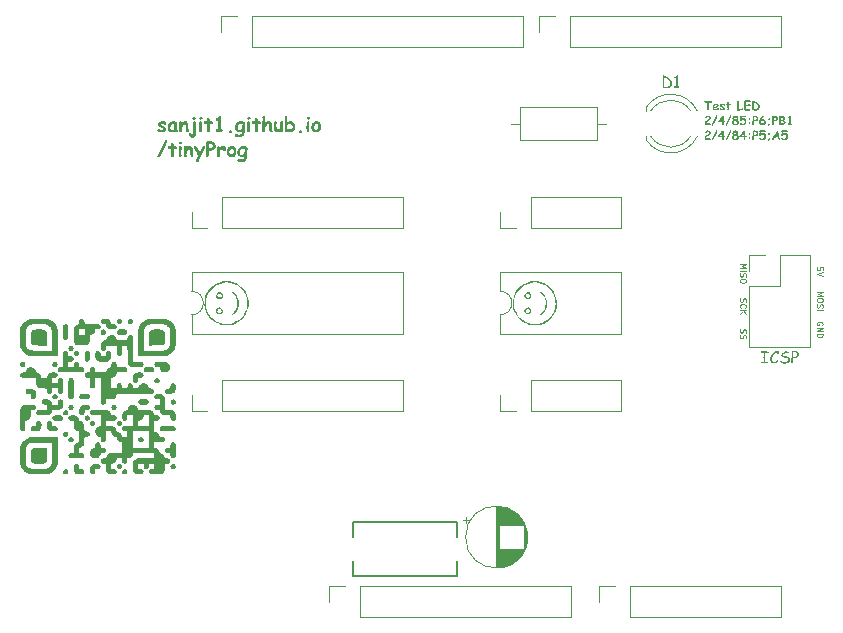
<source format=gbr>
%TF.GenerationSoftware,KiCad,Pcbnew,9.0.0*%
%TF.CreationDate,2025-03-04T00:16:50-08:00*%
%TF.ProjectId,UnoProgrammers,556e6f50-726f-4677-9261-6d6d6572732e,rev?*%
%TF.SameCoordinates,Original*%
%TF.FileFunction,Legend,Top*%
%TF.FilePolarity,Positive*%
%FSLAX46Y46*%
G04 Gerber Fmt 4.6, Leading zero omitted, Abs format (unit mm)*
G04 Created by KiCad (PCBNEW 9.0.0) date 2025-03-04 00:16:50*
%MOMM*%
%LPD*%
G01*
G04 APERTURE LIST*
%ADD10C,0.080000*%
%ADD11C,0.150000*%
%ADD12C,0.200000*%
%ADD13C,0.120000*%
%ADD14C,0.000000*%
%ADD15C,0.152400*%
G04 APERTURE END LIST*
D10*
X161365350Y-68871678D02*
X161865350Y-68871678D01*
X161865350Y-68871678D02*
X161508207Y-69038345D01*
X161508207Y-69038345D02*
X161865350Y-69205011D01*
X161865350Y-69205011D02*
X161365350Y-69205011D01*
X161365350Y-69443107D02*
X161865350Y-69443107D01*
X161389160Y-69657393D02*
X161365350Y-69728821D01*
X161365350Y-69728821D02*
X161365350Y-69847869D01*
X161365350Y-69847869D02*
X161389160Y-69895488D01*
X161389160Y-69895488D02*
X161412969Y-69919297D01*
X161412969Y-69919297D02*
X161460588Y-69943107D01*
X161460588Y-69943107D02*
X161508207Y-69943107D01*
X161508207Y-69943107D02*
X161555826Y-69919297D01*
X161555826Y-69919297D02*
X161579636Y-69895488D01*
X161579636Y-69895488D02*
X161603445Y-69847869D01*
X161603445Y-69847869D02*
X161627255Y-69752631D01*
X161627255Y-69752631D02*
X161651064Y-69705012D01*
X161651064Y-69705012D02*
X161674874Y-69681202D01*
X161674874Y-69681202D02*
X161722493Y-69657393D01*
X161722493Y-69657393D02*
X161770112Y-69657393D01*
X161770112Y-69657393D02*
X161817731Y-69681202D01*
X161817731Y-69681202D02*
X161841540Y-69705012D01*
X161841540Y-69705012D02*
X161865350Y-69752631D01*
X161865350Y-69752631D02*
X161865350Y-69871678D01*
X161865350Y-69871678D02*
X161841540Y-69943107D01*
X161865350Y-70252630D02*
X161865350Y-70347868D01*
X161865350Y-70347868D02*
X161841540Y-70395487D01*
X161841540Y-70395487D02*
X161793921Y-70443106D01*
X161793921Y-70443106D02*
X161698683Y-70466916D01*
X161698683Y-70466916D02*
X161532017Y-70466916D01*
X161532017Y-70466916D02*
X161436779Y-70443106D01*
X161436779Y-70443106D02*
X161389160Y-70395487D01*
X161389160Y-70395487D02*
X161365350Y-70347868D01*
X161365350Y-70347868D02*
X161365350Y-70252630D01*
X161365350Y-70252630D02*
X161389160Y-70205011D01*
X161389160Y-70205011D02*
X161436779Y-70157392D01*
X161436779Y-70157392D02*
X161532017Y-70133583D01*
X161532017Y-70133583D02*
X161698683Y-70133583D01*
X161698683Y-70133583D02*
X161793921Y-70157392D01*
X161793921Y-70157392D02*
X161841540Y-70205011D01*
X161841540Y-70205011D02*
X161865350Y-70252630D01*
X161389160Y-71800249D02*
X161365350Y-71871677D01*
X161365350Y-71871677D02*
X161365350Y-71990725D01*
X161365350Y-71990725D02*
X161389160Y-72038344D01*
X161389160Y-72038344D02*
X161412969Y-72062153D01*
X161412969Y-72062153D02*
X161460588Y-72085963D01*
X161460588Y-72085963D02*
X161508207Y-72085963D01*
X161508207Y-72085963D02*
X161555826Y-72062153D01*
X161555826Y-72062153D02*
X161579636Y-72038344D01*
X161579636Y-72038344D02*
X161603445Y-71990725D01*
X161603445Y-71990725D02*
X161627255Y-71895487D01*
X161627255Y-71895487D02*
X161651064Y-71847868D01*
X161651064Y-71847868D02*
X161674874Y-71824058D01*
X161674874Y-71824058D02*
X161722493Y-71800249D01*
X161722493Y-71800249D02*
X161770112Y-71800249D01*
X161770112Y-71800249D02*
X161817731Y-71824058D01*
X161817731Y-71824058D02*
X161841540Y-71847868D01*
X161841540Y-71847868D02*
X161865350Y-71895487D01*
X161865350Y-71895487D02*
X161865350Y-72014534D01*
X161865350Y-72014534D02*
X161841540Y-72085963D01*
X161412969Y-72585962D02*
X161389160Y-72562153D01*
X161389160Y-72562153D02*
X161365350Y-72490724D01*
X161365350Y-72490724D02*
X161365350Y-72443105D01*
X161365350Y-72443105D02*
X161389160Y-72371677D01*
X161389160Y-72371677D02*
X161436779Y-72324058D01*
X161436779Y-72324058D02*
X161484398Y-72300248D01*
X161484398Y-72300248D02*
X161579636Y-72276439D01*
X161579636Y-72276439D02*
X161651064Y-72276439D01*
X161651064Y-72276439D02*
X161746302Y-72300248D01*
X161746302Y-72300248D02*
X161793921Y-72324058D01*
X161793921Y-72324058D02*
X161841540Y-72371677D01*
X161841540Y-72371677D02*
X161865350Y-72443105D01*
X161865350Y-72443105D02*
X161865350Y-72490724D01*
X161865350Y-72490724D02*
X161841540Y-72562153D01*
X161841540Y-72562153D02*
X161817731Y-72585962D01*
X161365350Y-72800248D02*
X161865350Y-72800248D01*
X161365350Y-73085962D02*
X161651064Y-72871677D01*
X161865350Y-73085962D02*
X161579636Y-72800248D01*
X161389160Y-74419295D02*
X161365350Y-74490723D01*
X161365350Y-74490723D02*
X161365350Y-74609771D01*
X161365350Y-74609771D02*
X161389160Y-74657390D01*
X161389160Y-74657390D02*
X161412969Y-74681199D01*
X161412969Y-74681199D02*
X161460588Y-74705009D01*
X161460588Y-74705009D02*
X161508207Y-74705009D01*
X161508207Y-74705009D02*
X161555826Y-74681199D01*
X161555826Y-74681199D02*
X161579636Y-74657390D01*
X161579636Y-74657390D02*
X161603445Y-74609771D01*
X161603445Y-74609771D02*
X161627255Y-74514533D01*
X161627255Y-74514533D02*
X161651064Y-74466914D01*
X161651064Y-74466914D02*
X161674874Y-74443104D01*
X161674874Y-74443104D02*
X161722493Y-74419295D01*
X161722493Y-74419295D02*
X161770112Y-74419295D01*
X161770112Y-74419295D02*
X161817731Y-74443104D01*
X161817731Y-74443104D02*
X161841540Y-74466914D01*
X161841540Y-74466914D02*
X161865350Y-74514533D01*
X161865350Y-74514533D02*
X161865350Y-74633580D01*
X161865350Y-74633580D02*
X161841540Y-74705009D01*
X161389160Y-74895485D02*
X161365350Y-74966913D01*
X161365350Y-74966913D02*
X161365350Y-75085961D01*
X161365350Y-75085961D02*
X161389160Y-75133580D01*
X161389160Y-75133580D02*
X161412969Y-75157389D01*
X161412969Y-75157389D02*
X161460588Y-75181199D01*
X161460588Y-75181199D02*
X161508207Y-75181199D01*
X161508207Y-75181199D02*
X161555826Y-75157389D01*
X161555826Y-75157389D02*
X161579636Y-75133580D01*
X161579636Y-75133580D02*
X161603445Y-75085961D01*
X161603445Y-75085961D02*
X161627255Y-74990723D01*
X161627255Y-74990723D02*
X161651064Y-74943104D01*
X161651064Y-74943104D02*
X161674874Y-74919294D01*
X161674874Y-74919294D02*
X161722493Y-74895485D01*
X161722493Y-74895485D02*
X161770112Y-74895485D01*
X161770112Y-74895485D02*
X161817731Y-74919294D01*
X161817731Y-74919294D02*
X161841540Y-74943104D01*
X161841540Y-74943104D02*
X161865350Y-74990723D01*
X161865350Y-74990723D02*
X161865350Y-75109770D01*
X161865350Y-75109770D02*
X161841540Y-75181199D01*
X168365350Y-69409773D02*
X168365350Y-69171678D01*
X168365350Y-69171678D02*
X168127255Y-69147869D01*
X168127255Y-69147869D02*
X168151064Y-69171678D01*
X168151064Y-69171678D02*
X168174874Y-69219297D01*
X168174874Y-69219297D02*
X168174874Y-69338345D01*
X168174874Y-69338345D02*
X168151064Y-69385964D01*
X168151064Y-69385964D02*
X168127255Y-69409773D01*
X168127255Y-69409773D02*
X168079636Y-69433583D01*
X168079636Y-69433583D02*
X167960588Y-69433583D01*
X167960588Y-69433583D02*
X167912969Y-69409773D01*
X167912969Y-69409773D02*
X167889160Y-69385964D01*
X167889160Y-69385964D02*
X167865350Y-69338345D01*
X167865350Y-69338345D02*
X167865350Y-69219297D01*
X167865350Y-69219297D02*
X167889160Y-69171678D01*
X167889160Y-69171678D02*
X167912969Y-69147869D01*
X168365350Y-69576440D02*
X167865350Y-69743106D01*
X167865350Y-69743106D02*
X168365350Y-69909773D01*
X167865350Y-71219295D02*
X168365350Y-71219295D01*
X168365350Y-71219295D02*
X168008207Y-71385962D01*
X168008207Y-71385962D02*
X168365350Y-71552628D01*
X168365350Y-71552628D02*
X167865350Y-71552628D01*
X168365350Y-71885962D02*
X168365350Y-71981200D01*
X168365350Y-71981200D02*
X168341540Y-72028819D01*
X168341540Y-72028819D02*
X168293921Y-72076438D01*
X168293921Y-72076438D02*
X168198683Y-72100248D01*
X168198683Y-72100248D02*
X168032017Y-72100248D01*
X168032017Y-72100248D02*
X167936779Y-72076438D01*
X167936779Y-72076438D02*
X167889160Y-72028819D01*
X167889160Y-72028819D02*
X167865350Y-71981200D01*
X167865350Y-71981200D02*
X167865350Y-71885962D01*
X167865350Y-71885962D02*
X167889160Y-71838343D01*
X167889160Y-71838343D02*
X167936779Y-71790724D01*
X167936779Y-71790724D02*
X168032017Y-71766915D01*
X168032017Y-71766915D02*
X168198683Y-71766915D01*
X168198683Y-71766915D02*
X168293921Y-71790724D01*
X168293921Y-71790724D02*
X168341540Y-71838343D01*
X168341540Y-71838343D02*
X168365350Y-71885962D01*
X167889160Y-72290725D02*
X167865350Y-72362153D01*
X167865350Y-72362153D02*
X167865350Y-72481201D01*
X167865350Y-72481201D02*
X167889160Y-72528820D01*
X167889160Y-72528820D02*
X167912969Y-72552629D01*
X167912969Y-72552629D02*
X167960588Y-72576439D01*
X167960588Y-72576439D02*
X168008207Y-72576439D01*
X168008207Y-72576439D02*
X168055826Y-72552629D01*
X168055826Y-72552629D02*
X168079636Y-72528820D01*
X168079636Y-72528820D02*
X168103445Y-72481201D01*
X168103445Y-72481201D02*
X168127255Y-72385963D01*
X168127255Y-72385963D02*
X168151064Y-72338344D01*
X168151064Y-72338344D02*
X168174874Y-72314534D01*
X168174874Y-72314534D02*
X168222493Y-72290725D01*
X168222493Y-72290725D02*
X168270112Y-72290725D01*
X168270112Y-72290725D02*
X168317731Y-72314534D01*
X168317731Y-72314534D02*
X168341540Y-72338344D01*
X168341540Y-72338344D02*
X168365350Y-72385963D01*
X168365350Y-72385963D02*
X168365350Y-72505010D01*
X168365350Y-72505010D02*
X168341540Y-72576439D01*
X167865350Y-72790724D02*
X168365350Y-72790724D01*
X168341540Y-74052628D02*
X168365350Y-74005009D01*
X168365350Y-74005009D02*
X168365350Y-73933580D01*
X168365350Y-73933580D02*
X168341540Y-73862152D01*
X168341540Y-73862152D02*
X168293921Y-73814533D01*
X168293921Y-73814533D02*
X168246302Y-73790723D01*
X168246302Y-73790723D02*
X168151064Y-73766914D01*
X168151064Y-73766914D02*
X168079636Y-73766914D01*
X168079636Y-73766914D02*
X167984398Y-73790723D01*
X167984398Y-73790723D02*
X167936779Y-73814533D01*
X167936779Y-73814533D02*
X167889160Y-73862152D01*
X167889160Y-73862152D02*
X167865350Y-73933580D01*
X167865350Y-73933580D02*
X167865350Y-73981199D01*
X167865350Y-73981199D02*
X167889160Y-74052628D01*
X167889160Y-74052628D02*
X167912969Y-74076437D01*
X167912969Y-74076437D02*
X168079636Y-74076437D01*
X168079636Y-74076437D02*
X168079636Y-73981199D01*
X167865350Y-74290723D02*
X168365350Y-74290723D01*
X168365350Y-74290723D02*
X167865350Y-74576437D01*
X167865350Y-74576437D02*
X168365350Y-74576437D01*
X167865350Y-74814533D02*
X168365350Y-74814533D01*
X168365350Y-74814533D02*
X168365350Y-74933581D01*
X168365350Y-74933581D02*
X168341540Y-75005009D01*
X168341540Y-75005009D02*
X168293921Y-75052628D01*
X168293921Y-75052628D02*
X168246302Y-75076438D01*
X168246302Y-75076438D02*
X168151064Y-75100247D01*
X168151064Y-75100247D02*
X168079636Y-75100247D01*
X168079636Y-75100247D02*
X167984398Y-75076438D01*
X167984398Y-75076438D02*
X167936779Y-75052628D01*
X167936779Y-75052628D02*
X167889160Y-75005009D01*
X167889160Y-75005009D02*
X167865350Y-74933581D01*
X167865350Y-74933581D02*
X167865350Y-74814533D01*
D11*
G36*
X158967698Y-55231146D02*
G01*
X158927697Y-55230118D01*
X158886845Y-55227928D01*
X158847853Y-55225301D01*
X158842585Y-55224918D01*
X158803979Y-55222307D01*
X158766350Y-55220356D01*
X158728703Y-55219388D01*
X158717288Y-55219422D01*
X158719204Y-55261255D01*
X158721776Y-55304190D01*
X158724734Y-55348233D01*
X158727731Y-55390042D01*
X158730476Y-55426831D01*
X158731210Y-55436493D01*
X158734324Y-55478189D01*
X158736910Y-55517068D01*
X158739316Y-55560003D01*
X158740963Y-55598882D01*
X158741923Y-55639112D01*
X158742018Y-55654663D01*
X158744079Y-55691860D01*
X158745682Y-55708702D01*
X158748830Y-55746483D01*
X158749345Y-55762557D01*
X158745224Y-55800659D01*
X158732859Y-55834731D01*
X158709125Y-55864315D01*
X158672592Y-55875947D01*
X158636668Y-55867115D01*
X158622400Y-55857262D01*
X158601620Y-55826851D01*
X158598220Y-55804689D01*
X158600785Y-55781974D01*
X158603532Y-55758527D01*
X158602305Y-55720313D01*
X158600052Y-55683972D01*
X158597798Y-55644983D01*
X158596755Y-55608867D01*
X158596079Y-55569701D01*
X158594380Y-55530227D01*
X158592100Y-55492527D01*
X158589060Y-55451260D01*
X158585947Y-55414145D01*
X158582309Y-55372200D01*
X158579181Y-55334521D01*
X158576101Y-55294939D01*
X158573435Y-55256524D01*
X158571475Y-55219422D01*
X158544731Y-55219422D01*
X158503322Y-55219010D01*
X158465236Y-55217773D01*
X158425002Y-55215289D01*
X158384558Y-55211076D01*
X158362281Y-55207698D01*
X158327454Y-55191289D01*
X158307138Y-55157755D01*
X158305129Y-55138639D01*
X158314686Y-55102769D01*
X158323630Y-55090279D01*
X158354077Y-55069617D01*
X158380416Y-55067015D01*
X158417944Y-55070362D01*
X158454487Y-55074367D01*
X158462299Y-55075258D01*
X158500471Y-55078816D01*
X158538653Y-55080705D01*
X158544731Y-55080753D01*
X158583978Y-55080524D01*
X158623571Y-55080052D01*
X158638703Y-55079837D01*
X158678094Y-55079211D01*
X158715159Y-55078807D01*
X158732859Y-55078738D01*
X158771061Y-55078738D01*
X158809293Y-55078738D01*
X158850279Y-55078738D01*
X158887018Y-55078738D01*
X158926019Y-55078738D01*
X158962667Y-55078738D01*
X158967698Y-55078738D01*
X159003992Y-55088205D01*
X159019539Y-55100720D01*
X159037954Y-55133749D01*
X159040422Y-55154576D01*
X159032264Y-55190854D01*
X159019539Y-55208981D01*
X158987791Y-55228527D01*
X158967698Y-55231146D01*
G37*
G36*
X159366556Y-55314745D02*
G01*
X159406178Y-55320255D01*
X159441976Y-55329772D01*
X159477677Y-55345268D01*
X159508013Y-55366025D01*
X159533558Y-55395243D01*
X159549372Y-55430322D01*
X159555454Y-55471263D01*
X159555530Y-55476793D01*
X159548040Y-55514067D01*
X159528234Y-55545322D01*
X159499824Y-55571311D01*
X159492149Y-55576810D01*
X159459049Y-55596206D01*
X159424906Y-55613175D01*
X159386844Y-55630692D01*
X159376195Y-55635429D01*
X159202538Y-55711816D01*
X159237457Y-55724180D01*
X159262255Y-55729401D01*
X159299945Y-55733797D01*
X159337056Y-55735240D01*
X159342672Y-55735263D01*
X159379837Y-55732814D01*
X159417189Y-55724349D01*
X159453483Y-55708054D01*
X159459542Y-55704305D01*
X159491558Y-55686396D01*
X159528236Y-55676645D01*
X159564801Y-55687759D01*
X159580889Y-55721104D01*
X159581725Y-55734713D01*
X159573317Y-55773242D01*
X159551373Y-55803911D01*
X159520432Y-55827985D01*
X159495629Y-55841509D01*
X159459073Y-55856575D01*
X159421395Y-55867337D01*
X159382594Y-55873794D01*
X159342672Y-55875947D01*
X159305295Y-55874511D01*
X159263324Y-55868999D01*
X159224495Y-55859351D01*
X159188809Y-55845570D01*
X159156265Y-55827654D01*
X159141172Y-55817145D01*
X159111788Y-55790892D01*
X159088484Y-55760903D01*
X159071259Y-55727179D01*
X159060114Y-55689719D01*
X159055048Y-55648525D01*
X159054710Y-55633963D01*
X159056383Y-55594185D01*
X159057886Y-55582855D01*
X159192280Y-55582855D01*
X159228633Y-55566995D01*
X159264880Y-55551242D01*
X159301019Y-55535597D01*
X159308234Y-55532480D01*
X159345143Y-55515017D01*
X159380885Y-55496462D01*
X159413796Y-55477086D01*
X159419059Y-55473679D01*
X159384768Y-55460155D01*
X159345769Y-55454378D01*
X159328934Y-55453895D01*
X159292236Y-55459216D01*
X159257855Y-55476847D01*
X159246868Y-55486135D01*
X159223306Y-55514849D01*
X159204966Y-55549136D01*
X159192280Y-55582855D01*
X159057886Y-55582855D01*
X159061400Y-55556365D01*
X159069763Y-55520504D01*
X159084215Y-55480056D01*
X159103483Y-55442430D01*
X159123220Y-55413229D01*
X159148331Y-55384415D01*
X159181887Y-55356285D01*
X159219179Y-55335188D01*
X159260206Y-55321123D01*
X159297249Y-55314774D01*
X159328750Y-55313211D01*
X159366556Y-55314745D01*
G37*
G36*
X160032719Y-55489066D02*
G01*
X159995819Y-55482860D01*
X159971353Y-55456643D01*
X159934468Y-55453938D01*
X159929038Y-55453895D01*
X159886893Y-55454971D01*
X159848744Y-55458944D01*
X159812775Y-55471103D01*
X159805024Y-55484487D01*
X159834219Y-55511506D01*
X159870712Y-55528450D01*
X159879762Y-55532114D01*
X159915644Y-55546739D01*
X159951661Y-55562223D01*
X159985118Y-55577836D01*
X160017698Y-55595678D01*
X160050396Y-55620625D01*
X160076015Y-55652057D01*
X160089809Y-55687054D01*
X160092437Y-55712365D01*
X160088492Y-55750012D01*
X160074324Y-55787885D01*
X160049852Y-55820262D01*
X160019987Y-55844085D01*
X160010005Y-55850118D01*
X159974857Y-55866547D01*
X159935908Y-55878282D01*
X159898709Y-55884700D01*
X159858600Y-55887524D01*
X159846606Y-55887670D01*
X159809011Y-55885801D01*
X159769448Y-55879340D01*
X159732211Y-55868263D01*
X159721493Y-55864040D01*
X159687673Y-55846100D01*
X159658986Y-55818297D01*
X159644869Y-55780812D01*
X159644190Y-55769335D01*
X159654318Y-55732093D01*
X159687877Y-55713220D01*
X159705556Y-55711816D01*
X159743395Y-55718685D01*
X159774066Y-55729401D01*
X159809374Y-55741422D01*
X159843126Y-55746987D01*
X159883908Y-55745172D01*
X159921711Y-55737507D01*
X159948136Y-55711401D01*
X159948272Y-55709068D01*
X159922635Y-55679651D01*
X159888545Y-55663078D01*
X159875549Y-55657960D01*
X159838455Y-55643640D01*
X159801950Y-55628935D01*
X159765731Y-55613197D01*
X159739628Y-55599891D01*
X159707811Y-55575986D01*
X159682884Y-55544276D01*
X159669461Y-55507464D01*
X159666905Y-55480090D01*
X159670762Y-55442234D01*
X159685014Y-55404303D01*
X159709766Y-55373086D01*
X159745020Y-55348584D01*
X159776631Y-55335193D01*
X159813050Y-55325576D01*
X159851772Y-55319415D01*
X159890056Y-55315809D01*
X159933041Y-55313748D01*
X159972452Y-55313211D01*
X160009861Y-55315479D01*
X160045460Y-55325286D01*
X160048656Y-55326950D01*
X160075242Y-55355150D01*
X160082695Y-55391495D01*
X160082728Y-55394544D01*
X160080335Y-55431375D01*
X160068614Y-55468297D01*
X160035796Y-55488974D01*
X160032719Y-55489066D01*
G37*
G36*
X160544530Y-55451331D02*
G01*
X160518885Y-55450598D01*
X160493422Y-55449865D01*
X160456370Y-55452325D01*
X160444513Y-55453895D01*
X160446150Y-55490682D01*
X160448082Y-55535889D01*
X160449727Y-55576706D01*
X160451382Y-55621553D01*
X160452590Y-55659539D01*
X160453529Y-55701194D01*
X160453672Y-55718960D01*
X160454221Y-55743323D01*
X160454771Y-55772266D01*
X160452143Y-55811485D01*
X160442436Y-55846986D01*
X160419445Y-55876400D01*
X160380033Y-55887670D01*
X160343287Y-55878775D01*
X160331123Y-55870451D01*
X160310205Y-55839651D01*
X160308408Y-55825022D01*
X160309233Y-55787447D01*
X160309874Y-55770434D01*
X160311250Y-55733604D01*
X160311523Y-55715846D01*
X160310950Y-55676530D01*
X160309769Y-55635593D01*
X160308294Y-55593982D01*
X160306791Y-55555786D01*
X160305002Y-55513227D01*
X160302927Y-55466307D01*
X160302363Y-55453895D01*
X160265146Y-55451102D01*
X160225054Y-55447070D01*
X160205643Y-55444919D01*
X160168828Y-55433280D01*
X160145021Y-55402501D01*
X160140980Y-55374394D01*
X160149421Y-55338428D01*
X160160580Y-55322737D01*
X160192899Y-55303563D01*
X160211139Y-55301488D01*
X160248220Y-55305197D01*
X160286289Y-55311116D01*
X160298700Y-55313211D01*
X160297051Y-55275567D01*
X160296135Y-55257524D01*
X160294358Y-55220074D01*
X160294120Y-55205683D01*
X160304077Y-55169893D01*
X160315186Y-55156774D01*
X160348473Y-55139253D01*
X160366294Y-55137356D01*
X160403131Y-55147818D01*
X160427912Y-55179204D01*
X160438851Y-55218080D01*
X160442423Y-55261477D01*
X160442498Y-55269614D01*
X160441399Y-55313211D01*
X160478184Y-55313211D01*
X160493422Y-55313211D01*
X160532629Y-55314293D01*
X160570004Y-55319530D01*
X160574389Y-55320905D01*
X160605301Y-55343665D01*
X160615565Y-55380392D01*
X160615605Y-55383370D01*
X160606081Y-55418829D01*
X160595455Y-55431913D01*
X160562805Y-55449434D01*
X160544530Y-55451331D01*
G37*
G36*
X161614497Y-55840776D02*
G01*
X161575116Y-55853471D01*
X161537194Y-55862803D01*
X161499610Y-55870426D01*
X161457338Y-55877701D01*
X161426552Y-55882358D01*
X161384394Y-55888148D01*
X161345159Y-55892739D01*
X161303081Y-55896583D01*
X161264982Y-55898795D01*
X161235493Y-55899394D01*
X161192601Y-55895491D01*
X161153776Y-55881073D01*
X161127029Y-55856031D01*
X161112362Y-55820366D01*
X161109281Y-55788386D01*
X161112176Y-55746598D01*
X161114580Y-55707434D01*
X161117135Y-55665067D01*
X161119539Y-55624804D01*
X161121929Y-55582321D01*
X161124083Y-55538953D01*
X161126003Y-55494698D01*
X161127688Y-55449559D01*
X161129137Y-55403534D01*
X161130352Y-55356623D01*
X161131331Y-55308827D01*
X161132075Y-55260146D01*
X161132585Y-55210579D01*
X161132859Y-55160126D01*
X161132911Y-55125999D01*
X161142522Y-55089690D01*
X161153244Y-55075990D01*
X161186224Y-55057312D01*
X161204535Y-55055291D01*
X161240671Y-55064205D01*
X161256010Y-55075990D01*
X161274688Y-55108443D01*
X161276709Y-55125999D01*
X161276587Y-55177139D01*
X161276220Y-55227519D01*
X161275608Y-55277139D01*
X161274751Y-55326000D01*
X161273650Y-55374100D01*
X161272304Y-55421440D01*
X161270714Y-55468021D01*
X161268878Y-55513842D01*
X161266798Y-55558902D01*
X161264473Y-55603203D01*
X161262787Y-55632315D01*
X161259164Y-55669409D01*
X161256065Y-55709766D01*
X161253535Y-55748235D01*
X161252896Y-55758710D01*
X161292759Y-55756877D01*
X161335986Y-55752521D01*
X161372989Y-55747220D01*
X161412144Y-55740305D01*
X161453451Y-55731775D01*
X161496911Y-55721632D01*
X161542524Y-55709874D01*
X161566137Y-55703389D01*
X161588852Y-55700092D01*
X161624586Y-55709680D01*
X161641425Y-55724638D01*
X161657957Y-55758982D01*
X161659377Y-55773914D01*
X161649515Y-55811505D01*
X161622518Y-55836640D01*
X161614497Y-55840776D01*
G37*
G36*
X162227241Y-55184251D02*
G01*
X162205626Y-55181503D01*
X162169309Y-55173438D01*
X162128362Y-55166646D01*
X162088010Y-55162441D01*
X162048254Y-55160824D01*
X162043326Y-55160804D01*
X162005843Y-55162092D01*
X161968607Y-55165618D01*
X161960345Y-55166666D01*
X161923508Y-55172396D01*
X161884737Y-55180061D01*
X161866189Y-55184251D01*
X161865892Y-55224093D01*
X161865143Y-55266018D01*
X161864138Y-55307199D01*
X161863045Y-55345217D01*
X161861720Y-55386597D01*
X161861427Y-55395277D01*
X161898295Y-55392693D01*
X161939428Y-55389539D01*
X161977223Y-55386567D01*
X162022032Y-55382995D01*
X162062927Y-55379706D01*
X162102518Y-55376637D01*
X162139329Y-55374053D01*
X162177673Y-55372022D01*
X162187674Y-55371830D01*
X162223798Y-55380192D01*
X162239698Y-55391247D01*
X162259202Y-55423920D01*
X162261313Y-55442721D01*
X162253586Y-55478737D01*
X162224528Y-55505060D01*
X162195917Y-55512513D01*
X162159286Y-55514737D01*
X162120024Y-55517260D01*
X162082895Y-55519716D01*
X162072819Y-55520390D01*
X162031557Y-55523768D01*
X161994540Y-55526526D01*
X161952319Y-55529478D01*
X161913161Y-55532085D01*
X161870388Y-55534827D01*
X161852267Y-55535961D01*
X161850335Y-55574154D01*
X161848962Y-55613515D01*
X161848604Y-55640924D01*
X161849174Y-55680696D01*
X161851581Y-55719647D01*
X161860511Y-55755047D01*
X161899116Y-55761229D01*
X161925357Y-55761641D01*
X161962494Y-55761319D01*
X162002405Y-55760598D01*
X162021711Y-55760176D01*
X162058827Y-55759403D01*
X162097557Y-55758826D01*
X162118065Y-55758710D01*
X162148473Y-55755596D01*
X162178332Y-55752482D01*
X162215318Y-55760448D01*
X162229439Y-55769335D01*
X162250762Y-55800406D01*
X162253620Y-55821908D01*
X162245144Y-55858084D01*
X162216836Y-55882797D01*
X162193353Y-55889869D01*
X162155617Y-55894473D01*
X162114126Y-55897013D01*
X162070107Y-55898464D01*
X162027462Y-55899162D01*
X161989443Y-55899385D01*
X161979396Y-55899394D01*
X161939230Y-55898681D01*
X161894167Y-55895786D01*
X161854820Y-55890664D01*
X161815147Y-55881577D01*
X161779265Y-55866922D01*
X161760493Y-55853782D01*
X161735890Y-55821255D01*
X161722050Y-55787229D01*
X161712165Y-55744946D01*
X161706947Y-55703403D01*
X161704751Y-55666041D01*
X161704256Y-55635612D01*
X161704886Y-55596445D01*
X161706470Y-55555018D01*
X161708595Y-55514193D01*
X161710907Y-55476423D01*
X161713711Y-55435245D01*
X161714331Y-55426601D01*
X161717234Y-55384755D01*
X161719644Y-55346344D01*
X161721888Y-55304785D01*
X161723422Y-55268171D01*
X161724367Y-55227047D01*
X161724406Y-55218140D01*
X161721521Y-55181148D01*
X161719277Y-55164467D01*
X161714869Y-55126844D01*
X161714148Y-55110795D01*
X161719857Y-55072630D01*
X161742341Y-55042946D01*
X161777582Y-55032152D01*
X161786322Y-55031844D01*
X161821866Y-55040972D01*
X161827904Y-55044666D01*
X161864734Y-55036631D01*
X161903841Y-55029858D01*
X161941477Y-55025249D01*
X161981045Y-55022123D01*
X162018963Y-55020440D01*
X162043326Y-55020120D01*
X162082638Y-55020692D01*
X162119401Y-55022410D01*
X162160151Y-55025982D01*
X162197230Y-55031202D01*
X162235850Y-55039377D01*
X162250872Y-55043567D01*
X162281590Y-55063618D01*
X162297575Y-55099226D01*
X162298316Y-55110978D01*
X162288758Y-55147428D01*
X162279815Y-55159888D01*
X162249575Y-55180825D01*
X162227241Y-55184251D01*
G37*
G36*
X162511455Y-55065318D02*
G01*
X162545225Y-55079554D01*
X162561549Y-55086981D01*
X162597429Y-55103777D01*
X162630882Y-55118943D01*
X162656437Y-55129296D01*
X162693480Y-55142216D01*
X162729137Y-55156797D01*
X162763410Y-55173037D01*
X162796297Y-55190937D01*
X162827798Y-55210498D01*
X162857914Y-55231718D01*
X162886645Y-55254599D01*
X162913991Y-55279139D01*
X162943830Y-55309762D01*
X162969690Y-55341181D01*
X162991572Y-55373395D01*
X163009475Y-55406405D01*
X163026259Y-55448787D01*
X163036827Y-55492411D01*
X163041178Y-55537279D01*
X163041303Y-55546402D01*
X163039208Y-55584610D01*
X163032923Y-55621976D01*
X163022448Y-55658501D01*
X163007783Y-55694184D01*
X162997522Y-55714197D01*
X162976808Y-55748157D01*
X162952973Y-55779032D01*
X162926018Y-55806821D01*
X162895942Y-55831525D01*
X162877355Y-55844256D01*
X162842834Y-55862995D01*
X162803432Y-55877856D01*
X162766868Y-55887279D01*
X162726914Y-55894010D01*
X162683570Y-55898048D01*
X162646455Y-55899340D01*
X162636837Y-55899394D01*
X162599004Y-55897060D01*
X162562244Y-55891260D01*
X162550191Y-55888770D01*
X162512479Y-55878624D01*
X162478102Y-55865383D01*
X162456952Y-55853965D01*
X162421222Y-55844802D01*
X162405844Y-55833265D01*
X162386950Y-55800041D01*
X162385327Y-55784722D01*
X162385810Y-55747807D01*
X162386234Y-55733431D01*
X162532240Y-55733431D01*
X162565762Y-55748887D01*
X162578401Y-55752482D01*
X162615067Y-55757974D01*
X162636287Y-55758710D01*
X162675781Y-55757641D01*
X162716291Y-55753692D01*
X162755246Y-55745615D01*
X162789709Y-55731984D01*
X162796022Y-55728302D01*
X162825277Y-55705958D01*
X162850073Y-55678722D01*
X162868745Y-55649717D01*
X162884180Y-55615007D01*
X162893209Y-55579389D01*
X162895856Y-55546219D01*
X162892211Y-55507724D01*
X162881277Y-55470892D01*
X162863052Y-55435725D01*
X162837538Y-55402221D01*
X162804735Y-55370380D01*
X162773243Y-55346106D01*
X162746563Y-55328599D01*
X162714414Y-55310899D01*
X162680926Y-55294708D01*
X162646880Y-55279308D01*
X162607253Y-55262172D01*
X162571532Y-55247214D01*
X162532240Y-55231146D01*
X162532240Y-55733431D01*
X162386234Y-55733431D01*
X162386892Y-55711113D01*
X162388346Y-55673784D01*
X162390273Y-55631582D01*
X162392201Y-55589388D01*
X162393654Y-55552086D01*
X162394736Y-55515444D01*
X162395219Y-55478625D01*
X162394987Y-55437720D01*
X162394466Y-55397036D01*
X162393766Y-55355634D01*
X162392984Y-55315835D01*
X162392838Y-55308815D01*
X162392029Y-55268352D01*
X162391296Y-55226176D01*
X162390791Y-55189417D01*
X162390478Y-55150116D01*
X162390457Y-55139005D01*
X162402211Y-55102216D01*
X162417751Y-55083135D01*
X162447785Y-55061409D01*
X162476003Y-55055291D01*
X162511455Y-55065318D01*
G37*
G36*
X158819321Y-57112500D02*
G01*
X158781068Y-57112500D01*
X158779387Y-57112500D01*
X158742100Y-57112500D01*
X158740553Y-57112500D01*
X158589061Y-57112500D01*
X158550476Y-57112500D01*
X158529710Y-57112500D01*
X158491340Y-57112500D01*
X158469993Y-57112500D01*
X158453506Y-57110484D01*
X158437020Y-57108469D01*
X158400132Y-57100178D01*
X158375248Y-57073056D01*
X158374188Y-57070734D01*
X158365623Y-57033567D01*
X158363930Y-56997644D01*
X158365972Y-56956997D01*
X158372100Y-56919365D01*
X158384104Y-56880050D01*
X158401443Y-56844673D01*
X158406612Y-56836444D01*
X158431191Y-56805206D01*
X158460103Y-56777123D01*
X158491204Y-56752185D01*
X158513224Y-56736610D01*
X158547994Y-56713666D01*
X158582695Y-56690814D01*
X158617328Y-56668054D01*
X158651892Y-56645385D01*
X158683584Y-56619146D01*
X158710271Y-56587312D01*
X158726792Y-56553510D01*
X158733225Y-56513128D01*
X158711821Y-56482114D01*
X158700802Y-56475026D01*
X158666766Y-56460161D01*
X158637421Y-56455975D01*
X158599134Y-56461516D01*
X158563013Y-56476171D01*
X158529433Y-56497191D01*
X158521833Y-56502869D01*
X158490549Y-56525538D01*
X158458259Y-56544223D01*
X158438119Y-56549764D01*
X158400990Y-56542139D01*
X158390308Y-56536209D01*
X158367002Y-56506889D01*
X158364480Y-56489497D01*
X158374569Y-56452932D01*
X158390308Y-56434359D01*
X158420453Y-56408221D01*
X158451985Y-56383332D01*
X158484063Y-56361286D01*
X158498935Y-56352477D01*
X158532732Y-56336208D01*
X158571411Y-56323462D01*
X158610785Y-56316598D01*
X158637421Y-56315291D01*
X158675609Y-56317544D01*
X158712114Y-56324302D01*
X158751772Y-56337542D01*
X158784671Y-56353955D01*
X158798255Y-56362369D01*
X158830160Y-56387428D01*
X158854229Y-56415643D01*
X158872141Y-56451753D01*
X158879817Y-56491984D01*
X158880137Y-56502686D01*
X158878218Y-56539821D01*
X158871323Y-56579191D01*
X158859413Y-56615286D01*
X158842489Y-56648107D01*
X158840020Y-56651980D01*
X158816768Y-56682394D01*
X158789754Y-56709309D01*
X158760900Y-56732868D01*
X158740553Y-56747418D01*
X158708324Y-56767808D01*
X158676118Y-56788130D01*
X158643935Y-56808383D01*
X158611775Y-56828567D01*
X158578219Y-56852747D01*
X158551051Y-56878164D01*
X158527429Y-56909379D01*
X158511080Y-56947115D01*
X158506629Y-56971816D01*
X158544345Y-56968300D01*
X158583372Y-56965333D01*
X158590160Y-56964855D01*
X158629111Y-56963236D01*
X158669003Y-56961771D01*
X158707274Y-56960655D01*
X158744132Y-56960097D01*
X158747147Y-56960092D01*
X158785761Y-56963844D01*
X158821302Y-56974046D01*
X158834891Y-56979692D01*
X158867486Y-56999897D01*
X158887545Y-57032847D01*
X158888381Y-57042158D01*
X158878539Y-57078155D01*
X158869330Y-57090334D01*
X158837034Y-57110335D01*
X158819321Y-57112500D01*
G37*
G36*
X159454413Y-56376474D02*
G01*
X159438543Y-56411632D01*
X159422371Y-56448673D01*
X159407809Y-56482632D01*
X159396345Y-56509647D01*
X159382207Y-56544661D01*
X159366034Y-56581698D01*
X159347826Y-56620756D01*
X159331098Y-56654850D01*
X159312957Y-56690348D01*
X159297426Y-56719757D01*
X159276344Y-56757826D01*
X159255274Y-56795921D01*
X159234218Y-56834041D01*
X159213174Y-56872187D01*
X159192143Y-56910359D01*
X159185136Y-56923089D01*
X159166958Y-56960244D01*
X159150315Y-56995146D01*
X159132598Y-57032546D01*
X159115907Y-57067907D01*
X159096978Y-57108105D01*
X159091896Y-57118911D01*
X159069165Y-57147969D01*
X159034183Y-57159355D01*
X159031629Y-57159394D01*
X158995221Y-57149914D01*
X158984734Y-57142541D01*
X158964829Y-57111782D01*
X158963119Y-57097479D01*
X158967698Y-57073848D01*
X158982128Y-57038722D01*
X159000002Y-56999062D01*
X159016780Y-56964068D01*
X159035763Y-56926172D01*
X159056949Y-56885374D01*
X159074285Y-56852871D01*
X159092860Y-56818735D01*
X159112676Y-56782967D01*
X159119556Y-56770682D01*
X159139818Y-56734361D01*
X159158836Y-56699657D01*
X159176612Y-56666569D01*
X159198379Y-56624967D01*
X159217936Y-56586238D01*
X159235284Y-56550383D01*
X159253862Y-56509606D01*
X159268987Y-56473318D01*
X159271598Y-56466599D01*
X159286080Y-56429619D01*
X159301383Y-56392475D01*
X159317576Y-56357423D01*
X159337348Y-56323191D01*
X159361259Y-56294375D01*
X159393230Y-56280120D01*
X159429123Y-56290630D01*
X159439576Y-56298072D01*
X159459840Y-56330048D01*
X159461191Y-56342585D01*
X159454413Y-56376474D01*
G37*
G36*
X159952393Y-56321839D02*
G01*
X159968606Y-56330495D01*
X159991705Y-56360608D01*
X159994801Y-56381420D01*
X159995350Y-56760790D01*
X160033117Y-56763148D01*
X160071325Y-56769754D01*
X160085476Y-56775261D01*
X160107768Y-56806006D01*
X160110755Y-56831681D01*
X160101138Y-56868959D01*
X160071554Y-56892498D01*
X160033738Y-56900838D01*
X159995350Y-56901474D01*
X159995865Y-56938774D01*
X159995946Y-56977586D01*
X159995591Y-57017909D01*
X159994801Y-57059743D01*
X159984188Y-57096322D01*
X159976299Y-57106088D01*
X159942056Y-57123090D01*
X159927390Y-57124223D01*
X159889780Y-57116196D01*
X159863219Y-57088446D01*
X159853510Y-57051976D01*
X159852651Y-57022740D01*
X159852651Y-56901474D01*
X159647121Y-56901474D01*
X159608352Y-56900429D01*
X159567160Y-56896185D01*
X159528392Y-56886782D01*
X159494792Y-56866933D01*
X159481707Y-56834612D01*
X159491911Y-56798788D01*
X159510650Y-56771598D01*
X159520272Y-56760790D01*
X159698595Y-56760790D01*
X159852651Y-56760790D01*
X159852651Y-56538040D01*
X159831998Y-56568978D01*
X159807546Y-56604913D01*
X159784266Y-56638677D01*
X159758348Y-56675911D01*
X159735713Y-56708196D01*
X159711390Y-56742703D01*
X159698595Y-56760790D01*
X159520272Y-56760790D01*
X159535913Y-56743221D01*
X159558461Y-56717925D01*
X159580566Y-56686778D01*
X159605390Y-56652048D01*
X159632933Y-56613735D01*
X159655375Y-56582648D01*
X159679346Y-56549545D01*
X159704847Y-56514427D01*
X159731877Y-56477293D01*
X159760437Y-56438143D01*
X159790526Y-56396977D01*
X159811435Y-56368414D01*
X159838888Y-56340400D01*
X159871098Y-56322761D01*
X159908067Y-56315498D01*
X159916032Y-56315291D01*
X159952393Y-56321839D01*
G37*
G36*
X160631908Y-56376474D02*
G01*
X160616038Y-56411632D01*
X160599866Y-56448673D01*
X160585303Y-56482632D01*
X160573839Y-56509647D01*
X160559701Y-56544661D01*
X160543528Y-56581698D01*
X160525320Y-56620756D01*
X160508593Y-56654850D01*
X160490451Y-56690348D01*
X160474921Y-56719757D01*
X160453839Y-56757826D01*
X160432769Y-56795921D01*
X160411712Y-56834041D01*
X160390669Y-56872187D01*
X160369638Y-56910359D01*
X160362630Y-56923089D01*
X160344452Y-56960244D01*
X160327809Y-56995146D01*
X160310093Y-57032546D01*
X160293402Y-57067907D01*
X160274473Y-57108105D01*
X160269391Y-57118911D01*
X160246660Y-57147969D01*
X160211678Y-57159355D01*
X160209124Y-57159394D01*
X160172716Y-57149914D01*
X160162229Y-57142541D01*
X160142323Y-57111782D01*
X160140614Y-57097479D01*
X160145193Y-57073848D01*
X160159623Y-57038722D01*
X160177497Y-56999062D01*
X160194275Y-56964068D01*
X160213257Y-56926172D01*
X160234444Y-56885374D01*
X160251780Y-56852871D01*
X160270355Y-56818735D01*
X160290171Y-56782967D01*
X160297051Y-56770682D01*
X160317312Y-56734361D01*
X160336331Y-56699657D01*
X160354106Y-56666569D01*
X160375873Y-56624967D01*
X160395431Y-56586238D01*
X160412779Y-56550383D01*
X160431357Y-56509606D01*
X160446482Y-56473318D01*
X160449092Y-56466599D01*
X160463575Y-56429619D01*
X160478877Y-56392475D01*
X160495071Y-56357423D01*
X160514843Y-56323191D01*
X160538754Y-56294375D01*
X160570725Y-56280120D01*
X160606617Y-56290630D01*
X160617070Y-56298072D01*
X160637335Y-56330048D01*
X160638686Y-56342585D01*
X160631908Y-56376474D01*
G37*
G36*
X161014351Y-56316598D02*
G01*
X161054725Y-56322522D01*
X161090759Y-56333200D01*
X161127313Y-56351664D01*
X161157958Y-56376597D01*
X161161854Y-56380687D01*
X161184855Y-56412171D01*
X161201284Y-56448922D01*
X161210269Y-56485399D01*
X161214222Y-56525909D01*
X161214427Y-56538224D01*
X161211619Y-56577147D01*
X161201246Y-56614678D01*
X161194460Y-56628166D01*
X161170326Y-56657155D01*
X161139366Y-56680190D01*
X161134193Y-56683304D01*
X161166725Y-56704751D01*
X161196278Y-56730790D01*
X161220769Y-56762119D01*
X161224319Y-56768117D01*
X161240838Y-56804972D01*
X161250474Y-56843800D01*
X161254879Y-56882815D01*
X161255643Y-56909351D01*
X161252616Y-56950670D01*
X161243536Y-56988485D01*
X161228402Y-57022797D01*
X161207214Y-57053606D01*
X161179973Y-57080912D01*
X161169548Y-57089235D01*
X161133516Y-57112005D01*
X161099367Y-57127070D01*
X161062204Y-57138026D01*
X161022027Y-57144874D01*
X160978836Y-57147613D01*
X160971345Y-57147670D01*
X160929923Y-57145899D01*
X160891386Y-57140586D01*
X160855734Y-57131731D01*
X160817786Y-57116924D01*
X160783766Y-57097295D01*
X160754829Y-57073276D01*
X160728492Y-57040452D01*
X160710150Y-57002456D01*
X160700790Y-56965771D01*
X160697304Y-56925287D01*
X160697606Y-56913747D01*
X160837805Y-56913747D01*
X160846493Y-56949644D01*
X160872619Y-56979377D01*
X160886165Y-56987752D01*
X160920501Y-57000901D01*
X160959395Y-57006686D01*
X160971345Y-57006987D01*
X161008668Y-57004891D01*
X161046435Y-56996380D01*
X161078721Y-56977524D01*
X161082719Y-56973464D01*
X161100442Y-56939347D01*
X161106142Y-56899959D01*
X161106350Y-56889384D01*
X161100477Y-56853122D01*
X161080858Y-56820060D01*
X161064584Y-56804937D01*
X161030634Y-56784495D01*
X160995005Y-56769664D01*
X160968230Y-56760790D01*
X160934285Y-56776257D01*
X160900707Y-56794271D01*
X160870228Y-56817027D01*
X160848263Y-56849338D01*
X160838668Y-56887643D01*
X160837805Y-56913747D01*
X160697606Y-56913747D01*
X160698303Y-56887165D01*
X160704164Y-56843449D01*
X160715151Y-56804107D01*
X160731262Y-56769139D01*
X160752499Y-56738545D01*
X160778861Y-56712324D01*
X160797138Y-56698691D01*
X160768017Y-56671261D01*
X160746048Y-56640904D01*
X160729699Y-56602624D01*
X160723057Y-56565993D01*
X160722451Y-56550680D01*
X160864183Y-56550680D01*
X160880532Y-56585026D01*
X160914750Y-56605727D01*
X160949899Y-56617259D01*
X160961636Y-56620106D01*
X160997451Y-56610412D01*
X161032050Y-56597824D01*
X161036191Y-56595743D01*
X161064777Y-56570690D01*
X161072827Y-56541887D01*
X161068746Y-56505446D01*
X161049619Y-56472756D01*
X161048098Y-56471545D01*
X161012756Y-56458544D01*
X160975924Y-56455975D01*
X160937615Y-56459304D01*
X160903046Y-56471605D01*
X160874623Y-56500738D01*
X160864491Y-56539212D01*
X160864183Y-56550680D01*
X160722451Y-56550680D01*
X160722400Y-56549398D01*
X160725118Y-56512421D01*
X160735158Y-56472359D01*
X160752596Y-56435610D01*
X160777433Y-56402174D01*
X160799703Y-56380321D01*
X160833375Y-56355357D01*
X160869958Y-56336408D01*
X160909450Y-56323471D01*
X160945617Y-56317168D01*
X160977390Y-56315291D01*
X161014351Y-56316598D01*
G37*
G36*
X161585005Y-57147670D02*
G01*
X161546871Y-57145867D01*
X161502851Y-57138542D01*
X161462883Y-57125581D01*
X161426967Y-57106986D01*
X161395102Y-57082755D01*
X161367289Y-57052890D01*
X161352547Y-57032266D01*
X161339837Y-56997129D01*
X161339724Y-56993614D01*
X161350200Y-56958470D01*
X161361889Y-56945071D01*
X161395310Y-56926889D01*
X161412447Y-56924921D01*
X161448182Y-56934965D01*
X161461906Y-56946170D01*
X161488361Y-56973293D01*
X161500924Y-56985737D01*
X161534544Y-57000990D01*
X161571950Y-57006655D01*
X161585005Y-57006987D01*
X161623026Y-57003426D01*
X161661887Y-56990908D01*
X161696603Y-56969378D01*
X161717445Y-56950017D01*
X161742062Y-56917265D01*
X161758623Y-56880832D01*
X161767127Y-56840719D01*
X161768370Y-56816844D01*
X161766356Y-56777582D01*
X161759394Y-56740960D01*
X161744474Y-56706742D01*
X161742908Y-56704370D01*
X161715614Y-56678824D01*
X161678293Y-56667584D01*
X161665788Y-56667001D01*
X161627818Y-56669709D01*
X161588589Y-56679438D01*
X161553801Y-56696242D01*
X161523456Y-56720121D01*
X161519975Y-56723604D01*
X161494113Y-56751689D01*
X161476195Y-56770682D01*
X161443769Y-56791122D01*
X161417027Y-56795961D01*
X161380804Y-56786350D01*
X161367201Y-56775628D01*
X161348476Y-56742708D01*
X161346868Y-56727817D01*
X161349968Y-56690018D01*
X161354089Y-56651292D01*
X161355661Y-56637142D01*
X161359653Y-56600588D01*
X161363896Y-56559381D01*
X161367889Y-56516507D01*
X161371033Y-56475556D01*
X161372680Y-56437252D01*
X161372697Y-56433993D01*
X161363538Y-56399738D01*
X161354562Y-56365300D01*
X161370550Y-56332259D01*
X161380757Y-56325732D01*
X161417460Y-56315790D01*
X161429300Y-56315291D01*
X161460441Y-56315291D01*
X161491582Y-56315291D01*
X161739427Y-56315291D01*
X161777298Y-56309790D01*
X161779178Y-56309429D01*
X161815755Y-56303710D01*
X161819295Y-56303567D01*
X161855496Y-56314592D01*
X161865090Y-56323168D01*
X161881791Y-56356758D01*
X161883225Y-56372993D01*
X161873471Y-56409698D01*
X161844207Y-56435916D01*
X161809457Y-56448698D01*
X161772116Y-56454842D01*
X161727154Y-56456891D01*
X161695830Y-56456524D01*
X161670917Y-56455975D01*
X161517411Y-56455975D01*
X161513863Y-56494185D01*
X161508499Y-56533667D01*
X161504588Y-56559289D01*
X161539942Y-56544864D01*
X161578593Y-56534560D01*
X161615118Y-56528925D01*
X161654167Y-56526445D01*
X161665788Y-56526317D01*
X161703419Y-56528620D01*
X161744704Y-56537464D01*
X161781764Y-56552942D01*
X161814599Y-56575052D01*
X161843210Y-56603796D01*
X161855931Y-56620655D01*
X161876987Y-56656555D01*
X161892872Y-56696295D01*
X161902371Y-56733413D01*
X161908070Y-56773351D01*
X161909970Y-56816111D01*
X161907859Y-56859224D01*
X161901526Y-56899949D01*
X161890972Y-56938286D01*
X161876196Y-56974234D01*
X161857198Y-57007795D01*
X161833978Y-57038967D01*
X161823508Y-57050767D01*
X161793873Y-57078684D01*
X161761412Y-57101868D01*
X161726124Y-57120322D01*
X161688010Y-57134043D01*
X161647070Y-57143033D01*
X161603303Y-57147292D01*
X161585005Y-57147670D01*
G37*
G36*
X162169722Y-56690448D02*
G01*
X162132460Y-56682480D01*
X162116782Y-56671946D01*
X162097552Y-56640241D01*
X162095900Y-56625052D01*
X162093518Y-56608199D01*
X162091320Y-56590614D01*
X162102581Y-56555604D01*
X162113119Y-56544635D01*
X162147327Y-56528106D01*
X162165509Y-56526317D01*
X162202877Y-56534127D01*
X162230054Y-56561125D01*
X162240925Y-56596608D01*
X162242812Y-56625052D01*
X162232024Y-56660757D01*
X162221929Y-56671946D01*
X162188280Y-56688641D01*
X162169722Y-56690448D01*
G37*
G36*
X162177965Y-57042158D02*
G01*
X162139358Y-57032594D01*
X162113385Y-57003904D01*
X162101920Y-56968366D01*
X162098176Y-56928696D01*
X162098098Y-56921257D01*
X162109094Y-56885877D01*
X162121362Y-56872714D01*
X162155397Y-56856350D01*
X162173386Y-56854579D01*
X162211197Y-56864027D01*
X162236633Y-56892369D01*
X162247862Y-56927476D01*
X162251528Y-56966666D01*
X162251605Y-56974014D01*
X162241561Y-57009638D01*
X162230355Y-57022740D01*
X162196541Y-57040261D01*
X162177965Y-57042158D01*
G37*
G36*
X162678651Y-56317513D02*
G01*
X162715207Y-56324178D01*
X162750900Y-56335287D01*
X162785729Y-56350840D01*
X162819696Y-56370836D01*
X162830826Y-56378489D01*
X162864256Y-56406086D01*
X162890770Y-56435848D01*
X162910367Y-56467773D01*
X162924488Y-56507754D01*
X162929099Y-56544367D01*
X162929195Y-56550680D01*
X162926642Y-56589195D01*
X162918981Y-56625169D01*
X162903046Y-56664986D01*
X162879757Y-56701144D01*
X162854731Y-56728482D01*
X162824598Y-56753279D01*
X162788584Y-56775753D01*
X162750057Y-56793577D01*
X162709020Y-56806751D01*
X162672903Y-56814177D01*
X162635042Y-56818375D01*
X162603497Y-56819408D01*
X162566498Y-56816399D01*
X162560266Y-56815744D01*
X162559053Y-56853693D01*
X162558250Y-56893685D01*
X162557748Y-56932276D01*
X162557399Y-56975652D01*
X162557228Y-57013798D01*
X162557155Y-57055007D01*
X162557152Y-57065788D01*
X162548148Y-57101523D01*
X162538101Y-57115247D01*
X162505416Y-57134309D01*
X162489741Y-57135947D01*
X162454117Y-57126683D01*
X162441015Y-57116346D01*
X162422983Y-57082790D01*
X162421781Y-57069635D01*
X162421781Y-56926020D01*
X162422272Y-56887485D01*
X162423474Y-56848609D01*
X162425397Y-56804337D01*
X162427551Y-56763320D01*
X162430206Y-56718556D01*
X162432039Y-56689898D01*
X162432919Y-56675061D01*
X162568510Y-56675061D01*
X162603497Y-56678724D01*
X162642000Y-56676652D01*
X162681237Y-56669367D01*
X162716157Y-56656836D01*
X162737037Y-56645568D01*
X162766887Y-56621254D01*
X162786952Y-56589384D01*
X162793640Y-56552145D01*
X162780406Y-56516196D01*
X162750162Y-56490157D01*
X162740701Y-56484551D01*
X162704482Y-56468282D01*
X162666098Y-56458765D01*
X162629326Y-56455975D01*
X162600200Y-56456158D01*
X162578951Y-56457257D01*
X162578714Y-56493978D01*
X162578401Y-56520455D01*
X162576737Y-56561121D01*
X162574384Y-56598908D01*
X162571536Y-56637644D01*
X162568510Y-56675061D01*
X162432919Y-56675061D01*
X162434323Y-56651410D01*
X162436776Y-56606850D01*
X162438781Y-56566234D01*
X162440339Y-56529563D01*
X162441618Y-56490764D01*
X162442297Y-56452677D01*
X162444280Y-56414292D01*
X162451441Y-56377215D01*
X162469104Y-56343026D01*
X162504224Y-56324794D01*
X162517585Y-56324633D01*
X162554812Y-56318587D01*
X162565945Y-56317672D01*
X162602612Y-56315814D01*
X162641233Y-56315291D01*
X162678651Y-56317513D01*
G37*
G36*
X163361255Y-56324382D02*
G01*
X163375427Y-56334525D01*
X163395900Y-56365980D01*
X163398142Y-56380504D01*
X163382094Y-56416346D01*
X163356570Y-56445641D01*
X163339340Y-56462569D01*
X163310040Y-56489181D01*
X163280826Y-56515621D01*
X163254344Y-56539506D01*
X163227267Y-56568046D01*
X163203433Y-56598985D01*
X163185833Y-56629448D01*
X163220643Y-56617709D01*
X163237491Y-56613511D01*
X163273946Y-56608563D01*
X163281638Y-56608382D01*
X163320458Y-56610015D01*
X163363289Y-56616283D01*
X163402023Y-56627252D01*
X163436662Y-56642923D01*
X163467204Y-56663295D01*
X163480940Y-56675244D01*
X163508491Y-56707003D01*
X163529276Y-56743775D01*
X163541705Y-56779285D01*
X163549162Y-56818479D01*
X163551648Y-56861357D01*
X163549823Y-56899020D01*
X163542817Y-56941335D01*
X163530555Y-56980507D01*
X163513038Y-57016537D01*
X163490266Y-57049424D01*
X163476910Y-57064689D01*
X163445536Y-57092890D01*
X163410492Y-57115256D01*
X163371777Y-57131787D01*
X163329391Y-57142484D01*
X163291265Y-57146941D01*
X163267166Y-57147670D01*
X163223465Y-57145175D01*
X163183493Y-57137688D01*
X163147251Y-57125211D01*
X163114739Y-57107742D01*
X163080648Y-57080192D01*
X163056341Y-57051743D01*
X163051927Y-57045455D01*
X163033002Y-57012952D01*
X163017993Y-56976856D01*
X163006899Y-56937166D01*
X162999720Y-56893883D01*
X162996729Y-56855069D01*
X162996240Y-56830582D01*
X162996396Y-56826735D01*
X163138023Y-56826735D01*
X163139601Y-56864009D01*
X163145268Y-56901327D01*
X163156570Y-56936576D01*
X163170996Y-56961924D01*
X163197561Y-56987580D01*
X163231918Y-57002586D01*
X163269914Y-57006987D01*
X163309094Y-57002890D01*
X163345374Y-56988921D01*
X163374511Y-56965038D01*
X163394744Y-56934038D01*
X163406578Y-56896197D01*
X163410048Y-56855861D01*
X163405051Y-56819531D01*
X163386588Y-56786718D01*
X163374511Y-56775811D01*
X163339681Y-56758495D01*
X163300906Y-56750738D01*
X163267349Y-56749066D01*
X163229038Y-56752271D01*
X163198839Y-56760423D01*
X163164120Y-56777299D01*
X163140038Y-56790465D01*
X163138023Y-56826735D01*
X162996396Y-56826735D01*
X162998114Y-56784490D01*
X163003736Y-56739566D01*
X163013106Y-56695811D01*
X163026225Y-56653225D01*
X163043091Y-56611807D01*
X163063705Y-56571559D01*
X163088068Y-56532480D01*
X163116178Y-56494569D01*
X163148037Y-56457827D01*
X163183644Y-56422254D01*
X163209464Y-56399188D01*
X163236254Y-56373680D01*
X163263136Y-56348447D01*
X163293540Y-56325782D01*
X163325418Y-56315291D01*
X163361255Y-56324382D01*
G37*
G36*
X163838695Y-56713895D02*
G01*
X163801917Y-56705217D01*
X163786304Y-56693745D01*
X163767461Y-56661190D01*
X163765422Y-56643187D01*
X163762857Y-56625235D01*
X163760293Y-56607100D01*
X163771029Y-56570806D01*
X163783007Y-56557458D01*
X163816389Y-56539937D01*
X163834481Y-56538040D01*
X163871849Y-56546358D01*
X163899026Y-56575109D01*
X163909897Y-56612896D01*
X163911784Y-56643187D01*
X163901914Y-56680150D01*
X163890901Y-56693745D01*
X163857252Y-56711927D01*
X163838695Y-56713895D01*
G37*
G36*
X163868553Y-57118911D02*
G01*
X163847854Y-57143091D01*
X163833565Y-57170385D01*
X163820600Y-57206552D01*
X163787631Y-57227650D01*
X163767620Y-57229736D01*
X163731114Y-57220645D01*
X163718527Y-57210502D01*
X163701697Y-57176670D01*
X163700575Y-57163058D01*
X163709762Y-57124559D01*
X163727572Y-57089762D01*
X163748569Y-57057545D01*
X163773665Y-57025167D01*
X163800365Y-56999800D01*
X163836067Y-56983828D01*
X163841259Y-56983539D01*
X163877873Y-56994152D01*
X163888520Y-57002407D01*
X163907926Y-57034933D01*
X163909220Y-57047653D01*
X163896353Y-57082551D01*
X163873478Y-57113223D01*
X163868553Y-57118911D01*
G37*
G36*
X164333153Y-56317513D02*
G01*
X164369708Y-56324178D01*
X164405401Y-56335287D01*
X164440230Y-56350840D01*
X164474197Y-56370836D01*
X164485327Y-56378489D01*
X164518758Y-56406086D01*
X164545271Y-56435848D01*
X164564868Y-56467773D01*
X164578989Y-56507754D01*
X164583600Y-56544367D01*
X164583696Y-56550680D01*
X164581143Y-56589195D01*
X164573482Y-56625169D01*
X164557547Y-56664986D01*
X164534258Y-56701144D01*
X164509232Y-56728482D01*
X164479099Y-56753279D01*
X164443085Y-56775753D01*
X164404558Y-56793577D01*
X164363521Y-56806751D01*
X164327404Y-56814177D01*
X164289543Y-56818375D01*
X164257998Y-56819408D01*
X164220999Y-56816399D01*
X164214767Y-56815744D01*
X164213554Y-56853693D01*
X164212751Y-56893685D01*
X164212249Y-56932276D01*
X164211900Y-56975652D01*
X164211729Y-57013798D01*
X164211656Y-57055007D01*
X164211653Y-57065788D01*
X164202649Y-57101523D01*
X164192602Y-57115247D01*
X164159917Y-57134309D01*
X164144242Y-57135947D01*
X164108618Y-57126683D01*
X164095516Y-57116346D01*
X164077484Y-57082790D01*
X164076282Y-57069635D01*
X164076282Y-56926020D01*
X164076773Y-56887485D01*
X164077975Y-56848609D01*
X164079898Y-56804337D01*
X164082052Y-56763320D01*
X164084707Y-56718556D01*
X164086540Y-56689898D01*
X164087420Y-56675061D01*
X164223011Y-56675061D01*
X164257998Y-56678724D01*
X164296501Y-56676652D01*
X164335738Y-56669367D01*
X164370658Y-56656836D01*
X164391538Y-56645568D01*
X164421388Y-56621254D01*
X164441453Y-56589384D01*
X164448142Y-56552145D01*
X164434907Y-56516196D01*
X164404663Y-56490157D01*
X164395202Y-56484551D01*
X164358983Y-56468282D01*
X164320600Y-56458765D01*
X164283827Y-56455975D01*
X164254701Y-56456158D01*
X164233452Y-56457257D01*
X164233215Y-56493978D01*
X164232903Y-56520455D01*
X164231238Y-56561121D01*
X164228885Y-56598908D01*
X164226037Y-56637644D01*
X164223011Y-56675061D01*
X164087420Y-56675061D01*
X164088824Y-56651410D01*
X164091277Y-56606850D01*
X164093282Y-56566234D01*
X164094840Y-56529563D01*
X164096119Y-56490764D01*
X164096798Y-56452677D01*
X164098781Y-56414292D01*
X164105942Y-56377215D01*
X164123605Y-56343026D01*
X164158725Y-56324794D01*
X164172086Y-56324633D01*
X164209314Y-56318587D01*
X164220446Y-56317672D01*
X164257113Y-56315814D01*
X164295734Y-56315291D01*
X164333153Y-56317513D01*
G37*
G36*
X164938804Y-56318245D02*
G01*
X164980230Y-56327107D01*
X165015096Y-56339405D01*
X165049370Y-56356044D01*
X165083051Y-56377023D01*
X165113184Y-56400397D01*
X165142602Y-56430759D01*
X165164665Y-56463646D01*
X165179374Y-56499058D01*
X165186728Y-56536993D01*
X165187648Y-56556908D01*
X165185094Y-56594792D01*
X165176481Y-56631182D01*
X165166032Y-56655094D01*
X165144507Y-56686497D01*
X165116865Y-56715341D01*
X165106681Y-56724520D01*
X165139720Y-56743770D01*
X165170075Y-56768779D01*
X165195341Y-56796510D01*
X165216505Y-56826761D01*
X165231896Y-56860270D01*
X165238951Y-56897006D01*
X165239122Y-56903672D01*
X165233210Y-56941025D01*
X165215474Y-56977249D01*
X165189783Y-57008499D01*
X165164384Y-57031350D01*
X165132681Y-57054491D01*
X165100084Y-57073768D01*
X165066592Y-57089181D01*
X165059787Y-57091800D01*
X165020744Y-57104518D01*
X164978607Y-57115081D01*
X164933375Y-57123487D01*
X164894961Y-57128661D01*
X164854566Y-57132455D01*
X164812191Y-57134869D01*
X164767835Y-57135904D01*
X164756437Y-57135947D01*
X164720244Y-57126072D01*
X164700933Y-57110668D01*
X164680591Y-57079269D01*
X164676570Y-57056446D01*
X164676570Y-56995263D01*
X164816704Y-56995263D01*
X164856203Y-56992111D01*
X164897122Y-56986663D01*
X164933325Y-56980165D01*
X164970572Y-56971979D01*
X165008862Y-56962107D01*
X165044141Y-56950943D01*
X165079303Y-56934357D01*
X165098438Y-56908068D01*
X165084909Y-56873684D01*
X165056581Y-56848843D01*
X165040186Y-56839192D01*
X165005045Y-56822990D01*
X164969161Y-56812912D01*
X164956838Y-56811165D01*
X164919122Y-56810754D01*
X164880116Y-56809805D01*
X164839290Y-56808500D01*
X164816704Y-56807684D01*
X164816704Y-56995263D01*
X164676570Y-56995263D01*
X164676570Y-56518989D01*
X164674947Y-56480246D01*
X164674188Y-56455975D01*
X164816704Y-56455975D01*
X164817254Y-56562037D01*
X164816704Y-56667001D01*
X164853284Y-56670497D01*
X164887229Y-56670664D01*
X164924195Y-56666259D01*
X164963471Y-56656865D01*
X165000436Y-56639889D01*
X165029547Y-56612221D01*
X165043563Y-56576086D01*
X165044949Y-56558007D01*
X165033363Y-56523111D01*
X165006886Y-56495702D01*
X164998604Y-56489497D01*
X164964894Y-56469890D01*
X164929755Y-56458422D01*
X164896571Y-56455059D01*
X164857133Y-56455167D01*
X164819678Y-56455811D01*
X164816704Y-56455975D01*
X164674188Y-56455975D01*
X164674005Y-56450113D01*
X164673908Y-56412069D01*
X164676570Y-56384167D01*
X164694890Y-56351668D01*
X164729944Y-56333849D01*
X164766695Y-56326465D01*
X164803335Y-56319656D01*
X164840315Y-56316611D01*
X164880022Y-56315389D01*
X164896571Y-56315291D01*
X164938804Y-56318245D01*
G37*
G36*
X165689567Y-57112500D02*
G01*
X165484952Y-57112500D01*
X165447051Y-57109318D01*
X165412000Y-57095876D01*
X165390057Y-57065161D01*
X165387683Y-57046004D01*
X165396275Y-57009876D01*
X165425978Y-56983601D01*
X165465016Y-56973091D01*
X165496310Y-56971266D01*
X165519024Y-56971816D01*
X165519024Y-56530713D01*
X165487760Y-56550638D01*
X165460772Y-56561488D01*
X165424691Y-56551790D01*
X165410580Y-56540971D01*
X165391241Y-56509644D01*
X165389148Y-56493344D01*
X165402672Y-56457437D01*
X165423770Y-56435275D01*
X165481838Y-56393326D01*
X165544853Y-56342951D01*
X165578182Y-56324043D01*
X165615070Y-56315399D01*
X165619591Y-56315291D01*
X165654350Y-56328892D01*
X165665891Y-56366349D01*
X165665936Y-56369696D01*
X165665516Y-56407362D01*
X165664437Y-56447339D01*
X165662948Y-56487333D01*
X165661267Y-56525340D01*
X165660624Y-56538773D01*
X165658881Y-56582861D01*
X165657704Y-56624619D01*
X165656943Y-56661310D01*
X165656341Y-56700920D01*
X165655901Y-56743450D01*
X165655620Y-56788899D01*
X165655500Y-56837268D01*
X165655495Y-56849816D01*
X165655495Y-56971816D01*
X165689567Y-56971816D01*
X165726120Y-56981340D01*
X165739759Y-56991966D01*
X165758106Y-57024347D01*
X165760092Y-57042158D01*
X165750481Y-57078790D01*
X165739759Y-57092349D01*
X165707298Y-57110532D01*
X165689567Y-57112500D01*
G37*
G36*
X158819321Y-58372500D02*
G01*
X158781068Y-58372500D01*
X158779387Y-58372500D01*
X158742100Y-58372500D01*
X158740553Y-58372500D01*
X158589061Y-58372500D01*
X158550476Y-58372500D01*
X158529710Y-58372500D01*
X158491340Y-58372500D01*
X158469993Y-58372500D01*
X158453506Y-58370484D01*
X158437020Y-58368469D01*
X158400132Y-58360178D01*
X158375248Y-58333056D01*
X158374188Y-58330734D01*
X158365623Y-58293567D01*
X158363930Y-58257644D01*
X158365972Y-58216997D01*
X158372100Y-58179365D01*
X158384104Y-58140050D01*
X158401443Y-58104673D01*
X158406612Y-58096444D01*
X158431191Y-58065206D01*
X158460103Y-58037123D01*
X158491204Y-58012185D01*
X158513224Y-57996610D01*
X158547994Y-57973666D01*
X158582695Y-57950814D01*
X158617328Y-57928054D01*
X158651892Y-57905385D01*
X158683584Y-57879146D01*
X158710271Y-57847312D01*
X158726792Y-57813510D01*
X158733225Y-57773128D01*
X158711821Y-57742114D01*
X158700802Y-57735026D01*
X158666766Y-57720161D01*
X158637421Y-57715975D01*
X158599134Y-57721516D01*
X158563013Y-57736171D01*
X158529433Y-57757191D01*
X158521833Y-57762869D01*
X158490549Y-57785538D01*
X158458259Y-57804223D01*
X158438119Y-57809764D01*
X158400990Y-57802139D01*
X158390308Y-57796209D01*
X158367002Y-57766889D01*
X158364480Y-57749497D01*
X158374569Y-57712932D01*
X158390308Y-57694359D01*
X158420453Y-57668221D01*
X158451985Y-57643332D01*
X158484063Y-57621286D01*
X158498935Y-57612477D01*
X158532732Y-57596208D01*
X158571411Y-57583462D01*
X158610785Y-57576598D01*
X158637421Y-57575291D01*
X158675609Y-57577544D01*
X158712114Y-57584302D01*
X158751772Y-57597542D01*
X158784671Y-57613955D01*
X158798255Y-57622369D01*
X158830160Y-57647428D01*
X158854229Y-57675643D01*
X158872141Y-57711753D01*
X158879817Y-57751984D01*
X158880137Y-57762686D01*
X158878218Y-57799821D01*
X158871323Y-57839191D01*
X158859413Y-57875286D01*
X158842489Y-57908107D01*
X158840020Y-57911980D01*
X158816768Y-57942394D01*
X158789754Y-57969309D01*
X158760900Y-57992868D01*
X158740553Y-58007418D01*
X158708324Y-58027808D01*
X158676118Y-58048130D01*
X158643935Y-58068383D01*
X158611775Y-58088567D01*
X158578219Y-58112747D01*
X158551051Y-58138164D01*
X158527429Y-58169379D01*
X158511080Y-58207115D01*
X158506629Y-58231816D01*
X158544345Y-58228300D01*
X158583372Y-58225333D01*
X158590160Y-58224855D01*
X158629111Y-58223236D01*
X158669003Y-58221771D01*
X158707274Y-58220655D01*
X158744132Y-58220097D01*
X158747147Y-58220092D01*
X158785761Y-58223844D01*
X158821302Y-58234046D01*
X158834891Y-58239692D01*
X158867486Y-58259897D01*
X158887545Y-58292847D01*
X158888381Y-58302158D01*
X158878539Y-58338155D01*
X158869330Y-58350334D01*
X158837034Y-58370335D01*
X158819321Y-58372500D01*
G37*
G36*
X159454413Y-57636474D02*
G01*
X159438543Y-57671632D01*
X159422371Y-57708673D01*
X159407809Y-57742632D01*
X159396345Y-57769647D01*
X159382207Y-57804661D01*
X159366034Y-57841698D01*
X159347826Y-57880756D01*
X159331098Y-57914850D01*
X159312957Y-57950348D01*
X159297426Y-57979757D01*
X159276344Y-58017826D01*
X159255274Y-58055921D01*
X159234218Y-58094041D01*
X159213174Y-58132187D01*
X159192143Y-58170359D01*
X159185136Y-58183089D01*
X159166958Y-58220244D01*
X159150315Y-58255146D01*
X159132598Y-58292546D01*
X159115907Y-58327907D01*
X159096978Y-58368105D01*
X159091896Y-58378911D01*
X159069165Y-58407969D01*
X159034183Y-58419355D01*
X159031629Y-58419394D01*
X158995221Y-58409914D01*
X158984734Y-58402541D01*
X158964829Y-58371782D01*
X158963119Y-58357479D01*
X158967698Y-58333848D01*
X158982128Y-58298722D01*
X159000002Y-58259062D01*
X159016780Y-58224068D01*
X159035763Y-58186172D01*
X159056949Y-58145374D01*
X159074285Y-58112871D01*
X159092860Y-58078735D01*
X159112676Y-58042967D01*
X159119556Y-58030682D01*
X159139818Y-57994361D01*
X159158836Y-57959657D01*
X159176612Y-57926569D01*
X159198379Y-57884967D01*
X159217936Y-57846238D01*
X159235284Y-57810383D01*
X159253862Y-57769606D01*
X159268987Y-57733318D01*
X159271598Y-57726599D01*
X159286080Y-57689619D01*
X159301383Y-57652475D01*
X159317576Y-57617423D01*
X159337348Y-57583191D01*
X159361259Y-57554375D01*
X159393230Y-57540120D01*
X159429123Y-57550630D01*
X159439576Y-57558072D01*
X159459840Y-57590048D01*
X159461191Y-57602585D01*
X159454413Y-57636474D01*
G37*
G36*
X159952393Y-57581839D02*
G01*
X159968606Y-57590495D01*
X159991705Y-57620608D01*
X159994801Y-57641420D01*
X159995350Y-58020790D01*
X160033117Y-58023148D01*
X160071325Y-58029754D01*
X160085476Y-58035261D01*
X160107768Y-58066006D01*
X160110755Y-58091681D01*
X160101138Y-58128959D01*
X160071554Y-58152498D01*
X160033738Y-58160838D01*
X159995350Y-58161474D01*
X159995865Y-58198774D01*
X159995946Y-58237586D01*
X159995591Y-58277909D01*
X159994801Y-58319743D01*
X159984188Y-58356322D01*
X159976299Y-58366088D01*
X159942056Y-58383090D01*
X159927390Y-58384223D01*
X159889780Y-58376196D01*
X159863219Y-58348446D01*
X159853510Y-58311976D01*
X159852651Y-58282740D01*
X159852651Y-58161474D01*
X159647121Y-58161474D01*
X159608352Y-58160429D01*
X159567160Y-58156185D01*
X159528392Y-58146782D01*
X159494792Y-58126933D01*
X159481707Y-58094612D01*
X159491911Y-58058788D01*
X159510650Y-58031598D01*
X159520272Y-58020790D01*
X159698595Y-58020790D01*
X159852651Y-58020790D01*
X159852651Y-57798040D01*
X159831998Y-57828978D01*
X159807546Y-57864913D01*
X159784266Y-57898677D01*
X159758348Y-57935911D01*
X159735713Y-57968196D01*
X159711390Y-58002703D01*
X159698595Y-58020790D01*
X159520272Y-58020790D01*
X159535913Y-58003221D01*
X159558461Y-57977925D01*
X159580566Y-57946778D01*
X159605390Y-57912048D01*
X159632933Y-57873735D01*
X159655375Y-57842648D01*
X159679346Y-57809545D01*
X159704847Y-57774427D01*
X159731877Y-57737293D01*
X159760437Y-57698143D01*
X159790526Y-57656977D01*
X159811435Y-57628414D01*
X159838888Y-57600400D01*
X159871098Y-57582761D01*
X159908067Y-57575498D01*
X159916032Y-57575291D01*
X159952393Y-57581839D01*
G37*
G36*
X160631908Y-57636474D02*
G01*
X160616038Y-57671632D01*
X160599866Y-57708673D01*
X160585303Y-57742632D01*
X160573839Y-57769647D01*
X160559701Y-57804661D01*
X160543528Y-57841698D01*
X160525320Y-57880756D01*
X160508593Y-57914850D01*
X160490451Y-57950348D01*
X160474921Y-57979757D01*
X160453839Y-58017826D01*
X160432769Y-58055921D01*
X160411712Y-58094041D01*
X160390669Y-58132187D01*
X160369638Y-58170359D01*
X160362630Y-58183089D01*
X160344452Y-58220244D01*
X160327809Y-58255146D01*
X160310093Y-58292546D01*
X160293402Y-58327907D01*
X160274473Y-58368105D01*
X160269391Y-58378911D01*
X160246660Y-58407969D01*
X160211678Y-58419355D01*
X160209124Y-58419394D01*
X160172716Y-58409914D01*
X160162229Y-58402541D01*
X160142323Y-58371782D01*
X160140614Y-58357479D01*
X160145193Y-58333848D01*
X160159623Y-58298722D01*
X160177497Y-58259062D01*
X160194275Y-58224068D01*
X160213257Y-58186172D01*
X160234444Y-58145374D01*
X160251780Y-58112871D01*
X160270355Y-58078735D01*
X160290171Y-58042967D01*
X160297051Y-58030682D01*
X160317312Y-57994361D01*
X160336331Y-57959657D01*
X160354106Y-57926569D01*
X160375873Y-57884967D01*
X160395431Y-57846238D01*
X160412779Y-57810383D01*
X160431357Y-57769606D01*
X160446482Y-57733318D01*
X160449092Y-57726599D01*
X160463575Y-57689619D01*
X160478877Y-57652475D01*
X160495071Y-57617423D01*
X160514843Y-57583191D01*
X160538754Y-57554375D01*
X160570725Y-57540120D01*
X160606617Y-57550630D01*
X160617070Y-57558072D01*
X160637335Y-57590048D01*
X160638686Y-57602585D01*
X160631908Y-57636474D01*
G37*
G36*
X161014351Y-57576598D02*
G01*
X161054725Y-57582522D01*
X161090759Y-57593200D01*
X161127313Y-57611664D01*
X161157958Y-57636597D01*
X161161854Y-57640687D01*
X161184855Y-57672171D01*
X161201284Y-57708922D01*
X161210269Y-57745399D01*
X161214222Y-57785909D01*
X161214427Y-57798224D01*
X161211619Y-57837147D01*
X161201246Y-57874678D01*
X161194460Y-57888166D01*
X161170326Y-57917155D01*
X161139366Y-57940190D01*
X161134193Y-57943304D01*
X161166725Y-57964751D01*
X161196278Y-57990790D01*
X161220769Y-58022119D01*
X161224319Y-58028117D01*
X161240838Y-58064972D01*
X161250474Y-58103800D01*
X161254879Y-58142815D01*
X161255643Y-58169351D01*
X161252616Y-58210670D01*
X161243536Y-58248485D01*
X161228402Y-58282797D01*
X161207214Y-58313606D01*
X161179973Y-58340912D01*
X161169548Y-58349235D01*
X161133516Y-58372005D01*
X161099367Y-58387070D01*
X161062204Y-58398026D01*
X161022027Y-58404874D01*
X160978836Y-58407613D01*
X160971345Y-58407670D01*
X160929923Y-58405899D01*
X160891386Y-58400586D01*
X160855734Y-58391731D01*
X160817786Y-58376924D01*
X160783766Y-58357295D01*
X160754829Y-58333276D01*
X160728492Y-58300452D01*
X160710150Y-58262456D01*
X160700790Y-58225771D01*
X160697304Y-58185287D01*
X160697606Y-58173747D01*
X160837805Y-58173747D01*
X160846493Y-58209644D01*
X160872619Y-58239377D01*
X160886165Y-58247752D01*
X160920501Y-58260901D01*
X160959395Y-58266686D01*
X160971345Y-58266987D01*
X161008668Y-58264891D01*
X161046435Y-58256380D01*
X161078721Y-58237524D01*
X161082719Y-58233464D01*
X161100442Y-58199347D01*
X161106142Y-58159959D01*
X161106350Y-58149384D01*
X161100477Y-58113122D01*
X161080858Y-58080060D01*
X161064584Y-58064937D01*
X161030634Y-58044495D01*
X160995005Y-58029664D01*
X160968230Y-58020790D01*
X160934285Y-58036257D01*
X160900707Y-58054271D01*
X160870228Y-58077027D01*
X160848263Y-58109338D01*
X160838668Y-58147643D01*
X160837805Y-58173747D01*
X160697606Y-58173747D01*
X160698303Y-58147165D01*
X160704164Y-58103449D01*
X160715151Y-58064107D01*
X160731262Y-58029139D01*
X160752499Y-57998545D01*
X160778861Y-57972324D01*
X160797138Y-57958691D01*
X160768017Y-57931261D01*
X160746048Y-57900904D01*
X160729699Y-57862624D01*
X160723057Y-57825993D01*
X160722451Y-57810680D01*
X160864183Y-57810680D01*
X160880532Y-57845026D01*
X160914750Y-57865727D01*
X160949899Y-57877259D01*
X160961636Y-57880106D01*
X160997451Y-57870412D01*
X161032050Y-57857824D01*
X161036191Y-57855743D01*
X161064777Y-57830690D01*
X161072827Y-57801887D01*
X161068746Y-57765446D01*
X161049619Y-57732756D01*
X161048098Y-57731545D01*
X161012756Y-57718544D01*
X160975924Y-57715975D01*
X160937615Y-57719304D01*
X160903046Y-57731605D01*
X160874623Y-57760738D01*
X160864491Y-57799212D01*
X160864183Y-57810680D01*
X160722451Y-57810680D01*
X160722400Y-57809398D01*
X160725118Y-57772421D01*
X160735158Y-57732359D01*
X160752596Y-57695610D01*
X160777433Y-57662174D01*
X160799703Y-57640321D01*
X160833375Y-57615357D01*
X160869958Y-57596408D01*
X160909450Y-57583471D01*
X160945617Y-57577168D01*
X160977390Y-57575291D01*
X161014351Y-57576598D01*
G37*
G36*
X161770293Y-57581839D02*
G01*
X161786505Y-57590495D01*
X161809605Y-57620608D01*
X161812700Y-57641420D01*
X161813250Y-58020790D01*
X161851017Y-58023148D01*
X161889224Y-58029754D01*
X161903375Y-58035261D01*
X161925667Y-58066006D01*
X161928654Y-58091681D01*
X161919037Y-58128959D01*
X161889453Y-58152498D01*
X161851638Y-58160838D01*
X161813250Y-58161474D01*
X161813765Y-58198774D01*
X161813845Y-58237586D01*
X161813490Y-58277909D01*
X161812700Y-58319743D01*
X161802087Y-58356322D01*
X161794199Y-58366088D01*
X161759955Y-58383090D01*
X161745289Y-58384223D01*
X161707680Y-58376196D01*
X161681118Y-58348446D01*
X161671409Y-58311976D01*
X161670551Y-58282740D01*
X161670551Y-58161474D01*
X161465020Y-58161474D01*
X161426252Y-58160429D01*
X161385060Y-58156185D01*
X161346291Y-58146782D01*
X161312691Y-58126933D01*
X161299607Y-58094612D01*
X161309810Y-58058788D01*
X161328550Y-58031598D01*
X161338172Y-58020790D01*
X161516495Y-58020790D01*
X161670551Y-58020790D01*
X161670551Y-57798040D01*
X161649898Y-57828978D01*
X161625445Y-57864913D01*
X161602165Y-57898677D01*
X161576247Y-57935911D01*
X161553613Y-57968196D01*
X161529289Y-58002703D01*
X161516495Y-58020790D01*
X161338172Y-58020790D01*
X161353812Y-58003221D01*
X161376360Y-57977925D01*
X161398465Y-57946778D01*
X161423289Y-57912048D01*
X161450832Y-57873735D01*
X161473274Y-57842648D01*
X161497245Y-57809545D01*
X161522746Y-57774427D01*
X161549777Y-57737293D01*
X161578336Y-57698143D01*
X161608426Y-57656977D01*
X161629335Y-57628414D01*
X161656787Y-57600400D01*
X161688998Y-57582761D01*
X161725967Y-57575498D01*
X161733932Y-57575291D01*
X161770293Y-57581839D01*
G37*
G36*
X162169722Y-57950448D02*
G01*
X162132460Y-57942480D01*
X162116782Y-57931946D01*
X162097552Y-57900241D01*
X162095900Y-57885052D01*
X162093518Y-57868199D01*
X162091320Y-57850614D01*
X162102581Y-57815604D01*
X162113119Y-57804635D01*
X162147327Y-57788106D01*
X162165509Y-57786317D01*
X162202877Y-57794127D01*
X162230054Y-57821125D01*
X162240925Y-57856608D01*
X162242812Y-57885052D01*
X162232024Y-57920757D01*
X162221929Y-57931946D01*
X162188280Y-57948641D01*
X162169722Y-57950448D01*
G37*
G36*
X162177965Y-58302158D02*
G01*
X162139358Y-58292594D01*
X162113385Y-58263904D01*
X162101920Y-58228366D01*
X162098176Y-58188696D01*
X162098098Y-58181257D01*
X162109094Y-58145877D01*
X162121362Y-58132714D01*
X162155397Y-58116350D01*
X162173386Y-58114579D01*
X162211197Y-58124027D01*
X162236633Y-58152369D01*
X162247862Y-58187476D01*
X162251528Y-58226666D01*
X162251605Y-58234014D01*
X162241561Y-58269638D01*
X162230355Y-58282740D01*
X162196541Y-58300261D01*
X162177965Y-58302158D01*
G37*
G36*
X162678651Y-57577513D02*
G01*
X162715207Y-57584178D01*
X162750900Y-57595287D01*
X162785729Y-57610840D01*
X162819696Y-57630836D01*
X162830826Y-57638489D01*
X162864256Y-57666086D01*
X162890770Y-57695848D01*
X162910367Y-57727773D01*
X162924488Y-57767754D01*
X162929099Y-57804367D01*
X162929195Y-57810680D01*
X162926642Y-57849195D01*
X162918981Y-57885169D01*
X162903046Y-57924986D01*
X162879757Y-57961144D01*
X162854731Y-57988482D01*
X162824598Y-58013279D01*
X162788584Y-58035753D01*
X162750057Y-58053577D01*
X162709020Y-58066751D01*
X162672903Y-58074177D01*
X162635042Y-58078375D01*
X162603497Y-58079408D01*
X162566498Y-58076399D01*
X162560266Y-58075744D01*
X162559053Y-58113693D01*
X162558250Y-58153685D01*
X162557748Y-58192276D01*
X162557399Y-58235652D01*
X162557228Y-58273798D01*
X162557155Y-58315007D01*
X162557152Y-58325788D01*
X162548148Y-58361523D01*
X162538101Y-58375247D01*
X162505416Y-58394309D01*
X162489741Y-58395947D01*
X162454117Y-58386683D01*
X162441015Y-58376346D01*
X162422983Y-58342790D01*
X162421781Y-58329635D01*
X162421781Y-58186020D01*
X162422272Y-58147485D01*
X162423474Y-58108609D01*
X162425397Y-58064337D01*
X162427551Y-58023320D01*
X162430206Y-57978556D01*
X162432039Y-57949898D01*
X162432919Y-57935061D01*
X162568510Y-57935061D01*
X162603497Y-57938724D01*
X162642000Y-57936652D01*
X162681237Y-57929367D01*
X162716157Y-57916836D01*
X162737037Y-57905568D01*
X162766887Y-57881254D01*
X162786952Y-57849384D01*
X162793640Y-57812145D01*
X162780406Y-57776196D01*
X162750162Y-57750157D01*
X162740701Y-57744551D01*
X162704482Y-57728282D01*
X162666098Y-57718765D01*
X162629326Y-57715975D01*
X162600200Y-57716158D01*
X162578951Y-57717257D01*
X162578714Y-57753978D01*
X162578401Y-57780455D01*
X162576737Y-57821121D01*
X162574384Y-57858908D01*
X162571536Y-57897644D01*
X162568510Y-57935061D01*
X162432919Y-57935061D01*
X162434323Y-57911410D01*
X162436776Y-57866850D01*
X162438781Y-57826234D01*
X162440339Y-57789563D01*
X162441618Y-57750764D01*
X162442297Y-57712677D01*
X162444280Y-57674292D01*
X162451441Y-57637215D01*
X162469104Y-57603026D01*
X162504224Y-57584794D01*
X162517585Y-57584633D01*
X162554812Y-57578587D01*
X162565945Y-57577672D01*
X162602612Y-57575814D01*
X162641233Y-57575291D01*
X162678651Y-57577513D01*
G37*
G36*
X163239506Y-58407670D02*
G01*
X163201372Y-58405867D01*
X163157352Y-58398542D01*
X163117384Y-58385581D01*
X163081468Y-58366986D01*
X163049603Y-58342755D01*
X163021790Y-58312890D01*
X163007048Y-58292266D01*
X162994338Y-58257129D01*
X162994225Y-58253614D01*
X163004701Y-58218470D01*
X163016390Y-58205071D01*
X163049811Y-58186889D01*
X163066948Y-58184921D01*
X163102683Y-58194965D01*
X163116407Y-58206170D01*
X163142862Y-58233293D01*
X163155425Y-58245737D01*
X163189045Y-58260990D01*
X163226451Y-58266655D01*
X163239506Y-58266987D01*
X163277528Y-58263426D01*
X163316388Y-58250908D01*
X163351104Y-58229378D01*
X163371946Y-58210017D01*
X163396563Y-58177265D01*
X163413124Y-58140832D01*
X163421628Y-58100719D01*
X163422871Y-58076844D01*
X163420857Y-58037582D01*
X163413895Y-58000960D01*
X163398975Y-57966742D01*
X163397409Y-57964370D01*
X163370115Y-57938824D01*
X163332794Y-57927584D01*
X163320289Y-57927001D01*
X163282319Y-57929709D01*
X163243090Y-57939438D01*
X163208302Y-57956242D01*
X163177957Y-57980121D01*
X163174476Y-57983604D01*
X163148614Y-58011689D01*
X163130696Y-58030682D01*
X163098270Y-58051122D01*
X163071528Y-58055961D01*
X163035305Y-58046350D01*
X163021702Y-58035628D01*
X163002977Y-58002708D01*
X163001369Y-57987817D01*
X163004469Y-57950018D01*
X163008590Y-57911292D01*
X163010162Y-57897142D01*
X163014155Y-57860588D01*
X163018397Y-57819381D01*
X163022390Y-57776507D01*
X163025534Y-57735556D01*
X163027181Y-57697252D01*
X163027198Y-57693993D01*
X163018039Y-57659738D01*
X163009063Y-57625300D01*
X163025051Y-57592259D01*
X163035258Y-57585732D01*
X163071961Y-57575790D01*
X163083801Y-57575291D01*
X163114942Y-57575291D01*
X163146083Y-57575291D01*
X163393928Y-57575291D01*
X163431799Y-57569790D01*
X163433679Y-57569429D01*
X163470256Y-57563710D01*
X163473796Y-57563567D01*
X163509997Y-57574592D01*
X163519591Y-57583168D01*
X163536292Y-57616758D01*
X163537726Y-57632993D01*
X163527972Y-57669698D01*
X163498709Y-57695916D01*
X163463958Y-57708698D01*
X163426617Y-57714842D01*
X163381655Y-57716891D01*
X163350331Y-57716524D01*
X163325418Y-57715975D01*
X163171912Y-57715975D01*
X163168364Y-57754185D01*
X163163000Y-57793667D01*
X163159089Y-57819289D01*
X163194443Y-57804864D01*
X163233094Y-57794560D01*
X163269619Y-57788925D01*
X163308668Y-57786445D01*
X163320289Y-57786317D01*
X163357920Y-57788620D01*
X163399205Y-57797464D01*
X163436265Y-57812942D01*
X163469100Y-57835052D01*
X163497711Y-57863796D01*
X163510432Y-57880655D01*
X163531488Y-57916555D01*
X163547373Y-57956295D01*
X163556872Y-57993413D01*
X163562571Y-58033351D01*
X163564471Y-58076111D01*
X163562360Y-58119224D01*
X163556027Y-58159949D01*
X163545473Y-58198286D01*
X163530697Y-58234234D01*
X163511699Y-58267795D01*
X163488479Y-58298967D01*
X163478009Y-58310767D01*
X163448374Y-58338684D01*
X163415913Y-58361868D01*
X163380625Y-58380322D01*
X163342511Y-58394043D01*
X163301571Y-58403033D01*
X163257804Y-58407292D01*
X163239506Y-58407670D01*
G37*
G36*
X163838695Y-57973895D02*
G01*
X163801917Y-57965217D01*
X163786304Y-57953745D01*
X163767461Y-57921190D01*
X163765422Y-57903187D01*
X163762857Y-57885235D01*
X163760293Y-57867100D01*
X163771029Y-57830806D01*
X163783007Y-57817458D01*
X163816389Y-57799937D01*
X163834481Y-57798040D01*
X163871849Y-57806358D01*
X163899026Y-57835109D01*
X163909897Y-57872896D01*
X163911784Y-57903187D01*
X163901914Y-57940150D01*
X163890901Y-57953745D01*
X163857252Y-57971927D01*
X163838695Y-57973895D01*
G37*
G36*
X163868553Y-58378911D02*
G01*
X163847854Y-58403091D01*
X163833565Y-58430385D01*
X163820600Y-58466552D01*
X163787631Y-58487650D01*
X163767620Y-58489736D01*
X163731114Y-58480645D01*
X163718527Y-58470502D01*
X163701697Y-58436670D01*
X163700575Y-58423058D01*
X163709762Y-58384559D01*
X163727572Y-58349762D01*
X163748569Y-58317545D01*
X163773665Y-58285167D01*
X163800365Y-58259800D01*
X163836067Y-58243828D01*
X163841259Y-58243539D01*
X163877873Y-58254152D01*
X163888520Y-58262407D01*
X163907926Y-58294933D01*
X163909220Y-58307653D01*
X163896353Y-58342551D01*
X163873478Y-58373223D01*
X163868553Y-58378911D01*
G37*
G36*
X164569943Y-57620070D02*
G01*
X164596553Y-57648896D01*
X164608426Y-57678789D01*
X164616000Y-57718405D01*
X164623734Y-57757853D01*
X164631722Y-57798023D01*
X164639475Y-57836654D01*
X164640849Y-57843469D01*
X164648941Y-57881050D01*
X164657461Y-57919971D01*
X164666412Y-57960231D01*
X164675791Y-58001830D01*
X164685600Y-58044769D01*
X164695838Y-58089048D01*
X164706506Y-58134666D01*
X164717602Y-58181624D01*
X164730616Y-58217181D01*
X164743981Y-58249218D01*
X164756628Y-58283639D01*
X164762482Y-58315530D01*
X164751832Y-58351831D01*
X164739951Y-58365355D01*
X164706365Y-58382853D01*
X164689209Y-58384223D01*
X164656077Y-58367795D01*
X164633033Y-58338571D01*
X164615050Y-58305742D01*
X164607327Y-58288968D01*
X164592597Y-58253516D01*
X164579113Y-58215166D01*
X164568174Y-58178644D01*
X164560615Y-58149750D01*
X164521646Y-58156299D01*
X164485281Y-58160833D01*
X164446509Y-58164863D01*
X164435868Y-58165870D01*
X164397572Y-58170083D01*
X164360154Y-58175261D01*
X164322567Y-58182219D01*
X164311121Y-58184921D01*
X164295047Y-58219871D01*
X164278698Y-58253065D01*
X164262006Y-58285703D01*
X164242840Y-58322205D01*
X164228689Y-58348686D01*
X164201624Y-58375339D01*
X164165858Y-58384223D01*
X164129501Y-58375132D01*
X164114750Y-58364989D01*
X164094419Y-58333355D01*
X164092219Y-58315713D01*
X164102806Y-58278258D01*
X164118761Y-58240088D01*
X164134568Y-58205460D01*
X164154052Y-58164697D01*
X164167506Y-58137294D01*
X164161278Y-58107435D01*
X164185781Y-58078540D01*
X164211287Y-58068784D01*
X164225558Y-58044237D01*
X164386409Y-58044237D01*
X164422988Y-58039662D01*
X164458583Y-58037276D01*
X164495832Y-58035147D01*
X164531123Y-58032513D01*
X164523480Y-57991716D01*
X164516514Y-57955577D01*
X164508654Y-57915581D01*
X164501205Y-57878229D01*
X164497234Y-57858490D01*
X164478157Y-57890670D01*
X164456186Y-57927583D01*
X164435053Y-57962990D01*
X164415818Y-57995153D01*
X164395107Y-58029730D01*
X164386409Y-58044237D01*
X164225558Y-58044237D01*
X164229820Y-58036907D01*
X164248874Y-58004750D01*
X164268448Y-57972312D01*
X164288544Y-57939594D01*
X164309161Y-57906596D01*
X164330298Y-57873317D01*
X164351957Y-57839757D01*
X164374136Y-57805917D01*
X164397412Y-57770987D01*
X164418950Y-57739493D01*
X164444962Y-57702845D01*
X164467882Y-57672305D01*
X164492186Y-57642720D01*
X164521026Y-57615234D01*
X164532772Y-57610462D01*
X164569943Y-57620070D01*
G37*
G36*
X165102834Y-58407670D02*
G01*
X165064701Y-58405867D01*
X165020681Y-58398542D01*
X164980713Y-58385581D01*
X164944796Y-58366986D01*
X164912932Y-58342755D01*
X164885119Y-58312890D01*
X164870376Y-58292266D01*
X164857666Y-58257129D01*
X164857554Y-58253614D01*
X164868030Y-58218470D01*
X164879719Y-58205071D01*
X164913139Y-58186889D01*
X164930277Y-58184921D01*
X164966012Y-58194965D01*
X164979736Y-58206170D01*
X165006191Y-58233293D01*
X165018754Y-58245737D01*
X165052373Y-58260990D01*
X165089780Y-58266655D01*
X165102834Y-58266987D01*
X165140856Y-58263426D01*
X165179717Y-58250908D01*
X165214433Y-58229378D01*
X165235275Y-58210017D01*
X165259892Y-58177265D01*
X165276452Y-58140832D01*
X165284957Y-58100719D01*
X165286200Y-58076844D01*
X165284186Y-58037582D01*
X165277223Y-58000960D01*
X165262304Y-57966742D01*
X165260737Y-57964370D01*
X165233444Y-57938824D01*
X165196123Y-57927584D01*
X165183618Y-57927001D01*
X165145648Y-57929709D01*
X165106418Y-57939438D01*
X165071631Y-57956242D01*
X165041286Y-57980121D01*
X165037805Y-57983604D01*
X165011943Y-58011689D01*
X164994024Y-58030682D01*
X164961599Y-58051122D01*
X164934856Y-58055961D01*
X164898634Y-58046350D01*
X164885031Y-58035628D01*
X164866306Y-58002708D01*
X164864698Y-57987817D01*
X164867797Y-57950018D01*
X164871919Y-57911292D01*
X164873490Y-57897142D01*
X164877483Y-57860588D01*
X164881726Y-57819381D01*
X164885718Y-57776507D01*
X164888863Y-57735556D01*
X164890510Y-57697252D01*
X164890526Y-57693993D01*
X164881367Y-57659738D01*
X164872391Y-57625300D01*
X164888380Y-57592259D01*
X164898586Y-57585732D01*
X164935290Y-57575790D01*
X164947130Y-57575291D01*
X164978271Y-57575291D01*
X165009412Y-57575291D01*
X165257257Y-57575291D01*
X165295128Y-57569790D01*
X165297008Y-57569429D01*
X165333585Y-57563710D01*
X165337124Y-57563567D01*
X165373326Y-57574592D01*
X165382920Y-57583168D01*
X165399620Y-57616758D01*
X165401055Y-57632993D01*
X165391301Y-57669698D01*
X165362037Y-57695916D01*
X165327287Y-57708698D01*
X165289946Y-57714842D01*
X165244984Y-57716891D01*
X165213660Y-57716524D01*
X165188747Y-57715975D01*
X165035240Y-57715975D01*
X165031693Y-57754185D01*
X165026329Y-57793667D01*
X165022418Y-57819289D01*
X165057772Y-57804864D01*
X165096423Y-57794560D01*
X165132948Y-57788925D01*
X165171997Y-57786445D01*
X165183618Y-57786317D01*
X165221249Y-57788620D01*
X165262534Y-57797464D01*
X165299594Y-57812942D01*
X165332429Y-57835052D01*
X165361040Y-57863796D01*
X165373761Y-57880655D01*
X165394817Y-57916555D01*
X165410701Y-57956295D01*
X165420200Y-57993413D01*
X165425900Y-58033351D01*
X165427800Y-58076111D01*
X165425689Y-58119224D01*
X165419356Y-58159949D01*
X165408802Y-58198286D01*
X165394025Y-58234234D01*
X165375027Y-58267795D01*
X165351808Y-58298967D01*
X165341338Y-58310767D01*
X165311703Y-58338684D01*
X165279242Y-58361868D01*
X165243954Y-58380322D01*
X165205840Y-58394043D01*
X165164900Y-58403033D01*
X165121133Y-58407292D01*
X165102834Y-58407670D01*
G37*
D12*
G36*
X112692123Y-57081777D02*
G01*
X112630622Y-57071434D01*
X112589846Y-57027739D01*
X112528370Y-57023231D01*
X112519321Y-57023159D01*
X112449078Y-57024951D01*
X112385497Y-57031574D01*
X112325549Y-57051838D01*
X112312630Y-57074145D01*
X112361288Y-57119177D01*
X112422110Y-57147418D01*
X112437194Y-57153524D01*
X112496997Y-57177899D01*
X112557026Y-57203705D01*
X112612787Y-57229728D01*
X112667088Y-57259464D01*
X112721584Y-57301042D01*
X112764282Y-57353429D01*
X112787272Y-57411757D01*
X112791652Y-57453942D01*
X112785077Y-57516687D01*
X112761464Y-57579808D01*
X112720677Y-57633771D01*
X112670902Y-57673475D01*
X112654265Y-57683531D01*
X112595685Y-57710912D01*
X112530770Y-57730471D01*
X112468772Y-57741167D01*
X112401924Y-57745873D01*
X112381934Y-57746118D01*
X112319276Y-57743002D01*
X112253337Y-57732233D01*
X112191275Y-57713772D01*
X112173412Y-57706734D01*
X112117045Y-57676833D01*
X112069234Y-57630495D01*
X112045706Y-57568021D01*
X112044574Y-57548892D01*
X112061453Y-57486823D01*
X112117386Y-57455367D01*
X112146851Y-57453026D01*
X112209915Y-57464475D01*
X112261034Y-57482336D01*
X112319880Y-57502371D01*
X112376133Y-57511645D01*
X112444104Y-57508621D01*
X112507109Y-57495845D01*
X112551151Y-57452335D01*
X112551378Y-57448447D01*
X112508648Y-57399418D01*
X112451833Y-57371797D01*
X112430172Y-57363267D01*
X112368348Y-57339400D01*
X112307507Y-57314892D01*
X112247143Y-57288662D01*
X112203637Y-57266486D01*
X112150610Y-57226644D01*
X112109064Y-57173793D01*
X112086693Y-57112441D01*
X112082431Y-57066817D01*
X112088861Y-57003723D01*
X112112613Y-56940505D01*
X112153868Y-56888477D01*
X112212624Y-56847640D01*
X112265308Y-56825322D01*
X112326006Y-56809294D01*
X112390544Y-56799026D01*
X112454350Y-56793015D01*
X112525991Y-56789580D01*
X112591678Y-56788686D01*
X112654026Y-56792465D01*
X112713358Y-56808811D01*
X112718684Y-56811584D01*
X112762993Y-56858584D01*
X112775415Y-56919158D01*
X112775471Y-56924241D01*
X112771482Y-56985625D01*
X112751948Y-57047162D01*
X112697251Y-57081623D01*
X112692123Y-57081777D01*
G37*
G36*
X113482878Y-56795083D02*
G01*
X113542341Y-56810187D01*
X113600140Y-56831377D01*
X113606812Y-56834176D01*
X113663580Y-56862760D01*
X113711730Y-56901603D01*
X113736566Y-56961793D01*
X113716721Y-57015221D01*
X113705959Y-57075557D01*
X113703288Y-57100095D01*
X113699585Y-57162961D01*
X113698709Y-57219469D01*
X113699819Y-57285803D01*
X113703807Y-57351024D01*
X113712871Y-57416664D01*
X113721912Y-57452110D01*
X113746785Y-57508095D01*
X113761296Y-57539733D01*
X113786483Y-57596824D01*
X113794879Y-57622775D01*
X113775302Y-57681222D01*
X113760075Y-57696964D01*
X113704523Y-57724236D01*
X113679780Y-57726578D01*
X113620789Y-57702332D01*
X113570283Y-57663642D01*
X113554605Y-57649947D01*
X113497962Y-57675721D01*
X113438607Y-57699171D01*
X113415387Y-57707039D01*
X113353423Y-57722838D01*
X113313110Y-57726578D01*
X113251039Y-57723895D01*
X113183204Y-57713591D01*
X113122625Y-57695559D01*
X113061120Y-57664754D01*
X113009491Y-57623431D01*
X113002922Y-57616669D01*
X112962594Y-57563220D01*
X112932171Y-57499311D01*
X112913978Y-57436206D01*
X112903062Y-57365416D01*
X112899665Y-57303122D01*
X113137255Y-57303122D01*
X113141280Y-57368619D01*
X113156736Y-57432733D01*
X113178471Y-57474092D01*
X113226167Y-57515071D01*
X113287025Y-57530682D01*
X113302119Y-57531184D01*
X113363265Y-57525049D01*
X113402869Y-57513782D01*
X113460257Y-57485589D01*
X113492629Y-57462491D01*
X113483913Y-57390388D01*
X113477001Y-57325433D01*
X113471216Y-57258688D01*
X113467609Y-57194321D01*
X113466983Y-57160546D01*
X113470647Y-57098264D01*
X113479515Y-57035675D01*
X113482248Y-57019801D01*
X113451718Y-57007588D01*
X113429125Y-57003620D01*
X113365670Y-57010768D01*
X113306851Y-57032213D01*
X113252670Y-57067955D01*
X113224572Y-57093989D01*
X113182363Y-57147068D01*
X113153968Y-57204639D01*
X113139387Y-57266702D01*
X113137255Y-57303122D01*
X112899665Y-57303122D01*
X112899525Y-57300554D01*
X112899424Y-57286941D01*
X112903151Y-57224178D01*
X112917462Y-57152680D01*
X112942506Y-57085346D01*
X112978284Y-57022177D01*
X113016298Y-56972717D01*
X113052076Y-56935232D01*
X113101343Y-56893014D01*
X113153547Y-56857952D01*
X113208688Y-56830045D01*
X113266766Y-56809294D01*
X113327780Y-56795698D01*
X113391732Y-56789258D01*
X113418135Y-56788686D01*
X113482878Y-56795083D01*
G37*
G36*
X114587447Y-57746118D02*
G01*
X114525898Y-57734357D01*
X114481717Y-57690133D01*
X114469905Y-57646589D01*
X114460932Y-57582804D01*
X114451873Y-57518762D01*
X114445786Y-57475924D01*
X114438486Y-57415021D01*
X114433978Y-57351380D01*
X114432964Y-57305565D01*
X114435471Y-57241755D01*
X114436017Y-57232292D01*
X114438924Y-57169830D01*
X114439070Y-57159019D01*
X114440596Y-57129710D01*
X114442428Y-57091547D01*
X114426518Y-57031240D01*
X114405486Y-57023159D01*
X114341743Y-57038124D01*
X114288593Y-57074164D01*
X114250392Y-57113834D01*
X114210386Y-57168679D01*
X114179164Y-57223877D01*
X114152026Y-57285143D01*
X114131629Y-57343728D01*
X114125451Y-57406606D01*
X114123996Y-57417916D01*
X114118933Y-57480714D01*
X114118806Y-57492105D01*
X114123320Y-57554825D01*
X114124302Y-57563546D01*
X114129604Y-57625018D01*
X114129797Y-57634682D01*
X114112290Y-57695349D01*
X114095908Y-57714366D01*
X114040942Y-57743017D01*
X114010423Y-57746118D01*
X113950461Y-57732312D01*
X113925244Y-57714061D01*
X113894598Y-57659305D01*
X113891966Y-57633155D01*
X113887703Y-57569934D01*
X113886775Y-57561104D01*
X113881768Y-57498546D01*
X113881585Y-57488747D01*
X113882992Y-57424709D01*
X113886236Y-57361044D01*
X113890702Y-57295938D01*
X113893492Y-57260380D01*
X113898251Y-57199349D01*
X113902258Y-57137148D01*
X113905120Y-57070720D01*
X113905704Y-57031707D01*
X113903531Y-56970608D01*
X113902651Y-56955382D01*
X113899789Y-56893500D01*
X113899598Y-56879361D01*
X113917578Y-56819414D01*
X113934403Y-56800593D01*
X113989763Y-56772217D01*
X114019888Y-56769146D01*
X114080042Y-56782444D01*
X114122520Y-56827788D01*
X114138813Y-56888823D01*
X114140177Y-56905312D01*
X114141093Y-56914776D01*
X114188621Y-56871925D01*
X114245263Y-56833138D01*
X114303190Y-56806417D01*
X114370968Y-56790656D01*
X114405486Y-56788686D01*
X114471725Y-56795026D01*
X114535619Y-56817800D01*
X114586919Y-56857136D01*
X114625626Y-56913036D01*
X114629579Y-56921188D01*
X114651314Y-56985301D01*
X114662906Y-57048957D01*
X114668823Y-57113672D01*
X114670755Y-57175839D01*
X114670795Y-57186802D01*
X114670795Y-57246336D01*
X114669879Y-57300985D01*
X114673385Y-57365399D01*
X114681060Y-57426178D01*
X114688197Y-57469513D01*
X114698018Y-57530222D01*
X114705002Y-57593076D01*
X114706821Y-57637124D01*
X114688998Y-57696352D01*
X114672322Y-57714977D01*
X114617512Y-57743077D01*
X114587447Y-57746118D01*
G37*
G36*
X115140352Y-56671449D02*
G01*
X115080367Y-56659610D01*
X115045403Y-56637866D01*
X115010134Y-56586681D01*
X115005408Y-56554518D01*
X115024312Y-56493871D01*
X115045403Y-56471170D01*
X115101240Y-56441785D01*
X115140352Y-56436976D01*
X115200444Y-56449031D01*
X115235607Y-56471170D01*
X115271145Y-56522355D01*
X115275907Y-56554518D01*
X115256859Y-56615165D01*
X115235607Y-56637866D01*
X115179507Y-56666727D01*
X115140352Y-56671449D01*
G37*
G36*
X115098831Y-57841983D02*
G01*
X115096999Y-57779587D01*
X115093221Y-57708997D01*
X115088498Y-57634594D01*
X115083689Y-57564875D01*
X115077965Y-57486093D01*
X115073071Y-57421058D01*
X115069521Y-57374869D01*
X115064338Y-57306590D01*
X115059665Y-57243722D01*
X115054226Y-57168312D01*
X115049695Y-57102519D01*
X115045304Y-57033802D01*
X115041906Y-56971176D01*
X115040518Y-56925462D01*
X115053403Y-56863283D01*
X115070437Y-56834176D01*
X115119704Y-56796193D01*
X115161723Y-56788686D01*
X115220971Y-56803455D01*
X115240797Y-56814942D01*
X115281105Y-56860893D01*
X115285371Y-56881193D01*
X115289532Y-56947035D01*
X115293409Y-57009790D01*
X115297660Y-57079716D01*
X115301328Y-57140820D01*
X115305235Y-57206513D01*
X115309380Y-57276795D01*
X115313764Y-57351666D01*
X115317911Y-57425980D01*
X115321650Y-57494709D01*
X115324981Y-57557850D01*
X115328787Y-57633348D01*
X115331869Y-57698915D01*
X115334701Y-57766906D01*
X115336605Y-57828011D01*
X115336967Y-57856332D01*
X115330785Y-57923923D01*
X115312238Y-57988277D01*
X115281326Y-58049395D01*
X115258810Y-58081952D01*
X115212823Y-58131640D01*
X115161571Y-58167131D01*
X115097616Y-58190090D01*
X115043265Y-58195525D01*
X114980119Y-58188526D01*
X114920625Y-58167529D01*
X114864784Y-58132533D01*
X114812594Y-58083540D01*
X114773472Y-58034267D01*
X114736688Y-57976035D01*
X114702241Y-57908845D01*
X114689419Y-57856943D01*
X114708976Y-57797016D01*
X114727276Y-57777259D01*
X114783266Y-57749159D01*
X114812151Y-57746118D01*
X114872889Y-57765707D01*
X114909237Y-57801683D01*
X114942258Y-57856676D01*
X114971824Y-57905486D01*
X115013398Y-57951881D01*
X115042960Y-57961051D01*
X115085679Y-57914540D01*
X115098092Y-57849309D01*
X115098831Y-57841983D01*
G37*
G36*
X115728367Y-56651910D02*
G01*
X115668274Y-56639963D01*
X115633112Y-56618021D01*
X115597574Y-56566699D01*
X115592812Y-56534673D01*
X115611860Y-56474302D01*
X115633112Y-56451631D01*
X115689211Y-56422245D01*
X115728367Y-56417437D01*
X115788351Y-56429491D01*
X115823316Y-56451631D01*
X115858585Y-56502684D01*
X115863311Y-56534673D01*
X115844407Y-56595189D01*
X115823316Y-56618021D01*
X115767479Y-56647144D01*
X115728367Y-56651910D01*
G37*
G36*
X115801334Y-57292437D02*
G01*
X115802097Y-57357008D01*
X115803508Y-57418934D01*
X115804387Y-57451805D01*
X115805997Y-57514434D01*
X115807199Y-57578290D01*
X115807440Y-57610868D01*
X115791567Y-57671764D01*
X115773857Y-57693911D01*
X115719441Y-57723388D01*
X115688982Y-57726578D01*
X115629020Y-57712510D01*
X115603803Y-57693911D01*
X115573774Y-57640623D01*
X115570525Y-57610868D01*
X115569761Y-57546373D01*
X115568351Y-57484588D01*
X115567472Y-57451805D01*
X115565862Y-57389015D01*
X115564660Y-57325039D01*
X115564419Y-57292437D01*
X115565621Y-57228824D01*
X115568459Y-57167483D01*
X115572441Y-57105801D01*
X115572967Y-57098569D01*
X115577099Y-57036058D01*
X115580105Y-56973852D01*
X115581507Y-56909281D01*
X115581516Y-56904396D01*
X115597245Y-56843500D01*
X115614794Y-56821353D01*
X115669485Y-56791876D01*
X115699973Y-56788686D01*
X115759804Y-56802755D01*
X115784848Y-56821353D01*
X115815151Y-56874641D01*
X115818431Y-56904396D01*
X115817229Y-56968052D01*
X115814391Y-57029494D01*
X115810409Y-57091318D01*
X115809883Y-57098569D01*
X115805750Y-57160932D01*
X115802745Y-57223031D01*
X115801342Y-57287552D01*
X115801334Y-57292437D01*
G37*
G36*
X116628707Y-57018885D02*
G01*
X116585964Y-57017663D01*
X116543527Y-57016442D01*
X116481773Y-57020542D01*
X116462011Y-57023159D01*
X116464739Y-57084470D01*
X116467959Y-57159816D01*
X116470702Y-57227844D01*
X116473460Y-57302588D01*
X116475472Y-57365898D01*
X116477038Y-57435324D01*
X116477276Y-57464933D01*
X116478192Y-57505539D01*
X116479108Y-57553777D01*
X116474729Y-57619143D01*
X116458550Y-57678310D01*
X116420232Y-57727334D01*
X116354544Y-57746118D01*
X116293301Y-57731292D01*
X116273028Y-57717419D01*
X116238165Y-57666085D01*
X116235170Y-57641704D01*
X116236544Y-57579079D01*
X116237613Y-57550724D01*
X116239907Y-57489340D01*
X116240361Y-57459743D01*
X116239407Y-57394217D01*
X116237439Y-57325989D01*
X116234979Y-57256637D01*
X116232475Y-57192976D01*
X116229493Y-57122046D01*
X116226035Y-57043845D01*
X116225095Y-57023159D01*
X116163066Y-57018503D01*
X116096247Y-57011784D01*
X116063895Y-57008199D01*
X116002537Y-56988800D01*
X115962859Y-56937502D01*
X115956123Y-56890657D01*
X115970192Y-56830713D01*
X115988790Y-56804562D01*
X116042655Y-56772605D01*
X116073054Y-56769146D01*
X116134857Y-56775329D01*
X116198304Y-56785194D01*
X116218989Y-56788686D01*
X116216242Y-56725946D01*
X116214715Y-56695874D01*
X116211754Y-56633457D01*
X116211357Y-56609473D01*
X116227952Y-56549823D01*
X116246467Y-56527957D01*
X116301945Y-56498755D01*
X116331646Y-56495594D01*
X116393041Y-56513031D01*
X116434343Y-56565340D01*
X116452575Y-56630134D01*
X116458529Y-56702462D01*
X116458653Y-56716024D01*
X116456821Y-56788686D01*
X116518130Y-56788686D01*
X116543527Y-56788686D01*
X116608872Y-56790489D01*
X116671164Y-56799217D01*
X116678471Y-56801509D01*
X116729991Y-56839443D01*
X116747097Y-56900654D01*
X116747165Y-56905617D01*
X116731291Y-56964716D01*
X116713581Y-56986523D01*
X116659166Y-57015724D01*
X116628707Y-57018885D01*
G37*
G36*
X117464933Y-57687500D02*
G01*
X117123909Y-57687500D01*
X117060741Y-57682196D01*
X117002322Y-57659793D01*
X116965751Y-57608601D01*
X116961793Y-57576674D01*
X116976114Y-57516460D01*
X117025618Y-57472668D01*
X117090681Y-57455152D01*
X117142838Y-57452110D01*
X117180696Y-57453026D01*
X117180696Y-56717855D01*
X117128588Y-56751064D01*
X117083609Y-56769146D01*
X117023474Y-56752984D01*
X116999956Y-56734952D01*
X116967724Y-56682741D01*
X116964235Y-56655573D01*
X116986775Y-56595729D01*
X117021938Y-56558792D01*
X117118719Y-56488878D01*
X117223743Y-56404919D01*
X117279292Y-56373405D01*
X117340772Y-56358998D01*
X117348307Y-56358818D01*
X117406239Y-56381487D01*
X117425474Y-56443915D01*
X117425549Y-56449494D01*
X117424849Y-56512270D01*
X117423050Y-56578898D01*
X117420569Y-56645556D01*
X117417767Y-56708900D01*
X117416695Y-56731289D01*
X117413790Y-56804769D01*
X117411828Y-56874366D01*
X117410559Y-56935517D01*
X117409558Y-57001534D01*
X117408823Y-57072417D01*
X117408355Y-57148166D01*
X117408155Y-57228780D01*
X117408147Y-57249694D01*
X117408147Y-57453026D01*
X117464933Y-57453026D01*
X117525856Y-57468900D01*
X117548586Y-57486610D01*
X117579166Y-57540579D01*
X117582475Y-57570263D01*
X117566457Y-57631316D01*
X117548586Y-57653916D01*
X117494486Y-57684220D01*
X117464933Y-57687500D01*
G37*
G36*
X118204989Y-57785197D02*
G01*
X118142212Y-57773680D01*
X118105460Y-57752529D01*
X118067443Y-57703715D01*
X118063328Y-57678951D01*
X118087027Y-57621020D01*
X118105460Y-57603846D01*
X118160873Y-57575806D01*
X118204989Y-57570263D01*
X118266824Y-57580213D01*
X118305434Y-57601709D01*
X118341247Y-57651730D01*
X118345123Y-57678951D01*
X118321939Y-57736195D01*
X118303907Y-57752834D01*
X118245947Y-57780646D01*
X118204989Y-57785197D01*
G37*
G36*
X119205607Y-56791961D02*
G01*
X119267784Y-56803879D01*
X119282711Y-56808531D01*
X119338616Y-56835389D01*
X119377355Y-56868675D01*
X119439409Y-56889895D01*
X119477727Y-56940856D01*
X119486348Y-56998124D01*
X119482390Y-57061813D01*
X119473524Y-57126578D01*
X119468335Y-57157187D01*
X119457785Y-57220994D01*
X119448651Y-57285904D01*
X119440934Y-57351917D01*
X119434633Y-57419033D01*
X119429747Y-57487252D01*
X119426278Y-57556574D01*
X119425287Y-57584612D01*
X119421967Y-57651765D01*
X119416281Y-57714156D01*
X119405846Y-57785451D01*
X119391714Y-57849307D01*
X119369875Y-57916115D01*
X119342712Y-57972211D01*
X119332475Y-57988529D01*
X119293131Y-58036903D01*
X119245320Y-58077079D01*
X119189042Y-58109055D01*
X119124296Y-58132832D01*
X119051083Y-58148411D01*
X118986416Y-58154970D01*
X118934359Y-58156446D01*
X118856077Y-58154070D01*
X118788233Y-58146943D01*
X118718106Y-58131353D01*
X118655481Y-58102845D01*
X118612099Y-58056075D01*
X118600357Y-58004405D01*
X118613243Y-57942019D01*
X118630277Y-57916477D01*
X118683346Y-57885550D01*
X118709351Y-57882894D01*
X118770817Y-57890526D01*
X118820176Y-57902433D01*
X118880124Y-57915790D01*
X118941051Y-57921896D01*
X118948098Y-57921973D01*
X119014618Y-57916756D01*
X119076179Y-57898724D01*
X119128883Y-57864013D01*
X119136775Y-57856027D01*
X119171202Y-57801133D01*
X119190943Y-57740441D01*
X119202125Y-57674572D01*
X119205469Y-57637430D01*
X119155894Y-57678500D01*
X119106856Y-57704291D01*
X119045537Y-57721681D01*
X118986566Y-57726578D01*
X118924706Y-57722607D01*
X118858234Y-57707935D01*
X118797898Y-57682452D01*
X118743698Y-57646159D01*
X118708740Y-57613616D01*
X118667104Y-57561171D01*
X118635694Y-57502678D01*
X118614510Y-57438136D01*
X118603553Y-57367546D01*
X118601884Y-57324494D01*
X118602223Y-57317472D01*
X118837273Y-57317472D01*
X118841029Y-57378908D01*
X118855455Y-57439015D01*
X118875741Y-57477756D01*
X118924132Y-57517827D01*
X118986966Y-57531132D01*
X118991756Y-57531184D01*
X119053583Y-57514939D01*
X119106763Y-57475154D01*
X119133417Y-57446310D01*
X119169600Y-57396143D01*
X119198223Y-57336495D01*
X119209743Y-57287247D01*
X119220524Y-57224266D01*
X119229836Y-57160400D01*
X119238485Y-57094688D01*
X119246270Y-57031060D01*
X119247601Y-57019801D01*
X119191674Y-56993801D01*
X119189898Y-56993239D01*
X119135249Y-56984080D01*
X119066632Y-56990282D01*
X119006106Y-57008886D01*
X118947684Y-57044641D01*
X118909324Y-57083304D01*
X118874495Y-57138363D01*
X118851064Y-57201875D01*
X118839806Y-57265426D01*
X118837273Y-57317472D01*
X118602223Y-57317472D01*
X118605365Y-57252488D01*
X118615807Y-57184925D01*
X118633212Y-57121804D01*
X118657578Y-57063125D01*
X118688906Y-57008889D01*
X118727195Y-56959095D01*
X118744460Y-56940422D01*
X118793172Y-56896709D01*
X118846952Y-56860405D01*
X118905800Y-56831510D01*
X118969717Y-56810024D01*
X119038703Y-56795947D01*
X119112757Y-56789279D01*
X119143797Y-56788686D01*
X119205607Y-56791961D01*
G37*
G36*
X119796231Y-56651910D02*
G01*
X119736139Y-56639963D01*
X119700976Y-56618021D01*
X119665438Y-56566699D01*
X119660676Y-56534673D01*
X119679724Y-56474302D01*
X119700976Y-56451631D01*
X119757076Y-56422245D01*
X119796231Y-56417437D01*
X119856216Y-56429491D01*
X119891181Y-56451631D01*
X119926449Y-56502684D01*
X119931175Y-56534673D01*
X119912272Y-56595189D01*
X119891181Y-56618021D01*
X119835343Y-56647144D01*
X119796231Y-56651910D01*
G37*
G36*
X119869199Y-57292437D02*
G01*
X119869962Y-57357008D01*
X119871372Y-57418934D01*
X119872252Y-57451805D01*
X119873862Y-57514434D01*
X119875063Y-57578290D01*
X119875305Y-57610868D01*
X119859431Y-57671764D01*
X119841721Y-57693911D01*
X119787306Y-57723388D01*
X119756847Y-57726578D01*
X119696884Y-57712510D01*
X119671667Y-57693911D01*
X119641639Y-57640623D01*
X119638389Y-57610868D01*
X119637626Y-57546373D01*
X119636216Y-57484588D01*
X119635336Y-57451805D01*
X119633726Y-57389015D01*
X119632525Y-57325039D01*
X119632283Y-57292437D01*
X119633485Y-57228824D01*
X119636324Y-57167483D01*
X119640306Y-57105801D01*
X119640832Y-57098569D01*
X119644964Y-57036058D01*
X119647969Y-56973852D01*
X119649372Y-56909281D01*
X119649380Y-56904396D01*
X119665109Y-56843500D01*
X119682658Y-56821353D01*
X119737349Y-56791876D01*
X119767838Y-56788686D01*
X119827669Y-56802755D01*
X119852712Y-56821353D01*
X119883016Y-56874641D01*
X119886296Y-56904396D01*
X119885094Y-56968052D01*
X119882255Y-57029494D01*
X119878273Y-57091318D01*
X119877747Y-57098569D01*
X119873615Y-57160932D01*
X119870610Y-57223031D01*
X119869207Y-57287552D01*
X119869199Y-57292437D01*
G37*
G36*
X120696571Y-57018885D02*
G01*
X120653829Y-57017663D01*
X120611392Y-57016442D01*
X120549638Y-57020542D01*
X120529876Y-57023159D01*
X120532604Y-57084470D01*
X120535824Y-57159816D01*
X120538567Y-57227844D01*
X120541325Y-57302588D01*
X120543337Y-57365898D01*
X120544902Y-57435324D01*
X120545141Y-57464933D01*
X120546057Y-57505539D01*
X120546973Y-57553777D01*
X120542593Y-57619143D01*
X120526415Y-57678310D01*
X120488097Y-57727334D01*
X120422409Y-57746118D01*
X120361165Y-57731292D01*
X120340893Y-57717419D01*
X120306030Y-57666085D01*
X120303035Y-57641704D01*
X120304409Y-57579079D01*
X120305478Y-57550724D01*
X120307772Y-57489340D01*
X120308225Y-57459743D01*
X120307271Y-57394217D01*
X120305303Y-57325989D01*
X120302844Y-57256637D01*
X120300339Y-57192976D01*
X120297358Y-57122046D01*
X120293899Y-57043845D01*
X120292960Y-57023159D01*
X120230930Y-57018503D01*
X120164112Y-57011784D01*
X120131760Y-57008199D01*
X120070401Y-56988800D01*
X120030723Y-56937502D01*
X120023988Y-56890657D01*
X120038056Y-56830713D01*
X120056655Y-56804562D01*
X120110520Y-56772605D01*
X120140919Y-56769146D01*
X120202721Y-56775329D01*
X120266169Y-56785194D01*
X120286854Y-56788686D01*
X120284106Y-56725946D01*
X120282580Y-56695874D01*
X120279618Y-56633457D01*
X120279221Y-56609473D01*
X120295816Y-56549823D01*
X120314331Y-56527957D01*
X120369810Y-56498755D01*
X120399511Y-56495594D01*
X120460906Y-56513031D01*
X120502207Y-56565340D01*
X120520440Y-56630134D01*
X120526393Y-56702462D01*
X120526517Y-56716024D01*
X120524685Y-56788686D01*
X120585994Y-56788686D01*
X120611392Y-56788686D01*
X120676736Y-56790489D01*
X120739028Y-56799217D01*
X120746336Y-56801509D01*
X120797856Y-56839443D01*
X120814962Y-56900654D01*
X120815029Y-56905617D01*
X120799156Y-56964716D01*
X120781446Y-56986523D01*
X120727030Y-57015724D01*
X120696571Y-57018885D01*
G37*
G36*
X121169487Y-56911723D02*
G01*
X121217715Y-56869663D01*
X121272869Y-56834078D01*
X121303820Y-56819216D01*
X121363777Y-56799449D01*
X121427059Y-56789759D01*
X121457388Y-56788686D01*
X121525661Y-56793819D01*
X121590153Y-56811864D01*
X121646514Y-56847153D01*
X121668658Y-56870812D01*
X121699327Y-56926154D01*
X121716816Y-56986505D01*
X121726285Y-57051884D01*
X121726971Y-57059795D01*
X121729732Y-57125525D01*
X121732671Y-57191434D01*
X121735790Y-57257521D01*
X121736435Y-57270760D01*
X121742656Y-57332870D01*
X121749090Y-57396275D01*
X121753532Y-57438372D01*
X121762332Y-57500800D01*
X121773330Y-57562402D01*
X121782536Y-57604152D01*
X121786810Y-57635903D01*
X121767884Y-57696132D01*
X121750174Y-57714977D01*
X121694302Y-57743077D01*
X121664994Y-57746118D01*
X121604623Y-57732110D01*
X121562148Y-57685695D01*
X121552643Y-57661243D01*
X121537587Y-57601824D01*
X121525828Y-57540238D01*
X121515857Y-57475430D01*
X121514785Y-57467681D01*
X121507258Y-57403743D01*
X121501784Y-57340631D01*
X121499230Y-57275916D01*
X121499214Y-57271065D01*
X121501220Y-57209602D01*
X121501352Y-57206952D01*
X121503784Y-57145557D01*
X121503794Y-57142838D01*
X121502928Y-57081325D01*
X121501962Y-57069870D01*
X121461891Y-57023341D01*
X121457388Y-57023159D01*
X121393993Y-57033296D01*
X121334782Y-57063708D01*
X121284586Y-57108949D01*
X121244515Y-57161192D01*
X121209023Y-57216683D01*
X121176509Y-57271981D01*
X121176036Y-57344219D01*
X121174620Y-57408891D01*
X121171520Y-57479091D01*
X121165853Y-57547727D01*
X121154991Y-57612762D01*
X121146284Y-57638040D01*
X121106145Y-57687566D01*
X121044255Y-57706972D01*
X121039733Y-57707039D01*
X120978731Y-57691887D01*
X120954248Y-57674982D01*
X120920638Y-57623977D01*
X120917001Y-57596214D01*
X120926465Y-57551029D01*
X120932113Y-57483938D01*
X120934594Y-57414272D01*
X120936304Y-57346219D01*
X120936845Y-57320525D01*
X120935597Y-57248175D01*
X120935097Y-57175650D01*
X120935052Y-57109624D01*
X120935321Y-57036480D01*
X120935906Y-56956218D01*
X120936551Y-56891351D01*
X120937373Y-56822481D01*
X120938372Y-56749607D01*
X120940204Y-56721519D01*
X120943159Y-56660154D01*
X120945267Y-56599103D01*
X120945394Y-56586880D01*
X120939525Y-56524235D01*
X120937151Y-56508722D01*
X120929841Y-56447486D01*
X120929213Y-56430565D01*
X120947351Y-56369774D01*
X120964323Y-56350881D01*
X121019801Y-56322781D01*
X121049502Y-56319740D01*
X121109292Y-56334805D01*
X121150741Y-56380002D01*
X121163686Y-56411025D01*
X121175300Y-56471758D01*
X121179472Y-56537732D01*
X121179867Y-56569783D01*
X121179137Y-56634741D01*
X121176947Y-56700472D01*
X121174677Y-56744722D01*
X121171514Y-56807848D01*
X121169811Y-56870374D01*
X121169487Y-56911723D01*
G37*
G36*
X122676770Y-57193518D02*
G01*
X122676972Y-57258795D01*
X122677375Y-57322695D01*
X122677686Y-57363267D01*
X122678169Y-57428484D01*
X122678513Y-57492025D01*
X122678602Y-57532711D01*
X122681350Y-57585223D01*
X122684403Y-57637735D01*
X122666423Y-57696805D01*
X122649598Y-57715282D01*
X122594238Y-57743106D01*
X122564113Y-57746118D01*
X122502595Y-57731158D01*
X122460310Y-57686278D01*
X122397882Y-57705759D01*
X122334247Y-57718865D01*
X122269404Y-57725594D01*
X122232859Y-57726578D01*
X122167233Y-57722594D01*
X122101509Y-57708819D01*
X122043358Y-57685206D01*
X122027390Y-57676203D01*
X121976365Y-57634952D01*
X121940068Y-57583324D01*
X121918500Y-57521321D01*
X121915954Y-57507676D01*
X121906279Y-57443219D01*
X121898244Y-57380939D01*
X121890766Y-57309076D01*
X121885650Y-57240347D01*
X121882895Y-57174752D01*
X121882370Y-57132763D01*
X121884399Y-57068867D01*
X121889608Y-57008017D01*
X121898023Y-56943350D01*
X121908016Y-56883635D01*
X121932345Y-56825775D01*
X121984670Y-56793229D01*
X122024031Y-56788686D01*
X122085531Y-56802972D01*
X122108906Y-56818911D01*
X122142107Y-56872892D01*
X122144321Y-56894931D01*
X122139431Y-56956445D01*
X122131803Y-57008810D01*
X122123247Y-57069325D01*
X122119286Y-57126352D01*
X122119938Y-57189464D01*
X122122192Y-57254150D01*
X122126531Y-57318693D01*
X122127529Y-57329684D01*
X122134828Y-57390506D01*
X122146165Y-57450830D01*
X122151953Y-57473176D01*
X122193475Y-57487220D01*
X122232554Y-57492105D01*
X122294097Y-57489511D01*
X122359278Y-57481730D01*
X122421051Y-57470291D01*
X122442297Y-57465544D01*
X122442096Y-57401900D01*
X122441596Y-57340555D01*
X122441381Y-57320525D01*
X122440265Y-57255395D01*
X122439578Y-57192464D01*
X122439549Y-57181001D01*
X122440129Y-57118862D01*
X122442270Y-57050491D01*
X122445989Y-56986561D01*
X122452172Y-56918936D01*
X122456036Y-56887299D01*
X122478447Y-56827207D01*
X122531601Y-56793405D01*
X122572662Y-56788686D01*
X122632869Y-56802097D01*
X122659368Y-56819827D01*
X122691406Y-56872793D01*
X122692951Y-56897984D01*
X122689159Y-56972593D01*
X122685872Y-57036440D01*
X122682475Y-57101114D01*
X122679046Y-57163408D01*
X122676770Y-57193518D01*
G37*
G36*
X123014096Y-56337677D02*
G01*
X123043262Y-56391491D01*
X123046493Y-56428428D01*
X123043440Y-56467506D01*
X123040387Y-56506280D01*
X123040387Y-56858906D01*
X123098781Y-56829881D01*
X123158553Y-56807498D01*
X123162203Y-56806393D01*
X123223192Y-56792577D01*
X123274860Y-56788686D01*
X123336031Y-56792189D01*
X123404438Y-56805641D01*
X123467393Y-56829183D01*
X123524895Y-56862814D01*
X123576944Y-56906535D01*
X123600924Y-56932178D01*
X123640351Y-56984561D01*
X123671621Y-57040957D01*
X123694733Y-57101368D01*
X123709689Y-57165793D01*
X123716486Y-57234232D01*
X123716939Y-57257937D01*
X123712195Y-57328888D01*
X123697963Y-57395653D01*
X123674242Y-57458232D01*
X123641033Y-57516625D01*
X123598336Y-57570832D01*
X123581995Y-57587971D01*
X123528189Y-57635076D01*
X123469811Y-57672435D01*
X123406860Y-57700048D01*
X123339336Y-57717915D01*
X123267240Y-57726037D01*
X123242192Y-57726578D01*
X123175496Y-57722521D01*
X123110731Y-57710350D01*
X123047898Y-57690064D01*
X123013825Y-57675287D01*
X122958470Y-57705054D01*
X122936584Y-57707039D01*
X122876657Y-57690951D01*
X122856899Y-57675898D01*
X122825987Y-57620428D01*
X122823927Y-57598046D01*
X122826369Y-57534542D01*
X122829114Y-57472358D01*
X122829117Y-57471039D01*
X122829117Y-57246218D01*
X123039931Y-57246218D01*
X123040016Y-57316643D01*
X123040186Y-57385120D01*
X123040387Y-57446310D01*
X123103872Y-57468447D01*
X123168236Y-57484547D01*
X123231529Y-57491926D01*
X123242192Y-57492105D01*
X123306527Y-57485635D01*
X123368548Y-57463573D01*
X123421406Y-57425854D01*
X123461558Y-57376056D01*
X123485044Y-57318178D01*
X123491931Y-57258548D01*
X123485148Y-57193221D01*
X123462279Y-57131419D01*
X123434534Y-57091547D01*
X123383887Y-57049873D01*
X123322163Y-57027433D01*
X123274860Y-57023159D01*
X123213513Y-57032342D01*
X123171667Y-57046667D01*
X123113779Y-57073519D01*
X123058400Y-57105038D01*
X123040387Y-57116277D01*
X123039993Y-57180253D01*
X123039931Y-57246218D01*
X122829117Y-57246218D01*
X122829117Y-56491625D01*
X122836872Y-56429567D01*
X122856594Y-56381106D01*
X122898344Y-56335081D01*
X122954596Y-56319740D01*
X123014096Y-56337677D01*
G37*
G36*
X124163293Y-57785197D02*
G01*
X124100516Y-57773680D01*
X124063764Y-57752529D01*
X124025747Y-57703715D01*
X124021632Y-57678951D01*
X124045332Y-57621020D01*
X124063764Y-57603846D01*
X124119178Y-57575806D01*
X124163293Y-57570263D01*
X124225128Y-57580213D01*
X124263738Y-57601709D01*
X124299552Y-57651730D01*
X124303428Y-57678951D01*
X124280244Y-57736195D01*
X124262212Y-57752834D01*
X124204252Y-57780646D01*
X124163293Y-57785197D01*
G37*
G36*
X124826413Y-56651910D02*
G01*
X124766320Y-56639963D01*
X124731158Y-56618021D01*
X124695620Y-56566699D01*
X124690858Y-56534673D01*
X124709906Y-56474302D01*
X124731158Y-56451631D01*
X124787257Y-56422245D01*
X124826413Y-56417437D01*
X124886397Y-56429491D01*
X124921362Y-56451631D01*
X124956631Y-56502684D01*
X124961357Y-56534673D01*
X124942453Y-56595189D01*
X124921362Y-56618021D01*
X124865525Y-56647144D01*
X124826413Y-56651910D01*
G37*
G36*
X124899380Y-57292437D02*
G01*
X124900143Y-57357008D01*
X124901554Y-57418934D01*
X124902433Y-57451805D01*
X124904043Y-57514434D01*
X124905245Y-57578290D01*
X124905486Y-57610868D01*
X124889613Y-57671764D01*
X124871903Y-57693911D01*
X124817487Y-57723388D01*
X124787028Y-57726578D01*
X124727066Y-57712510D01*
X124701849Y-57693911D01*
X124671820Y-57640623D01*
X124668571Y-57610868D01*
X124667807Y-57546373D01*
X124666397Y-57484588D01*
X124665518Y-57451805D01*
X124663908Y-57389015D01*
X124662706Y-57325039D01*
X124662465Y-57292437D01*
X124663667Y-57228824D01*
X124666505Y-57167483D01*
X124670487Y-57105801D01*
X124671013Y-57098569D01*
X124675145Y-57036058D01*
X124678151Y-56973852D01*
X124679553Y-56909281D01*
X124679562Y-56904396D01*
X124695291Y-56843500D01*
X124712840Y-56821353D01*
X124767531Y-56791876D01*
X124798019Y-56788686D01*
X124857851Y-56802755D01*
X124882894Y-56821353D01*
X124913198Y-56874641D01*
X124916477Y-56904396D01*
X124915275Y-56968052D01*
X124912437Y-57029494D01*
X124908455Y-57091318D01*
X124907929Y-57098569D01*
X124903796Y-57160932D01*
X124900791Y-57223031D01*
X124899389Y-57287552D01*
X124899380Y-57292437D01*
G37*
G36*
X125598728Y-56793602D02*
G01*
X125664674Y-56811763D01*
X125723900Y-56843307D01*
X125776406Y-56888232D01*
X125809795Y-56928515D01*
X125845246Y-56986424D01*
X125871989Y-57050089D01*
X125887982Y-57109240D01*
X125897577Y-57172621D01*
X125900776Y-57240230D01*
X125898175Y-57302127D01*
X125888185Y-57372566D01*
X125870704Y-57438819D01*
X125845731Y-57500887D01*
X125813267Y-57558768D01*
X125794225Y-57586139D01*
X125746594Y-57640507D01*
X125693231Y-57683626D01*
X125634137Y-57715497D01*
X125569312Y-57736119D01*
X125498754Y-57745493D01*
X125473961Y-57746118D01*
X125406638Y-57740815D01*
X125343580Y-57724905D01*
X125284788Y-57698389D01*
X125230262Y-57661267D01*
X125201020Y-57635293D01*
X125158266Y-57586871D01*
X125123883Y-57532739D01*
X125097873Y-57472897D01*
X125080234Y-57407345D01*
X125070968Y-57336083D01*
X125069740Y-57311060D01*
X125069771Y-57309839D01*
X125307571Y-57309839D01*
X125314462Y-57375084D01*
X125337696Y-57433259D01*
X125365884Y-57467986D01*
X125419585Y-57502052D01*
X125474267Y-57511645D01*
X125535918Y-57501944D01*
X125589972Y-57472842D01*
X125604021Y-57460964D01*
X125642761Y-57410618D01*
X125665101Y-57348422D01*
X125670882Y-57300375D01*
X125671021Y-57235603D01*
X125663855Y-57166739D01*
X125644492Y-57101853D01*
X125607061Y-57050624D01*
X125544712Y-57024349D01*
X125525863Y-57023159D01*
X125464194Y-57032157D01*
X125406414Y-57064163D01*
X125363027Y-57113357D01*
X125359167Y-57119330D01*
X125329792Y-57178619D01*
X125313668Y-57238153D01*
X125307621Y-57303054D01*
X125307571Y-57309839D01*
X125069771Y-57309839D01*
X125071528Y-57240174D01*
X125081475Y-57172228D01*
X125099578Y-57107224D01*
X125125839Y-57045160D01*
X125160257Y-56986037D01*
X125173543Y-56966983D01*
X125216867Y-56915618D01*
X125265170Y-56872959D01*
X125318452Y-56839006D01*
X125376713Y-56813759D01*
X125439953Y-56797218D01*
X125508172Y-56789382D01*
X125536854Y-56788686D01*
X125598728Y-56793602D01*
G37*
G36*
X112856681Y-58560790D02*
G01*
X112830231Y-58619387D01*
X112803277Y-58681122D01*
X112779007Y-58737721D01*
X112759900Y-58782745D01*
X112736337Y-58841103D01*
X112709382Y-58902830D01*
X112679035Y-58967928D01*
X112651155Y-59024750D01*
X112620920Y-59083913D01*
X112595036Y-59132929D01*
X112559899Y-59196377D01*
X112524783Y-59259868D01*
X112489689Y-59323402D01*
X112454616Y-59386979D01*
X112419564Y-59450599D01*
X112407885Y-59471816D01*
X112377588Y-59533740D01*
X112349850Y-59591911D01*
X112320323Y-59654243D01*
X112292504Y-59713179D01*
X112260956Y-59780176D01*
X112252486Y-59798185D01*
X112214601Y-59846615D01*
X112156298Y-59865591D01*
X112152041Y-59865657D01*
X112091362Y-59849858D01*
X112073883Y-59837569D01*
X112040707Y-59786303D01*
X112037857Y-59762465D01*
X112045490Y-59723080D01*
X112069540Y-59664538D01*
X112099329Y-59598437D01*
X112127293Y-59540114D01*
X112158930Y-59476954D01*
X112194241Y-59408958D01*
X112223134Y-59354786D01*
X112254093Y-59297893D01*
X112287119Y-59238279D01*
X112298586Y-59217803D01*
X112332355Y-59157269D01*
X112364053Y-59099429D01*
X112393678Y-59044283D01*
X112429957Y-58974945D01*
X112462553Y-58910398D01*
X112491466Y-58850639D01*
X112522429Y-58782676D01*
X112547637Y-58722197D01*
X112551988Y-58710999D01*
X112576126Y-58649366D01*
X112601630Y-58587459D01*
X112628620Y-58529038D01*
X112661573Y-58471985D01*
X112701424Y-58423959D01*
X112754710Y-58400200D01*
X112814530Y-58417717D01*
X112831952Y-58430120D01*
X112865726Y-58483414D01*
X112867978Y-58504309D01*
X112856681Y-58560790D01*
G37*
G36*
X113589105Y-59118885D02*
G01*
X113546362Y-59117663D01*
X113503925Y-59116442D01*
X113442171Y-59120542D01*
X113422409Y-59123159D01*
X113425137Y-59184470D01*
X113428357Y-59259816D01*
X113431100Y-59327844D01*
X113433858Y-59402588D01*
X113435870Y-59465898D01*
X113437435Y-59535324D01*
X113437674Y-59564933D01*
X113438590Y-59605539D01*
X113439506Y-59653777D01*
X113435127Y-59719143D01*
X113418948Y-59778310D01*
X113380630Y-59827334D01*
X113314942Y-59846118D01*
X113253698Y-59831292D01*
X113233426Y-59817419D01*
X113198563Y-59766085D01*
X113195568Y-59741704D01*
X113196942Y-59679079D01*
X113198011Y-59650724D01*
X113200305Y-59589340D01*
X113200758Y-59559743D01*
X113199804Y-59494217D01*
X113197837Y-59425989D01*
X113195377Y-59356637D01*
X113192872Y-59292976D01*
X113189891Y-59222046D01*
X113186432Y-59143845D01*
X113185493Y-59123159D01*
X113123464Y-59118503D01*
X113056645Y-59111784D01*
X113024293Y-59108199D01*
X112962934Y-59088800D01*
X112923257Y-59037502D01*
X112916521Y-58990657D01*
X112930589Y-58930713D01*
X112949188Y-58904562D01*
X113003053Y-58872605D01*
X113033452Y-58869146D01*
X113095255Y-58875329D01*
X113158702Y-58885194D01*
X113179387Y-58888686D01*
X113176639Y-58825946D01*
X113175113Y-58795874D01*
X113172151Y-58733457D01*
X113171755Y-58709473D01*
X113188349Y-58649823D01*
X113206864Y-58627957D01*
X113262343Y-58598755D01*
X113292044Y-58595594D01*
X113353439Y-58613031D01*
X113394741Y-58665340D01*
X113412973Y-58730134D01*
X113418926Y-58802462D01*
X113419050Y-58816024D01*
X113417219Y-58888686D01*
X113478527Y-58888686D01*
X113503925Y-58888686D01*
X113569269Y-58890489D01*
X113631561Y-58899217D01*
X113638869Y-58901509D01*
X113690389Y-58939443D01*
X113707495Y-59000654D01*
X113707562Y-59005617D01*
X113691689Y-59064716D01*
X113673979Y-59086523D01*
X113619563Y-59115724D01*
X113589105Y-59118885D01*
G37*
G36*
X114002791Y-58751910D02*
G01*
X113942699Y-58739963D01*
X113907536Y-58718021D01*
X113871998Y-58666699D01*
X113867236Y-58634673D01*
X113886284Y-58574302D01*
X113907536Y-58551631D01*
X113963636Y-58522245D01*
X114002791Y-58517437D01*
X114062776Y-58529491D01*
X114097740Y-58551631D01*
X114133009Y-58602684D01*
X114137735Y-58634673D01*
X114118831Y-58695189D01*
X114097740Y-58718021D01*
X114041903Y-58747144D01*
X114002791Y-58751910D01*
G37*
G36*
X114075758Y-59392437D02*
G01*
X114076522Y-59457008D01*
X114077932Y-59518934D01*
X114078811Y-59551805D01*
X114080421Y-59614434D01*
X114081623Y-59678290D01*
X114081864Y-59710868D01*
X114065991Y-59771764D01*
X114048281Y-59793911D01*
X113993865Y-59823388D01*
X113963407Y-59826578D01*
X113903444Y-59812510D01*
X113878227Y-59793911D01*
X113848199Y-59740623D01*
X113844949Y-59710868D01*
X113844186Y-59646373D01*
X113842775Y-59584588D01*
X113841896Y-59551805D01*
X113840286Y-59489015D01*
X113839084Y-59425039D01*
X113838843Y-59392437D01*
X113840045Y-59328824D01*
X113842883Y-59267483D01*
X113846865Y-59205801D01*
X113847391Y-59198569D01*
X113851524Y-59136058D01*
X113854529Y-59073852D01*
X113855931Y-59009281D01*
X113855940Y-59004396D01*
X113871669Y-58943500D01*
X113889218Y-58921353D01*
X113943909Y-58891876D01*
X113974398Y-58888686D01*
X114034229Y-58902755D01*
X114059272Y-58921353D01*
X114089576Y-58974641D01*
X114092855Y-59004396D01*
X114091653Y-59068052D01*
X114088815Y-59129494D01*
X114084833Y-59191318D01*
X114084307Y-59198569D01*
X114080175Y-59260932D01*
X114077169Y-59323031D01*
X114075767Y-59387552D01*
X114075758Y-59392437D01*
G37*
G36*
X114973351Y-59846118D02*
G01*
X114911802Y-59834357D01*
X114867620Y-59790133D01*
X114855809Y-59746589D01*
X114846836Y-59682804D01*
X114837777Y-59618762D01*
X114831690Y-59575924D01*
X114824390Y-59515021D01*
X114819882Y-59451380D01*
X114818867Y-59405565D01*
X114821375Y-59341755D01*
X114821920Y-59332292D01*
X114824827Y-59269830D01*
X114824973Y-59259019D01*
X114826500Y-59229710D01*
X114828332Y-59191547D01*
X114812422Y-59131240D01*
X114791390Y-59123159D01*
X114727646Y-59138124D01*
X114674497Y-59174164D01*
X114636296Y-59213834D01*
X114596290Y-59268679D01*
X114565068Y-59323877D01*
X114537929Y-59385143D01*
X114517533Y-59443728D01*
X114511355Y-59506606D01*
X114509900Y-59517916D01*
X114504837Y-59580714D01*
X114504710Y-59592105D01*
X114509223Y-59654825D01*
X114510205Y-59663546D01*
X114515508Y-59725018D01*
X114515701Y-59734682D01*
X114498194Y-59795349D01*
X114481812Y-59814366D01*
X114426846Y-59843017D01*
X114396327Y-59846118D01*
X114336365Y-59832312D01*
X114311147Y-59814061D01*
X114280502Y-59759305D01*
X114277869Y-59733155D01*
X114273607Y-59669934D01*
X114272679Y-59661104D01*
X114267671Y-59598546D01*
X114267489Y-59588747D01*
X114268896Y-59524709D01*
X114272140Y-59461044D01*
X114276605Y-59395938D01*
X114279396Y-59360380D01*
X114284154Y-59299349D01*
X114288161Y-59237148D01*
X114291024Y-59170720D01*
X114291608Y-59131707D01*
X114289435Y-59070608D01*
X114288555Y-59055382D01*
X114285693Y-58993500D01*
X114285502Y-58979361D01*
X114303482Y-58919414D01*
X114320307Y-58900593D01*
X114375667Y-58872217D01*
X114405792Y-58869146D01*
X114465946Y-58882444D01*
X114508424Y-58927788D01*
X114524717Y-58988823D01*
X114526081Y-59005312D01*
X114526997Y-59014776D01*
X114574524Y-58971925D01*
X114631166Y-58933138D01*
X114689094Y-58906417D01*
X114756872Y-58890656D01*
X114791390Y-58888686D01*
X114857628Y-58895026D01*
X114921523Y-58917800D01*
X114972823Y-58957136D01*
X115011530Y-59013036D01*
X115015483Y-59021188D01*
X115037218Y-59085301D01*
X115048810Y-59148957D01*
X115054726Y-59213672D01*
X115056658Y-59275839D01*
X115056699Y-59286802D01*
X115056699Y-59346336D01*
X115055783Y-59400985D01*
X115059289Y-59465399D01*
X115066963Y-59526178D01*
X115074101Y-59569513D01*
X115083922Y-59630222D01*
X115090906Y-59693076D01*
X115092725Y-59737124D01*
X115074902Y-59796352D01*
X115058225Y-59814977D01*
X115003416Y-59843077D01*
X114973351Y-59846118D01*
G37*
G36*
X116066032Y-59053550D02*
G01*
X116034169Y-59118810D01*
X116004836Y-59178714D01*
X115972088Y-59245458D01*
X115935923Y-59319044D01*
X115906559Y-59378722D01*
X115875273Y-59442248D01*
X115842066Y-59509622D01*
X115806938Y-59580844D01*
X115769888Y-59655914D01*
X115736823Y-59722964D01*
X115706323Y-59786347D01*
X115678386Y-59846064D01*
X115653014Y-59902112D01*
X115625952Y-59964530D01*
X115602581Y-60021667D01*
X115581133Y-60081814D01*
X115559605Y-60140162D01*
X115545795Y-60177067D01*
X115512780Y-60228462D01*
X115454900Y-60255205D01*
X115435886Y-60256446D01*
X115374347Y-60241582D01*
X115350095Y-60225000D01*
X115316076Y-60171875D01*
X115313154Y-60146536D01*
X115327547Y-60077814D01*
X115347982Y-60018534D01*
X115370727Y-59960260D01*
X115399159Y-59892339D01*
X115424214Y-59835069D01*
X115452468Y-59772373D01*
X115483920Y-59704251D01*
X115495115Y-59680338D01*
X115462928Y-59618764D01*
X115433283Y-59563409D01*
X115400174Y-59502635D01*
X115363602Y-59436441D01*
X115323567Y-59364828D01*
X115291267Y-59307562D01*
X115257020Y-59247248D01*
X115220824Y-59183886D01*
X115195612Y-59139951D01*
X115161473Y-59087052D01*
X115153480Y-59074616D01*
X115131093Y-59016043D01*
X115130277Y-59003785D01*
X115149361Y-58943790D01*
X115167219Y-58923490D01*
X115220438Y-58892798D01*
X115252093Y-58888686D01*
X115313297Y-58904905D01*
X115340631Y-58930207D01*
X115379690Y-58984056D01*
X115420731Y-59045805D01*
X115454992Y-59100893D01*
X115490522Y-59161038D01*
X115527321Y-59226239D01*
X115565388Y-59296497D01*
X115594772Y-59352509D01*
X115624869Y-59411366D01*
X115651820Y-59352830D01*
X115679497Y-59292781D01*
X115705358Y-59236777D01*
X115732005Y-59179351D01*
X115736304Y-59170176D01*
X115766663Y-59109325D01*
X115796678Y-59052252D01*
X115830035Y-58992561D01*
X115855678Y-58949441D01*
X115899489Y-58903875D01*
X115957039Y-58888686D01*
X116018184Y-58903838D01*
X116042829Y-58920743D01*
X116076990Y-58971747D01*
X116080687Y-58999511D01*
X116066032Y-59053550D01*
G37*
G36*
X116572003Y-58462521D02*
G01*
X116632929Y-58473630D01*
X116692416Y-58492145D01*
X116750466Y-58518066D01*
X116807077Y-58551393D01*
X116825628Y-58564148D01*
X116881344Y-58610144D01*
X116925533Y-58659746D01*
X116958195Y-58712955D01*
X116981730Y-58779590D01*
X116989415Y-58840612D01*
X116989576Y-58851133D01*
X116985320Y-58915325D01*
X116972551Y-58975282D01*
X116945993Y-59041643D01*
X116907178Y-59101907D01*
X116865469Y-59147470D01*
X116815247Y-59188799D01*
X116755223Y-59226255D01*
X116691013Y-59255961D01*
X116622616Y-59277918D01*
X116562422Y-59290296D01*
X116499320Y-59297292D01*
X116446746Y-59299014D01*
X116385080Y-59293999D01*
X116374694Y-59292908D01*
X116372672Y-59356155D01*
X116371334Y-59422809D01*
X116370497Y-59487127D01*
X116369915Y-59559421D01*
X116369631Y-59622998D01*
X116369509Y-59691679D01*
X116369504Y-59709647D01*
X116354496Y-59769205D01*
X116337752Y-59792079D01*
X116283277Y-59823849D01*
X116257152Y-59826578D01*
X116197778Y-59811138D01*
X116175942Y-59793911D01*
X116145888Y-59737983D01*
X116143885Y-59716058D01*
X116143885Y-59476700D01*
X116144703Y-59412476D01*
X116146706Y-59347683D01*
X116149912Y-59273895D01*
X116153502Y-59205534D01*
X116157926Y-59130927D01*
X116160982Y-59083164D01*
X116162449Y-59058435D01*
X116388433Y-59058435D01*
X116446746Y-59064541D01*
X116510917Y-59061087D01*
X116576312Y-59048945D01*
X116634511Y-59028060D01*
X116669312Y-59009281D01*
X116719061Y-58968756D01*
X116752503Y-58915640D01*
X116763651Y-58853576D01*
X116741593Y-58793660D01*
X116691186Y-58750261D01*
X116675418Y-58740919D01*
X116615053Y-58713803D01*
X116551081Y-58697943D01*
X116489794Y-58693292D01*
X116441250Y-58693597D01*
X116405835Y-58695429D01*
X116405441Y-58756631D01*
X116404919Y-58800758D01*
X116402145Y-58868535D01*
X116398223Y-58931514D01*
X116393478Y-58996074D01*
X116388433Y-59058435D01*
X116162449Y-59058435D01*
X116164788Y-59019017D01*
X116168876Y-58944750D01*
X116172218Y-58877057D01*
X116174815Y-58815938D01*
X116176948Y-58751273D01*
X116178079Y-58687796D01*
X116181384Y-58623821D01*
X116193319Y-58562026D01*
X116222757Y-58505044D01*
X116281289Y-58474656D01*
X116303558Y-58474389D01*
X116365604Y-58464311D01*
X116384159Y-58462787D01*
X116445270Y-58459690D01*
X116509638Y-58458818D01*
X116572003Y-58462521D01*
G37*
G36*
X117831297Y-59183304D02*
G01*
X117818769Y-59248683D01*
X117781089Y-59299534D01*
X117718806Y-59318421D01*
X117711924Y-59318553D01*
X117650218Y-59305566D01*
X117610315Y-59256729D01*
X117603541Y-59208644D01*
X117599267Y-59123159D01*
X117530763Y-59139059D01*
X117469966Y-59164318D01*
X117416875Y-59198936D01*
X117371491Y-59242914D01*
X117333814Y-59296252D01*
X117322967Y-59316111D01*
X117323883Y-59735903D01*
X117306534Y-59795851D01*
X117290300Y-59814672D01*
X117235608Y-59843047D01*
X117205120Y-59846118D01*
X117145652Y-59831523D01*
X117122688Y-59812229D01*
X117096928Y-59756530D01*
X117095211Y-59733766D01*
X117095211Y-59176892D01*
X117096297Y-59114110D01*
X117096737Y-59098429D01*
X117098424Y-59036507D01*
X117098569Y-59019661D01*
X117113395Y-58959398D01*
X117127267Y-58940282D01*
X117181420Y-58910761D01*
X117209394Y-58908225D01*
X117270159Y-58922007D01*
X117311376Y-58968041D01*
X117322967Y-59006228D01*
X117381152Y-58966282D01*
X117441678Y-58934601D01*
X117504543Y-58911184D01*
X117569748Y-58896032D01*
X117637293Y-58889145D01*
X117660327Y-58888686D01*
X117727303Y-58899950D01*
X117783703Y-58940407D01*
X117815428Y-58999944D01*
X117829528Y-59068906D01*
X117832213Y-59124075D01*
X117831297Y-59183304D01*
G37*
G36*
X118430200Y-58893602D02*
G01*
X118496147Y-58911763D01*
X118555373Y-58943307D01*
X118607878Y-58988232D01*
X118641268Y-59028515D01*
X118676718Y-59086424D01*
X118703461Y-59150089D01*
X118719454Y-59209240D01*
X118729050Y-59272621D01*
X118732248Y-59340230D01*
X118729647Y-59402127D01*
X118719658Y-59472566D01*
X118702177Y-59538819D01*
X118677204Y-59600887D01*
X118644739Y-59658768D01*
X118625697Y-59686139D01*
X118578066Y-59740507D01*
X118524704Y-59783626D01*
X118465610Y-59815497D01*
X118400784Y-59836119D01*
X118330227Y-59845493D01*
X118305434Y-59846118D01*
X118238110Y-59840815D01*
X118175053Y-59824905D01*
X118116261Y-59798389D01*
X118061735Y-59761267D01*
X118032493Y-59735293D01*
X117989738Y-59686871D01*
X117955356Y-59632739D01*
X117929345Y-59572897D01*
X117911707Y-59507345D01*
X117902440Y-59436083D01*
X117901212Y-59411060D01*
X117901243Y-59409839D01*
X118139043Y-59409839D01*
X118145934Y-59475084D01*
X118169168Y-59533259D01*
X118197356Y-59567986D01*
X118251057Y-59602052D01*
X118305739Y-59611645D01*
X118367390Y-59601944D01*
X118421444Y-59572842D01*
X118435493Y-59560964D01*
X118474233Y-59510618D01*
X118496573Y-59448422D01*
X118502355Y-59400375D01*
X118502493Y-59335603D01*
X118495327Y-59266739D01*
X118475964Y-59201853D01*
X118438533Y-59150624D01*
X118376184Y-59124349D01*
X118357336Y-59123159D01*
X118295667Y-59132157D01*
X118237886Y-59164163D01*
X118194500Y-59213357D01*
X118190640Y-59219330D01*
X118161264Y-59278619D01*
X118145140Y-59338153D01*
X118139094Y-59403054D01*
X118139043Y-59409839D01*
X117901243Y-59409839D01*
X117903001Y-59340174D01*
X117912947Y-59272228D01*
X117931051Y-59207224D01*
X117957312Y-59145160D01*
X117991730Y-59086037D01*
X118005015Y-59066983D01*
X118048339Y-59015618D01*
X118096642Y-58972959D01*
X118149924Y-58939006D01*
X118208185Y-58913759D01*
X118271425Y-58897218D01*
X118339645Y-58889382D01*
X118368326Y-58888686D01*
X118430200Y-58893602D01*
G37*
G36*
X119404665Y-58891961D02*
G01*
X119466842Y-58903879D01*
X119481769Y-58908531D01*
X119537674Y-58935389D01*
X119576413Y-58968675D01*
X119638466Y-58989895D01*
X119676784Y-59040856D01*
X119685406Y-59098124D01*
X119681448Y-59161813D01*
X119672582Y-59226578D01*
X119667393Y-59257187D01*
X119656843Y-59320994D01*
X119647709Y-59385904D01*
X119639992Y-59451917D01*
X119633690Y-59519033D01*
X119628805Y-59587252D01*
X119625336Y-59656574D01*
X119624345Y-59684612D01*
X119621025Y-59751765D01*
X119615339Y-59814156D01*
X119604904Y-59885451D01*
X119590771Y-59949307D01*
X119568933Y-60016115D01*
X119541770Y-60072211D01*
X119531533Y-60088529D01*
X119492189Y-60136903D01*
X119444378Y-60177079D01*
X119388100Y-60209055D01*
X119323354Y-60232832D01*
X119250141Y-60248411D01*
X119185474Y-60254970D01*
X119133417Y-60256446D01*
X119055135Y-60254070D01*
X118987291Y-60246943D01*
X118917164Y-60231353D01*
X118854538Y-60202845D01*
X118811157Y-60156075D01*
X118799415Y-60104405D01*
X118812300Y-60042019D01*
X118829335Y-60016477D01*
X118882404Y-59985550D01*
X118908408Y-59982894D01*
X118969875Y-59990526D01*
X119019234Y-60002433D01*
X119079182Y-60015790D01*
X119140109Y-60021896D01*
X119147156Y-60021973D01*
X119213676Y-60016756D01*
X119275237Y-59998724D01*
X119327941Y-59964013D01*
X119335833Y-59956027D01*
X119370260Y-59901133D01*
X119390001Y-59840441D01*
X119401183Y-59774572D01*
X119404527Y-59737430D01*
X119354952Y-59778500D01*
X119305914Y-59804291D01*
X119244595Y-59821681D01*
X119185624Y-59826578D01*
X119123764Y-59822607D01*
X119057292Y-59807935D01*
X118996956Y-59782452D01*
X118942756Y-59746159D01*
X118907798Y-59713616D01*
X118866161Y-59661171D01*
X118834752Y-59602678D01*
X118813568Y-59538136D01*
X118802611Y-59467546D01*
X118800942Y-59424494D01*
X118801281Y-59417472D01*
X119036331Y-59417472D01*
X119040087Y-59478908D01*
X119054513Y-59539015D01*
X119074799Y-59577756D01*
X119123189Y-59617827D01*
X119186024Y-59631132D01*
X119190814Y-59631184D01*
X119252641Y-59614939D01*
X119305821Y-59575154D01*
X119332475Y-59546310D01*
X119368658Y-59496143D01*
X119397281Y-59436495D01*
X119408801Y-59387247D01*
X119419582Y-59324266D01*
X119428894Y-59260400D01*
X119437542Y-59194688D01*
X119445328Y-59131060D01*
X119446659Y-59119801D01*
X119390732Y-59093801D01*
X119388956Y-59093239D01*
X119334307Y-59084080D01*
X119265690Y-59090282D01*
X119205163Y-59108886D01*
X119146742Y-59144641D01*
X119108382Y-59183304D01*
X119073553Y-59238363D01*
X119050122Y-59301875D01*
X119038864Y-59365426D01*
X119036331Y-59417472D01*
X118801281Y-59417472D01*
X118804422Y-59352488D01*
X118814865Y-59284925D01*
X118832269Y-59221804D01*
X118856636Y-59163125D01*
X118887964Y-59108889D01*
X118926253Y-59059095D01*
X118943518Y-59040422D01*
X118992230Y-58996709D01*
X119046010Y-58960405D01*
X119104858Y-58931510D01*
X119168775Y-58910024D01*
X119237761Y-58895947D01*
X119311815Y-58889279D01*
X119342855Y-58888686D01*
X119404665Y-58891961D01*
G37*
D11*
G36*
X154922220Y-52899031D02*
G01*
X155007057Y-52937789D01*
X155128629Y-52994392D01*
X155223262Y-53032498D01*
X155309434Y-53079044D01*
X155387907Y-53134054D01*
X155459272Y-53197786D01*
X155519395Y-53266819D01*
X155564170Y-53336229D01*
X155595237Y-53406571D01*
X155613645Y-53478609D01*
X155619801Y-53553281D01*
X155613727Y-53629775D01*
X155595526Y-53704100D01*
X155564785Y-53777130D01*
X155523255Y-53844474D01*
X155473444Y-53901461D01*
X155414881Y-53949077D01*
X155361277Y-53978541D01*
X155294592Y-54001207D01*
X155212154Y-54016043D01*
X155110860Y-54021434D01*
X155059512Y-54017796D01*
X154996799Y-54005741D01*
X154925456Y-53983027D01*
X154880661Y-53957991D01*
X154873822Y-53957991D01*
X154846738Y-53952838D01*
X154824607Y-53937536D01*
X154809805Y-53914911D01*
X154804824Y-53887711D01*
X154806395Y-53835626D01*
X154944225Y-53835626D01*
X154958575Y-53844480D01*
X155000397Y-53866137D01*
X155050322Y-53879797D01*
X155110188Y-53884658D01*
X155191146Y-53880881D01*
X155253723Y-53870747D01*
X155301342Y-53855759D01*
X155336968Y-53836969D01*
X155377850Y-53803837D01*
X155412947Y-53763770D01*
X155442542Y-53716008D01*
X155464494Y-53664231D01*
X155477476Y-53611642D01*
X155481804Y-53557616D01*
X155476370Y-53497282D01*
X155460207Y-53440157D01*
X155432978Y-53385296D01*
X155393646Y-53331983D01*
X155340531Y-53279772D01*
X155271389Y-53228499D01*
X155178176Y-53177382D01*
X154949660Y-53071817D01*
X154953079Y-53268066D01*
X154955155Y-53463583D01*
X154944225Y-53835626D01*
X154806395Y-53835626D01*
X154811296Y-53673082D01*
X154817830Y-53458454D01*
X154814716Y-53219951D01*
X154811663Y-52981448D01*
X154818081Y-52954381D01*
X154840361Y-52922768D01*
X154870523Y-52898970D01*
X154897758Y-52892055D01*
X154922220Y-52899031D01*
G37*
G36*
X156170935Y-53955000D02*
G01*
X156035014Y-53955000D01*
X155899764Y-53954328D01*
X155855533Y-53952447D01*
X155832842Y-53948222D01*
X155813422Y-53936982D01*
X155802067Y-53920365D01*
X155797976Y-53896564D01*
X155803891Y-53868086D01*
X155821024Y-53847634D01*
X155852386Y-53833555D01*
X155905199Y-53827871D01*
X155937988Y-53828543D01*
X155966015Y-53829947D01*
X155960215Y-53732739D01*
X155954414Y-53636202D01*
X155957686Y-53537956D01*
X155970106Y-53371931D01*
X155981756Y-53207892D01*
X155984456Y-53106988D01*
X155898890Y-53165847D01*
X155867647Y-53177330D01*
X155842241Y-53172280D01*
X155820141Y-53156875D01*
X155804931Y-53134648D01*
X155799991Y-53109797D01*
X155804748Y-53090449D01*
X155822037Y-53065409D01*
X155858732Y-53032067D01*
X155963268Y-52948841D01*
X156006041Y-52912862D01*
X156043721Y-52893938D01*
X156078001Y-52888147D01*
X156103386Y-52893969D01*
X156118104Y-52910235D01*
X156123796Y-52940842D01*
X156119705Y-52987737D01*
X156115614Y-53034631D01*
X156117995Y-53103142D01*
X156120377Y-53171591D01*
X156116931Y-53259170D01*
X156103951Y-53404354D01*
X156091013Y-53549401D01*
X156087587Y-53636385D01*
X156093022Y-53732983D01*
X156099189Y-53826039D01*
X156170935Y-53824635D01*
X156197393Y-53829404D01*
X156218379Y-53843319D01*
X156232425Y-53864146D01*
X156237186Y-53889848D01*
X156232383Y-53916064D01*
X156218379Y-53936681D01*
X156197423Y-53950312D01*
X156170935Y-53955000D01*
G37*
G36*
X163730742Y-76432836D02*
G01*
X163620771Y-76423982D01*
X163510740Y-76409633D01*
X163498871Y-76606856D01*
X163495047Y-76790347D01*
X163497795Y-76908804D01*
X163500543Y-77027262D01*
X163495719Y-77144316D01*
X163710897Y-77141568D01*
X163737325Y-77146743D01*
X163759074Y-77162206D01*
X163773606Y-77184968D01*
X163778552Y-77212887D01*
X163773578Y-77241447D01*
X163759074Y-77264361D01*
X163737325Y-77279825D01*
X163710897Y-77285000D01*
X163596164Y-77285000D01*
X163481370Y-77285000D01*
X163430784Y-77287451D01*
X163346425Y-77296723D01*
X163262036Y-77305986D01*
X163210871Y-77308447D01*
X163184384Y-77303432D01*
X163162694Y-77288541D01*
X163148136Y-77266488D01*
X163143215Y-77239631D01*
X163148123Y-77212775D01*
X163162694Y-77190478D01*
X163184413Y-77175300D01*
X163210871Y-77170205D01*
X163262399Y-77167353D01*
X163357722Y-77156039D01*
X163362740Y-77098790D01*
X163364560Y-77029644D01*
X163360103Y-76914483D01*
X163355707Y-76799994D01*
X163360017Y-76632344D01*
X163374819Y-76405725D01*
X163286036Y-76408473D01*
X163197193Y-76410549D01*
X163170055Y-76405543D01*
X163147978Y-76390765D01*
X163133261Y-76368494D01*
X163128194Y-76340146D01*
X163132501Y-76311105D01*
X163144172Y-76291066D01*
X163163296Y-76277591D01*
X163192430Y-76270476D01*
X163259724Y-76266747D01*
X163399426Y-76265041D01*
X163543534Y-76271551D01*
X163740267Y-76294106D01*
X163767531Y-76302250D01*
X163785723Y-76316392D01*
X163796942Y-76336984D01*
X163801083Y-76366402D01*
X163795195Y-76395155D01*
X163777880Y-76417144D01*
X163755927Y-76428883D01*
X163730742Y-76432836D01*
G37*
G36*
X164596094Y-76519054D02*
G01*
X164570206Y-76513679D01*
X164548723Y-76497411D01*
X164530515Y-76467213D01*
X164509895Y-76428439D01*
X164494977Y-76413297D01*
X164475393Y-76408263D01*
X164423964Y-76405725D01*
X164379499Y-76412998D01*
X164329526Y-76436938D01*
X164271707Y-76482634D01*
X164203962Y-76557278D01*
X164140544Y-76644530D01*
X164094477Y-76725805D01*
X164063478Y-76801985D01*
X164045743Y-76874014D01*
X164040014Y-76942876D01*
X164046451Y-76999412D01*
X164065245Y-77049403D01*
X164096739Y-77094429D01*
X164138908Y-77131356D01*
X164185011Y-77152737D01*
X164236752Y-77159947D01*
X164282897Y-77156095D01*
X164329842Y-77144317D01*
X164378168Y-77123982D01*
X164422399Y-77097675D01*
X164499801Y-77043871D01*
X164537393Y-77020888D01*
X164558542Y-77015355D01*
X164585473Y-77020893D01*
X164607695Y-77037581D01*
X164622688Y-77061301D01*
X164627540Y-77087041D01*
X164621264Y-77115434D01*
X164601589Y-77140957D01*
X164524498Y-77201782D01*
X164450181Y-77246501D01*
X164377991Y-77277035D01*
X164307158Y-77294798D01*
X164236813Y-77300631D01*
X164168528Y-77293774D01*
X164106839Y-77273692D01*
X164050231Y-77240205D01*
X163997699Y-77191943D01*
X163956265Y-77136611D01*
X163927085Y-77077352D01*
X163909447Y-77013261D01*
X163903421Y-76943121D01*
X163910404Y-76854775D01*
X163931815Y-76764115D01*
X163968836Y-76670084D01*
X164023256Y-76571700D01*
X164097411Y-76468068D01*
X164169762Y-76387619D01*
X164237639Y-76330673D01*
X164301862Y-76293135D01*
X164363525Y-76271904D01*
X164423964Y-76265041D01*
X164484048Y-76268155D01*
X164531247Y-76278047D01*
X164549394Y-76257268D01*
X164569794Y-76245533D01*
X164593407Y-76241594D01*
X164619953Y-76248011D01*
X164639430Y-76267325D01*
X164652819Y-76304548D01*
X164660754Y-76363777D01*
X164663749Y-76442240D01*
X164659917Y-76469146D01*
X164648728Y-76492065D01*
X164626509Y-76512224D01*
X164596094Y-76519054D01*
G37*
G36*
X164776589Y-77112381D02*
G01*
X164781207Y-77085800D01*
X164796068Y-77064998D01*
X164818288Y-77051301D01*
X164845588Y-77046618D01*
X164865980Y-77050502D01*
X164885288Y-77062644D01*
X164904328Y-77085270D01*
X164939932Y-77132293D01*
X164966488Y-77156467D01*
X165007156Y-77176577D01*
X165062060Y-77190065D01*
X165135199Y-77195118D01*
X165204708Y-77190002D01*
X165270012Y-77174909D01*
X165331937Y-77149872D01*
X165385671Y-77115641D01*
X165420875Y-77077888D01*
X165441203Y-77036071D01*
X165448074Y-76988489D01*
X165442353Y-76949417D01*
X165425348Y-76914766D01*
X165395748Y-76883156D01*
X165350377Y-76854155D01*
X165293768Y-76831012D01*
X165226371Y-76815367D01*
X165146190Y-76808237D01*
X165075320Y-76800726D01*
X165014580Y-76784731D01*
X164962397Y-76760976D01*
X164918744Y-76729112D01*
X164889156Y-76692711D01*
X164871520Y-76650985D01*
X164865433Y-76602219D01*
X164870376Y-76556845D01*
X164885349Y-76512683D01*
X164911243Y-76468830D01*
X164949785Y-76424632D01*
X165003430Y-76379713D01*
X165072135Y-76336911D01*
X165139971Y-76307506D01*
X165207650Y-76290278D01*
X165276005Y-76284581D01*
X165343940Y-76289787D01*
X165425604Y-76306929D01*
X165483183Y-76326344D01*
X165515669Y-76345264D01*
X165531525Y-76363315D01*
X165536246Y-76381362D01*
X165532103Y-76408256D01*
X165521036Y-76425854D01*
X165502883Y-76436766D01*
X165474758Y-76440896D01*
X165442554Y-76438156D01*
X165379137Y-76426913D01*
X165314376Y-76416044D01*
X165273257Y-76413541D01*
X165203789Y-76420376D01*
X165144031Y-76438152D01*
X165092212Y-76466297D01*
X165057108Y-76495769D01*
X165033759Y-76526527D01*
X165020231Y-76559080D01*
X165015703Y-76594403D01*
X165020795Y-76618227D01*
X165036588Y-76639150D01*
X165066515Y-76658153D01*
X165116820Y-76674576D01*
X165163204Y-76682113D01*
X165262327Y-76691001D01*
X165340035Y-76702311D01*
X165405458Y-76722840D01*
X165460561Y-76751783D01*
X165506876Y-76789003D01*
X165542398Y-76831052D01*
X165567290Y-76876587D01*
X165582324Y-76926408D01*
X165587476Y-76981650D01*
X165581467Y-77043846D01*
X165563943Y-77099669D01*
X165534891Y-77150494D01*
X165493293Y-77197254D01*
X165437205Y-77240364D01*
X165370380Y-77276531D01*
X165298273Y-77302598D01*
X165220005Y-77318586D01*
X165134527Y-77324078D01*
X165052297Y-77318525D01*
X164976363Y-77302287D01*
X164905733Y-77275657D01*
X164846057Y-77240155D01*
X164807219Y-77201572D01*
X164784749Y-77159526D01*
X164776589Y-77112381D01*
G37*
G36*
X166047920Y-76215531D02*
G01*
X166106706Y-76231114D01*
X166164340Y-76257504D01*
X166221469Y-76295694D01*
X166275920Y-76347372D01*
X166312769Y-76401680D01*
X166334407Y-76459533D01*
X166341698Y-76522473D01*
X166336302Y-76589038D01*
X166320722Y-76648157D01*
X166295350Y-76701143D01*
X166259870Y-76748989D01*
X166213287Y-76792301D01*
X166153767Y-76831354D01*
X166088671Y-76859370D01*
X166016969Y-76876557D01*
X165937354Y-76882487D01*
X165854006Y-76873572D01*
X165850205Y-76996225D01*
X165848510Y-77235601D01*
X165844002Y-77261037D01*
X165830742Y-77281824D01*
X165810842Y-77295894D01*
X165786350Y-77300631D01*
X165761281Y-77295864D01*
X165741288Y-77281824D01*
X165728025Y-77261045D01*
X165723519Y-77235662D01*
X165723519Y-77034712D01*
X165726157Y-76923882D01*
X165735792Y-76751695D01*
X165736168Y-76744612D01*
X165862188Y-76744612D01*
X165937354Y-76753527D01*
X166011914Y-76746637D01*
X166075629Y-76726981D01*
X166130611Y-76695153D01*
X166168651Y-76659966D01*
X166195115Y-76620214D01*
X166211149Y-76574975D01*
X166216706Y-76522718D01*
X166211941Y-76486852D01*
X166197604Y-76453393D01*
X166172634Y-76421333D01*
X166134763Y-76390155D01*
X166082365Y-76361664D01*
X166028266Y-76344897D01*
X165971486Y-76339291D01*
X165917814Y-76340696D01*
X165877880Y-76344787D01*
X165876537Y-76471182D01*
X165862188Y-76744612D01*
X165736168Y-76744612D01*
X165750813Y-76468740D01*
X165750813Y-76374401D01*
X165753286Y-76311350D01*
X165759056Y-76275971D01*
X165770133Y-76248455D01*
X165784597Y-76232179D01*
X165802637Y-76224177D01*
X165825979Y-76224009D01*
X165888139Y-76213750D01*
X165987179Y-76210331D01*
X166047920Y-76215531D01*
G37*
D13*
%TO.C,J1*%
X126610000Y-96130000D02*
X127940000Y-96130000D01*
X126610000Y-97460000D02*
X126610000Y-96130000D01*
X129210000Y-96130000D02*
X147050000Y-96130000D01*
X129210000Y-98790000D02*
X129210000Y-96130000D01*
X129210000Y-98790000D02*
X147050000Y-98790000D01*
X147050000Y-98790000D02*
X147050000Y-96130000D01*
%TO.C,J3*%
X149470000Y-96130000D02*
X150800000Y-96130000D01*
X149470000Y-97460000D02*
X149470000Y-96130000D01*
X152070000Y-96130000D02*
X164830000Y-96130000D01*
X152070000Y-98790000D02*
X152070000Y-96130000D01*
X152070000Y-98790000D02*
X164830000Y-98790000D01*
X164830000Y-98790000D02*
X164830000Y-96130000D01*
%TO.C,J2*%
X117466000Y-47870000D02*
X118796000Y-47870000D01*
X117466000Y-49200000D02*
X117466000Y-47870000D01*
X120066000Y-47870000D02*
X142986000Y-47870000D01*
X120066000Y-50530000D02*
X120066000Y-47870000D01*
X120066000Y-50530000D02*
X142986000Y-50530000D01*
X142986000Y-50530000D02*
X142986000Y-47870000D01*
%TO.C,J4*%
X144390000Y-47870000D02*
X145720000Y-47870000D01*
X144390000Y-49200000D02*
X144390000Y-47870000D01*
X146990000Y-47870000D02*
X164830000Y-47870000D01*
X146990000Y-50530000D02*
X146990000Y-47870000D01*
X146990000Y-50530000D02*
X164830000Y-50530000D01*
X164830000Y-50530000D02*
X164830000Y-47870000D01*
D14*
%TO.C,G2*%
G36*
X117381818Y-72567328D02*
G01*
X117440620Y-72591257D01*
X117531203Y-72659847D01*
X117584454Y-72761122D01*
X117599704Y-72876925D01*
X117591783Y-72953161D01*
X117560840Y-73014213D01*
X117514620Y-73065853D01*
X117450184Y-73121217D01*
X117389037Y-73145902D01*
X117333903Y-73149887D01*
X117320679Y-73150843D01*
X117196319Y-73131017D01*
X117098052Y-73074978D01*
X117033495Y-72987539D01*
X117024238Y-72963557D01*
X117006403Y-72847869D01*
X117124236Y-72847869D01*
X117147199Y-72937671D01*
X117208668Y-73007334D01*
X117280010Y-73039813D01*
X117333903Y-73042576D01*
X117384277Y-73016364D01*
X117423902Y-72980244D01*
X117483327Y-72901668D01*
X117494500Y-72829527D01*
X117457751Y-72758214D01*
X117438181Y-72736893D01*
X117361411Y-72688004D01*
X117279223Y-72678250D01*
X117204042Y-72703238D01*
X117148292Y-72758576D01*
X117124400Y-72839873D01*
X117124236Y-72847869D01*
X117006403Y-72847869D01*
X117004912Y-72838198D01*
X117032944Y-72727483D01*
X117106999Y-72634489D01*
X117191409Y-72578497D01*
X117282107Y-72552375D01*
X117381818Y-72567328D01*
G37*
G36*
X118423264Y-71237879D02*
G01*
X118483856Y-71272984D01*
X118516502Y-71295389D01*
X118672464Y-71438423D01*
X118795447Y-71614355D01*
X118883027Y-71816443D01*
X118932784Y-72037947D01*
X118942295Y-72272128D01*
X118925015Y-72432353D01*
X118892336Y-72554979D01*
X118836896Y-72693863D01*
X118768372Y-72828047D01*
X118696436Y-72936572D01*
X118686912Y-72948208D01*
X118621848Y-73015708D01*
X118545307Y-73081543D01*
X118470060Y-73136102D01*
X118408876Y-73169777D01*
X118384225Y-73175961D01*
X118352402Y-73161793D01*
X118361690Y-73119409D01*
X118411988Y-73048990D01*
X118503193Y-72950717D01*
X118521867Y-72932132D01*
X118637159Y-72807687D01*
X118718505Y-72689941D01*
X118771059Y-72565828D01*
X118799978Y-72422283D01*
X118810415Y-72246241D01*
X118810744Y-72200000D01*
X118803812Y-72014680D01*
X118779580Y-71864849D01*
X118732891Y-71737440D01*
X118658592Y-71619389D01*
X118551527Y-71497631D01*
X118521867Y-71467869D01*
X118424026Y-71365087D01*
X118367075Y-71290131D01*
X118351117Y-71243179D01*
X118376253Y-71224415D01*
X118384225Y-71224040D01*
X118423264Y-71237879D01*
G37*
G36*
X117398608Y-71256182D02*
G01*
X117458704Y-71284629D01*
X117514620Y-71334148D01*
X117569621Y-71397877D01*
X117594051Y-71457761D01*
X117598702Y-71528089D01*
X117589716Y-71613262D01*
X117568672Y-71688525D01*
X117562090Y-71702474D01*
X117507045Y-71763905D01*
X117423903Y-71815951D01*
X117334534Y-71846321D01*
X117300546Y-71849626D01*
X117300237Y-71849656D01*
X117203262Y-71827425D01*
X117111792Y-71769302D01*
X117041390Y-71688140D01*
X117009529Y-71609550D01*
X117009014Y-71535515D01*
X117127618Y-71535515D01*
X117136545Y-71610418D01*
X117174244Y-71674241D01*
X117240064Y-71715401D01*
X117300546Y-71724532D01*
X117376179Y-71705044D01*
X117444694Y-71656011D01*
X117490083Y-71591580D01*
X117499605Y-71548573D01*
X117482627Y-71498173D01*
X117440270Y-71437385D01*
X117423902Y-71419757D01*
X117365760Y-71370613D01*
X117316295Y-71355493D01*
X117280010Y-71360188D01*
X117198698Y-71398815D01*
X117148119Y-71461119D01*
X117127618Y-71535515D01*
X117009014Y-71535515D01*
X117008677Y-71487170D01*
X117050442Y-71383049D01*
X117128637Y-71304355D01*
X117237076Y-71258253D01*
X117320679Y-71249158D01*
X117398608Y-71256182D01*
G37*
G36*
X118086068Y-70342377D02*
G01*
X118249028Y-70358090D01*
X118371230Y-70382021D01*
X118657576Y-70485438D01*
X118918584Y-70628702D01*
X119151026Y-70807590D01*
X119351672Y-71017879D01*
X119517292Y-71255344D01*
X119644657Y-71515761D01*
X119730537Y-71794909D01*
X119771702Y-72088562D01*
X119774857Y-72217714D01*
X119768804Y-72341387D01*
X119754950Y-72472722D01*
X119737815Y-72575370D01*
X119649553Y-72870376D01*
X119518694Y-73142072D01*
X119348641Y-73386864D01*
X119142798Y-73601159D01*
X118904568Y-73781364D01*
X118637356Y-73923885D01*
X118371230Y-74017980D01*
X118239109Y-74043266D01*
X118074512Y-74058302D01*
X117900000Y-74062928D01*
X117893948Y-74063088D01*
X117713931Y-74057624D01*
X117550971Y-74041911D01*
X117428770Y-74017980D01*
X117139661Y-73913553D01*
X116875866Y-73768419D01*
X116640953Y-73586362D01*
X116438496Y-73371169D01*
X116272065Y-73126623D01*
X116145232Y-72856511D01*
X116062697Y-72570169D01*
X116026294Y-72273913D01*
X116029067Y-72200000D01*
X116148275Y-72200000D01*
X116171806Y-72493837D01*
X116240014Y-72770806D01*
X116349328Y-73027335D01*
X116496175Y-73259852D01*
X116676981Y-73464782D01*
X116888175Y-73638553D01*
X117126182Y-73777593D01*
X117387430Y-73878328D01*
X117668347Y-73937185D01*
X117900000Y-73951725D01*
X118193566Y-73927884D01*
X118472170Y-73858508D01*
X118731630Y-73746816D01*
X118967764Y-73596026D01*
X119176393Y-73409357D01*
X119353333Y-73190028D01*
X119494406Y-72941258D01*
X119595428Y-72666264D01*
X119602139Y-72641384D01*
X119637141Y-72447662D01*
X119650547Y-72229933D01*
X119642327Y-72009357D01*
X119612454Y-71807090D01*
X119603312Y-71768472D01*
X119507461Y-71490016D01*
X119371200Y-71237622D01*
X119198631Y-71014468D01*
X118993857Y-70823735D01*
X118760980Y-70668602D01*
X118504103Y-70552249D01*
X118227328Y-70477856D01*
X117934758Y-70448603D01*
X117900000Y-70448276D01*
X117606163Y-70471806D01*
X117329194Y-70540015D01*
X117072665Y-70649329D01*
X116840148Y-70796176D01*
X116635218Y-70976982D01*
X116461447Y-71188176D01*
X116322407Y-71426183D01*
X116221672Y-71687431D01*
X116162815Y-71968348D01*
X116148275Y-72200000D01*
X116029067Y-72200000D01*
X116037215Y-71982838D01*
X116092740Y-71701299D01*
X116190152Y-71433651D01*
X116326731Y-71184248D01*
X116499760Y-70957445D01*
X116706518Y-70757597D01*
X116944287Y-70589060D01*
X117210349Y-70456187D01*
X117428770Y-70382021D01*
X117560890Y-70356735D01*
X117725488Y-70341699D01*
X117906051Y-70336913D01*
X118086068Y-70342377D01*
G37*
D13*
%TO.C,U1*%
X114930000Y-69540000D02*
X114930000Y-71190000D01*
X114930000Y-73190000D02*
X114930000Y-74840000D01*
X114930000Y-74840000D02*
X132830000Y-74840000D01*
X132830000Y-69540000D02*
X114930000Y-69540000D01*
X132830000Y-74840000D02*
X132830000Y-69540000D01*
X114930000Y-71190000D02*
G75*
G02*
X114930000Y-73190000I0J-1000000D01*
G01*
D14*
%TO.C,G2*%
G36*
X143481818Y-72567328D02*
G01*
X143540620Y-72591257D01*
X143631203Y-72659847D01*
X143684454Y-72761122D01*
X143699704Y-72876925D01*
X143691783Y-72953161D01*
X143660840Y-73014213D01*
X143614620Y-73065853D01*
X143550184Y-73121217D01*
X143489037Y-73145902D01*
X143433903Y-73149887D01*
X143420679Y-73150843D01*
X143296319Y-73131017D01*
X143198052Y-73074978D01*
X143133495Y-72987539D01*
X143124238Y-72963557D01*
X143106403Y-72847869D01*
X143224236Y-72847869D01*
X143247199Y-72937671D01*
X143308668Y-73007334D01*
X143380010Y-73039813D01*
X143433903Y-73042576D01*
X143484277Y-73016364D01*
X143523902Y-72980244D01*
X143583327Y-72901668D01*
X143594500Y-72829527D01*
X143557751Y-72758214D01*
X143538181Y-72736893D01*
X143461411Y-72688004D01*
X143379223Y-72678250D01*
X143304042Y-72703238D01*
X143248292Y-72758576D01*
X143224400Y-72839873D01*
X143224236Y-72847869D01*
X143106403Y-72847869D01*
X143104912Y-72838198D01*
X143132944Y-72727483D01*
X143206999Y-72634489D01*
X143291409Y-72578497D01*
X143382107Y-72552375D01*
X143481818Y-72567328D01*
G37*
G36*
X144523264Y-71237879D02*
G01*
X144583856Y-71272984D01*
X144616502Y-71295389D01*
X144772464Y-71438423D01*
X144895447Y-71614355D01*
X144983027Y-71816443D01*
X145032784Y-72037947D01*
X145042295Y-72272128D01*
X145025015Y-72432353D01*
X144992336Y-72554979D01*
X144936896Y-72693863D01*
X144868372Y-72828047D01*
X144796436Y-72936572D01*
X144786912Y-72948208D01*
X144721848Y-73015708D01*
X144645307Y-73081543D01*
X144570060Y-73136102D01*
X144508876Y-73169777D01*
X144484225Y-73175961D01*
X144452402Y-73161793D01*
X144461690Y-73119409D01*
X144511988Y-73048990D01*
X144603193Y-72950717D01*
X144621867Y-72932132D01*
X144737159Y-72807687D01*
X144818505Y-72689941D01*
X144871059Y-72565828D01*
X144899978Y-72422283D01*
X144910415Y-72246241D01*
X144910744Y-72200000D01*
X144903812Y-72014680D01*
X144879580Y-71864849D01*
X144832891Y-71737440D01*
X144758592Y-71619389D01*
X144651527Y-71497631D01*
X144621867Y-71467869D01*
X144524026Y-71365087D01*
X144467075Y-71290131D01*
X144451117Y-71243179D01*
X144476253Y-71224415D01*
X144484225Y-71224040D01*
X144523264Y-71237879D01*
G37*
G36*
X143498608Y-71256182D02*
G01*
X143558704Y-71284629D01*
X143614620Y-71334148D01*
X143669621Y-71397877D01*
X143694051Y-71457761D01*
X143698702Y-71528089D01*
X143689716Y-71613262D01*
X143668672Y-71688525D01*
X143662090Y-71702474D01*
X143607045Y-71763905D01*
X143523903Y-71815951D01*
X143434534Y-71846321D01*
X143400546Y-71849626D01*
X143400237Y-71849656D01*
X143303262Y-71827425D01*
X143211792Y-71769302D01*
X143141390Y-71688140D01*
X143109529Y-71609550D01*
X143109014Y-71535515D01*
X143227618Y-71535515D01*
X143236545Y-71610418D01*
X143274244Y-71674241D01*
X143340064Y-71715401D01*
X143400546Y-71724532D01*
X143476179Y-71705044D01*
X143544694Y-71656011D01*
X143590083Y-71591580D01*
X143599605Y-71548573D01*
X143582627Y-71498173D01*
X143540270Y-71437385D01*
X143523902Y-71419757D01*
X143465760Y-71370613D01*
X143416295Y-71355493D01*
X143380010Y-71360188D01*
X143298698Y-71398815D01*
X143248119Y-71461119D01*
X143227618Y-71535515D01*
X143109014Y-71535515D01*
X143108677Y-71487170D01*
X143150442Y-71383049D01*
X143228637Y-71304355D01*
X143337076Y-71258253D01*
X143420679Y-71249158D01*
X143498608Y-71256182D01*
G37*
G36*
X144186068Y-70342377D02*
G01*
X144349028Y-70358090D01*
X144471230Y-70382021D01*
X144757576Y-70485438D01*
X145018584Y-70628702D01*
X145251026Y-70807590D01*
X145451672Y-71017879D01*
X145617292Y-71255344D01*
X145744657Y-71515761D01*
X145830537Y-71794909D01*
X145871702Y-72088562D01*
X145874857Y-72217714D01*
X145868804Y-72341387D01*
X145854950Y-72472722D01*
X145837815Y-72575370D01*
X145749553Y-72870376D01*
X145618694Y-73142072D01*
X145448641Y-73386864D01*
X145242798Y-73601159D01*
X145004568Y-73781364D01*
X144737356Y-73923885D01*
X144471230Y-74017980D01*
X144339109Y-74043266D01*
X144174512Y-74058302D01*
X144000000Y-74062928D01*
X143993948Y-74063088D01*
X143813931Y-74057624D01*
X143650971Y-74041911D01*
X143528770Y-74017980D01*
X143239661Y-73913553D01*
X142975866Y-73768419D01*
X142740953Y-73586362D01*
X142538496Y-73371169D01*
X142372065Y-73126623D01*
X142245232Y-72856511D01*
X142162697Y-72570169D01*
X142126294Y-72273913D01*
X142129067Y-72200000D01*
X142248275Y-72200000D01*
X142271806Y-72493837D01*
X142340014Y-72770806D01*
X142449328Y-73027335D01*
X142596175Y-73259852D01*
X142776981Y-73464782D01*
X142988175Y-73638553D01*
X143226182Y-73777593D01*
X143487430Y-73878328D01*
X143768347Y-73937185D01*
X144000000Y-73951725D01*
X144293566Y-73927884D01*
X144572170Y-73858508D01*
X144831630Y-73746816D01*
X145067764Y-73596026D01*
X145276393Y-73409357D01*
X145453333Y-73190028D01*
X145594406Y-72941258D01*
X145695428Y-72666264D01*
X145702139Y-72641384D01*
X145737141Y-72447662D01*
X145750547Y-72229933D01*
X145742327Y-72009357D01*
X145712454Y-71807090D01*
X145703312Y-71768472D01*
X145607461Y-71490016D01*
X145471200Y-71237622D01*
X145298631Y-71014468D01*
X145093857Y-70823735D01*
X144860980Y-70668602D01*
X144604103Y-70552249D01*
X144327328Y-70477856D01*
X144034758Y-70448603D01*
X144000000Y-70448276D01*
X143706163Y-70471806D01*
X143429194Y-70540015D01*
X143172665Y-70649329D01*
X142940148Y-70796176D01*
X142735218Y-70976982D01*
X142561447Y-71188176D01*
X142422407Y-71426183D01*
X142321672Y-71687431D01*
X142262815Y-71968348D01*
X142248275Y-72200000D01*
X142129067Y-72200000D01*
X142137215Y-71982838D01*
X142192740Y-71701299D01*
X142290152Y-71433651D01*
X142426731Y-71184248D01*
X142599760Y-70957445D01*
X142806518Y-70757597D01*
X143044287Y-70589060D01*
X143310349Y-70456187D01*
X143528770Y-70382021D01*
X143660890Y-70356735D01*
X143825488Y-70341699D01*
X144006051Y-70336913D01*
X144186068Y-70342377D01*
G37*
D13*
%TO.C,J6*%
X114930000Y-81330000D02*
X114930000Y-80000000D01*
X116260000Y-81330000D02*
X114930000Y-81330000D01*
X117530000Y-78670000D02*
X132830000Y-78670000D01*
X117530000Y-81330000D02*
X117530000Y-78670000D01*
X117530000Y-81330000D02*
X132830000Y-81330000D01*
X132830000Y-81330000D02*
X132830000Y-78670000D01*
%TO.C,U2*%
X141050000Y-69540000D02*
X141050000Y-71190000D01*
X141050000Y-73190000D02*
X141050000Y-74840000D01*
X141050000Y-74840000D02*
X151330000Y-74840000D01*
X151330000Y-69540000D02*
X141050000Y-69540000D01*
X151330000Y-74840000D02*
X151330000Y-69540000D01*
X141050000Y-71190000D02*
G75*
G02*
X141050000Y-73190000I0J-1000000D01*
G01*
%TO.C,C1*%
X137945225Y-90525000D02*
X138445225Y-90525000D01*
X138195225Y-90275000D02*
X138195225Y-90775000D01*
X140750000Y-89420000D02*
X140750000Y-94580000D01*
X140790000Y-89420000D02*
X140790000Y-94580000D01*
X140830000Y-89421000D02*
X140830000Y-94579000D01*
X140870000Y-89422000D02*
X140870000Y-94578000D01*
X140910000Y-89424000D02*
X140910000Y-94576000D01*
X140950000Y-89427000D02*
X140950000Y-94573000D01*
X140990000Y-89431000D02*
X140990000Y-90960000D01*
X140990000Y-93040000D02*
X140990000Y-94569000D01*
X141030000Y-89435000D02*
X141030000Y-90960000D01*
X141030000Y-93040000D02*
X141030000Y-94565000D01*
X141070000Y-89439000D02*
X141070000Y-90960000D01*
X141070000Y-93040000D02*
X141070000Y-94561000D01*
X141110000Y-89444000D02*
X141110000Y-90960000D01*
X141110000Y-93040000D02*
X141110000Y-94556000D01*
X141150000Y-89450000D02*
X141150000Y-90960000D01*
X141150000Y-93040000D02*
X141150000Y-94550000D01*
X141190000Y-89457000D02*
X141190000Y-90960000D01*
X141190000Y-93040000D02*
X141190000Y-94543000D01*
X141230000Y-89464000D02*
X141230000Y-90960000D01*
X141230000Y-93040000D02*
X141230000Y-94536000D01*
X141270000Y-89472000D02*
X141270000Y-90960000D01*
X141270000Y-93040000D02*
X141270000Y-94528000D01*
X141310000Y-89480000D02*
X141310000Y-90960000D01*
X141310000Y-93040000D02*
X141310000Y-94520000D01*
X141350000Y-89489000D02*
X141350000Y-90960000D01*
X141350000Y-93040000D02*
X141350000Y-94511000D01*
X141390000Y-89499000D02*
X141390000Y-90960000D01*
X141390000Y-93040000D02*
X141390000Y-94501000D01*
X141430000Y-89509000D02*
X141430000Y-90960000D01*
X141430000Y-93040000D02*
X141430000Y-94491000D01*
X141471000Y-89520000D02*
X141471000Y-90960000D01*
X141471000Y-93040000D02*
X141471000Y-94480000D01*
X141511000Y-89532000D02*
X141511000Y-90960000D01*
X141511000Y-93040000D02*
X141511000Y-94468000D01*
X141551000Y-89545000D02*
X141551000Y-90960000D01*
X141551000Y-93040000D02*
X141551000Y-94455000D01*
X141591000Y-89558000D02*
X141591000Y-90960000D01*
X141591000Y-93040000D02*
X141591000Y-94442000D01*
X141631000Y-89572000D02*
X141631000Y-90960000D01*
X141631000Y-93040000D02*
X141631000Y-94428000D01*
X141671000Y-89586000D02*
X141671000Y-90960000D01*
X141671000Y-93040000D02*
X141671000Y-94414000D01*
X141711000Y-89602000D02*
X141711000Y-90960000D01*
X141711000Y-93040000D02*
X141711000Y-94398000D01*
X141751000Y-89618000D02*
X141751000Y-90960000D01*
X141751000Y-93040000D02*
X141751000Y-94382000D01*
X141791000Y-89635000D02*
X141791000Y-90960000D01*
X141791000Y-93040000D02*
X141791000Y-94365000D01*
X141831000Y-89652000D02*
X141831000Y-90960000D01*
X141831000Y-93040000D02*
X141831000Y-94348000D01*
X141871000Y-89671000D02*
X141871000Y-90960000D01*
X141871000Y-93040000D02*
X141871000Y-94329000D01*
X141911000Y-89690000D02*
X141911000Y-90960000D01*
X141911000Y-93040000D02*
X141911000Y-94310000D01*
X141951000Y-89710000D02*
X141951000Y-90960000D01*
X141951000Y-93040000D02*
X141951000Y-94290000D01*
X141991000Y-89732000D02*
X141991000Y-90960000D01*
X141991000Y-93040000D02*
X141991000Y-94268000D01*
X142031000Y-89753000D02*
X142031000Y-90960000D01*
X142031000Y-93040000D02*
X142031000Y-94247000D01*
X142071000Y-89776000D02*
X142071000Y-90960000D01*
X142071000Y-93040000D02*
X142071000Y-94224000D01*
X142111000Y-89800000D02*
X142111000Y-90960000D01*
X142111000Y-93040000D02*
X142111000Y-94200000D01*
X142151000Y-89825000D02*
X142151000Y-90960000D01*
X142151000Y-93040000D02*
X142151000Y-94175000D01*
X142191000Y-89851000D02*
X142191000Y-90960000D01*
X142191000Y-93040000D02*
X142191000Y-94149000D01*
X142231000Y-89878000D02*
X142231000Y-90960000D01*
X142231000Y-93040000D02*
X142231000Y-94122000D01*
X142271000Y-89905000D02*
X142271000Y-90960000D01*
X142271000Y-93040000D02*
X142271000Y-94095000D01*
X142311000Y-89935000D02*
X142311000Y-90960000D01*
X142311000Y-93040000D02*
X142311000Y-94065000D01*
X142351000Y-89965000D02*
X142351000Y-90960000D01*
X142351000Y-93040000D02*
X142351000Y-94035000D01*
X142391000Y-89996000D02*
X142391000Y-90960000D01*
X142391000Y-93040000D02*
X142391000Y-94004000D01*
X142431000Y-90029000D02*
X142431000Y-90960000D01*
X142431000Y-93040000D02*
X142431000Y-93971000D01*
X142471000Y-90063000D02*
X142471000Y-90960000D01*
X142471000Y-93040000D02*
X142471000Y-93937000D01*
X142511000Y-90099000D02*
X142511000Y-90960000D01*
X142511000Y-93040000D02*
X142511000Y-93901000D01*
X142551000Y-90136000D02*
X142551000Y-90960000D01*
X142551000Y-93040000D02*
X142551000Y-93864000D01*
X142591000Y-90174000D02*
X142591000Y-90960000D01*
X142591000Y-93040000D02*
X142591000Y-93826000D01*
X142631000Y-90215000D02*
X142631000Y-90960000D01*
X142631000Y-93040000D02*
X142631000Y-93785000D01*
X142671000Y-90257000D02*
X142671000Y-90960000D01*
X142671000Y-93040000D02*
X142671000Y-93743000D01*
X142711000Y-90301000D02*
X142711000Y-90960000D01*
X142711000Y-93040000D02*
X142711000Y-93699000D01*
X142751000Y-90347000D02*
X142751000Y-90960000D01*
X142751000Y-93040000D02*
X142751000Y-93653000D01*
X142791000Y-90395000D02*
X142791000Y-90960000D01*
X142791000Y-93040000D02*
X142791000Y-93605000D01*
X142831000Y-90446000D02*
X142831000Y-90960000D01*
X142831000Y-93040000D02*
X142831000Y-93554000D01*
X142871000Y-90500000D02*
X142871000Y-90960000D01*
X142871000Y-93040000D02*
X142871000Y-93500000D01*
X142911000Y-90557000D02*
X142911000Y-90960000D01*
X142911000Y-93040000D02*
X142911000Y-93443000D01*
X142951000Y-90617000D02*
X142951000Y-90960000D01*
X142951000Y-93040000D02*
X142951000Y-93383000D01*
X142991000Y-90681000D02*
X142991000Y-90960000D01*
X142991000Y-93040000D02*
X142991000Y-93319000D01*
X143031000Y-90749000D02*
X143031000Y-90960000D01*
X143031000Y-93040000D02*
X143031000Y-93251000D01*
X143071000Y-90822000D02*
X143071000Y-93178000D01*
X143111000Y-90902000D02*
X143111000Y-93098000D01*
X143151000Y-90989000D02*
X143151000Y-93011000D01*
X143191000Y-91085000D02*
X143191000Y-92915000D01*
X143231000Y-91195000D02*
X143231000Y-92805000D01*
X143271000Y-91323000D02*
X143271000Y-92677000D01*
X143311000Y-91482000D02*
X143311000Y-92518000D01*
X143351000Y-91716000D02*
X143351000Y-92284000D01*
X143370000Y-92000000D02*
G75*
G02*
X138130000Y-92000000I-2620000J0D01*
G01*
X138130000Y-92000000D02*
G75*
G02*
X143370000Y-92000000I2620000J0D01*
G01*
%TO.C,J9*%
X141050000Y-65830000D02*
X141050000Y-64500000D01*
X142380000Y-65830000D02*
X141050000Y-65830000D01*
X143650000Y-63170000D02*
X151330000Y-63170000D01*
X143650000Y-65830000D02*
X143650000Y-63170000D01*
X143650000Y-65830000D02*
X151330000Y-65830000D01*
X151330000Y-65830000D02*
X151330000Y-63170000D01*
%TO.C,J8*%
X141050000Y-81330000D02*
X141050000Y-80000000D01*
X142380000Y-81330000D02*
X141050000Y-81330000D01*
X143650000Y-78670000D02*
X151330000Y-78670000D01*
X143650000Y-81330000D02*
X143650000Y-78670000D01*
X143650000Y-81330000D02*
X151330000Y-81330000D01*
X151330000Y-81330000D02*
X151330000Y-78670000D01*
%TO.C,J7*%
X114930000Y-65830000D02*
X114930000Y-64500000D01*
X116260000Y-65830000D02*
X114930000Y-65830000D01*
X117530000Y-63170000D02*
X132830000Y-63170000D01*
X117530000Y-65830000D02*
X117530000Y-63170000D01*
X117530000Y-65830000D02*
X132830000Y-65830000D01*
X132830000Y-65830000D02*
X132830000Y-63170000D01*
D14*
%TO.C,G\u002A\u002A\u002A*%
G36*
X100733147Y-77171789D02*
G01*
X100737373Y-77174047D01*
X100796461Y-77218941D01*
X100838801Y-77276366D01*
X100862517Y-77341040D01*
X100865734Y-77407679D01*
X100846575Y-77470998D01*
X100844317Y-77475225D01*
X100799423Y-77534312D01*
X100741998Y-77576652D01*
X100677324Y-77600369D01*
X100610685Y-77603585D01*
X100547366Y-77584426D01*
X100543139Y-77582169D01*
X100484052Y-77537275D01*
X100441712Y-77479849D01*
X100417995Y-77415176D01*
X100414779Y-77348537D01*
X100433937Y-77285217D01*
X100436195Y-77280991D01*
X100481089Y-77221903D01*
X100538515Y-77179563D01*
X100603188Y-77155847D01*
X100669827Y-77152630D01*
X100733147Y-77171789D01*
G37*
G36*
X103461535Y-77171789D02*
G01*
X103465762Y-77174047D01*
X103524849Y-77218941D01*
X103567189Y-77276366D01*
X103590906Y-77341040D01*
X103594123Y-77407679D01*
X103574964Y-77470998D01*
X103572706Y-77475225D01*
X103527812Y-77534312D01*
X103470386Y-77576652D01*
X103405713Y-77600369D01*
X103339074Y-77603585D01*
X103275754Y-77584426D01*
X103271528Y-77582169D01*
X103212440Y-77537275D01*
X103170100Y-77479849D01*
X103146384Y-77415176D01*
X103143167Y-77348537D01*
X103162326Y-77285217D01*
X103164584Y-77280991D01*
X103209478Y-77221903D01*
X103266903Y-77179563D01*
X103331577Y-77155847D01*
X103398216Y-77152630D01*
X103461535Y-77171789D01*
G37*
G36*
X103461535Y-79900178D02*
G01*
X103465762Y-79902436D01*
X103524849Y-79947330D01*
X103567189Y-80004755D01*
X103590906Y-80069429D01*
X103594123Y-80136067D01*
X103574964Y-80199387D01*
X103572706Y-80203613D01*
X103527812Y-80262701D01*
X103470386Y-80305041D01*
X103405713Y-80328757D01*
X103339074Y-80331974D01*
X103275754Y-80312815D01*
X103271528Y-80310557D01*
X103212440Y-80265664D01*
X103170100Y-80208238D01*
X103146384Y-80143564D01*
X103143167Y-80076926D01*
X103162326Y-80013606D01*
X103164584Y-80009380D01*
X103209478Y-79950292D01*
X103266903Y-79907952D01*
X103331577Y-79884236D01*
X103398216Y-79881019D01*
X103461535Y-79900178D01*
G37*
G36*
X104370998Y-81264372D02*
G01*
X104375225Y-81266630D01*
X104434312Y-81311524D01*
X104476652Y-81368949D01*
X104500369Y-81433623D01*
X104503585Y-81500262D01*
X104484426Y-81563581D01*
X104482169Y-81567808D01*
X104437275Y-81626895D01*
X104379849Y-81669235D01*
X104315176Y-81692952D01*
X104248537Y-81696169D01*
X104185217Y-81677010D01*
X104180991Y-81674752D01*
X104121903Y-81629858D01*
X104079563Y-81572432D01*
X104055847Y-81507759D01*
X104052630Y-81441120D01*
X104071789Y-81377800D01*
X104074047Y-81373574D01*
X104118941Y-81314486D01*
X104176366Y-81272147D01*
X104241040Y-81248430D01*
X104307679Y-81245213D01*
X104370998Y-81264372D01*
G37*
G36*
X104370998Y-83083298D02*
G01*
X104375225Y-83085556D01*
X104434312Y-83130450D01*
X104476652Y-83187875D01*
X104500369Y-83252549D01*
X104503585Y-83319187D01*
X104484426Y-83382507D01*
X104482169Y-83386734D01*
X104437275Y-83445821D01*
X104379849Y-83488161D01*
X104315176Y-83511878D01*
X104248537Y-83515094D01*
X104185217Y-83495935D01*
X104180991Y-83493678D01*
X104121903Y-83448784D01*
X104079563Y-83391358D01*
X104055847Y-83326685D01*
X104052630Y-83260046D01*
X104071789Y-83196726D01*
X104074047Y-83192500D01*
X104118941Y-83133412D01*
X104176366Y-83091072D01*
X104241040Y-83067356D01*
X104307679Y-83064139D01*
X104370998Y-83083298D01*
G37*
G36*
X104370998Y-86266418D02*
G01*
X104375225Y-86268676D01*
X104434312Y-86313570D01*
X104476652Y-86370995D01*
X104500369Y-86435669D01*
X104503585Y-86502308D01*
X104484426Y-86565628D01*
X104482169Y-86569854D01*
X104437275Y-86628941D01*
X104379849Y-86671281D01*
X104315176Y-86694998D01*
X104248537Y-86698215D01*
X104185217Y-86679056D01*
X104180991Y-86676798D01*
X104121903Y-86631904D01*
X104079563Y-86574478D01*
X104055847Y-86509805D01*
X104052630Y-86443166D01*
X104071789Y-86379846D01*
X104074047Y-86375620D01*
X104118941Y-86316533D01*
X104176366Y-86274193D01*
X104241040Y-86250476D01*
X104307679Y-86247259D01*
X104370998Y-86266418D01*
G37*
G36*
X104825730Y-75807595D02*
G01*
X104829956Y-75809853D01*
X104889044Y-75854746D01*
X104931384Y-75912172D01*
X104955100Y-75976846D01*
X104958317Y-76043484D01*
X104939158Y-76106804D01*
X104936900Y-76111030D01*
X104892006Y-76170118D01*
X104834581Y-76212458D01*
X104769907Y-76236174D01*
X104703269Y-76239391D01*
X104639949Y-76220232D01*
X104635722Y-76217974D01*
X104576635Y-76173080D01*
X104534295Y-76115655D01*
X104510578Y-76050981D01*
X104507362Y-75984343D01*
X104526521Y-75921023D01*
X104528778Y-75916796D01*
X104573672Y-75857709D01*
X104631098Y-75815369D01*
X104695771Y-75791653D01*
X104762410Y-75788436D01*
X104825730Y-75807595D01*
G37*
G36*
X104825730Y-80809641D02*
G01*
X104829956Y-80811899D01*
X104889044Y-80856792D01*
X104931384Y-80914218D01*
X104955100Y-80978892D01*
X104958317Y-81045530D01*
X104939158Y-81108850D01*
X104936900Y-81113076D01*
X104892006Y-81172164D01*
X104834581Y-81214504D01*
X104769907Y-81238220D01*
X104703269Y-81241437D01*
X104639949Y-81222278D01*
X104635722Y-81220020D01*
X104576635Y-81175126D01*
X104534295Y-81117701D01*
X104510578Y-81053027D01*
X104507362Y-80986389D01*
X104526521Y-80923069D01*
X104528778Y-80918843D01*
X104573672Y-80859755D01*
X104631098Y-80817415D01*
X104695771Y-80793699D01*
X104762410Y-80790482D01*
X104825730Y-80809641D01*
G37*
G36*
X104825730Y-83538030D02*
G01*
X104829956Y-83540287D01*
X104889044Y-83585181D01*
X104931384Y-83642607D01*
X104955100Y-83707280D01*
X104958317Y-83773919D01*
X104939158Y-83837239D01*
X104936900Y-83841465D01*
X104892006Y-83900553D01*
X104834581Y-83942893D01*
X104769907Y-83966609D01*
X104703269Y-83969826D01*
X104639949Y-83950667D01*
X104635722Y-83948409D01*
X104576635Y-83903515D01*
X104534295Y-83846090D01*
X104510578Y-83781416D01*
X104507362Y-83714778D01*
X104526521Y-83651458D01*
X104528778Y-83647231D01*
X104573672Y-83588144D01*
X104631098Y-83545804D01*
X104695771Y-83522087D01*
X104762410Y-83518871D01*
X104825730Y-83538030D01*
G37*
G36*
X105280461Y-76262326D02*
G01*
X105284688Y-76264584D01*
X105343775Y-76309478D01*
X105386115Y-76366903D01*
X105409832Y-76431577D01*
X105413048Y-76498216D01*
X105393889Y-76561535D01*
X105391632Y-76565762D01*
X105346738Y-76624849D01*
X105289312Y-76667189D01*
X105224639Y-76690906D01*
X105158000Y-76694123D01*
X105094680Y-76674964D01*
X105090454Y-76672706D01*
X105031366Y-76627812D01*
X104989026Y-76570386D01*
X104965310Y-76505713D01*
X104962093Y-76439074D01*
X104981252Y-76375754D01*
X104983510Y-76371528D01*
X105028404Y-76312440D01*
X105085829Y-76270100D01*
X105150503Y-76246384D01*
X105217141Y-76243167D01*
X105280461Y-76262326D01*
G37*
G36*
X106189924Y-81719104D02*
G01*
X106194151Y-81721361D01*
X106253238Y-81766255D01*
X106295578Y-81823681D01*
X106319294Y-81888355D01*
X106322511Y-81954993D01*
X106303352Y-82018313D01*
X106301095Y-82022539D01*
X106256201Y-82081627D01*
X106198775Y-82123967D01*
X106134101Y-82147683D01*
X106067463Y-82150900D01*
X106004143Y-82131741D01*
X105999917Y-82129483D01*
X105940829Y-82084589D01*
X105898489Y-82027164D01*
X105874773Y-81962490D01*
X105871556Y-81895852D01*
X105890715Y-81832532D01*
X105892973Y-81828305D01*
X105937867Y-81769218D01*
X105995292Y-81726878D01*
X106059966Y-81703162D01*
X106126604Y-81699945D01*
X106189924Y-81719104D01*
G37*
G36*
X106644656Y-82173835D02*
G01*
X106648882Y-82176093D01*
X106707970Y-82220987D01*
X106750310Y-82278412D01*
X106774026Y-82343086D01*
X106777243Y-82409725D01*
X106758084Y-82473044D01*
X106755826Y-82477271D01*
X106710932Y-82536358D01*
X106653507Y-82578698D01*
X106588833Y-82602415D01*
X106522194Y-82605631D01*
X106458875Y-82586473D01*
X106454648Y-82584215D01*
X106395561Y-82539321D01*
X106353221Y-82481895D01*
X106329504Y-82417222D01*
X106326287Y-82350583D01*
X106345446Y-82287263D01*
X106347704Y-82283037D01*
X106392598Y-82223949D01*
X106450024Y-82181609D01*
X106514697Y-82157893D01*
X106581336Y-82154676D01*
X106644656Y-82173835D01*
G37*
G36*
X107554119Y-74443400D02*
G01*
X107558345Y-74445658D01*
X107617432Y-74490552D01*
X107659772Y-74547978D01*
X107683489Y-74612651D01*
X107686706Y-74679290D01*
X107667547Y-74742610D01*
X107665289Y-74746836D01*
X107620395Y-74805923D01*
X107562969Y-74848263D01*
X107498296Y-74871980D01*
X107431657Y-74875197D01*
X107368337Y-74856038D01*
X107364111Y-74853780D01*
X107305024Y-74808886D01*
X107262684Y-74751461D01*
X107238967Y-74686787D01*
X107235750Y-74620148D01*
X107254909Y-74556829D01*
X107257167Y-74552602D01*
X107302061Y-74493515D01*
X107359487Y-74451175D01*
X107424160Y-74427458D01*
X107490799Y-74424241D01*
X107554119Y-74443400D01*
G37*
G36*
X108463581Y-80809641D02*
G01*
X108467808Y-80811899D01*
X108526895Y-80856792D01*
X108569235Y-80914218D01*
X108592952Y-80978892D01*
X108596169Y-81045530D01*
X108577010Y-81108850D01*
X108574752Y-81113076D01*
X108529858Y-81172164D01*
X108472432Y-81214504D01*
X108407759Y-81238220D01*
X108341120Y-81241437D01*
X108277800Y-81222278D01*
X108273574Y-81220020D01*
X108214486Y-81175126D01*
X108172147Y-81117701D01*
X108148430Y-81053027D01*
X108145213Y-80986389D01*
X108164372Y-80923069D01*
X108166630Y-80918843D01*
X108211524Y-80859755D01*
X108268949Y-80817415D01*
X108333623Y-80793699D01*
X108400262Y-80790482D01*
X108463581Y-80809641D01*
G37*
G36*
X108918313Y-73533937D02*
G01*
X108922539Y-73536195D01*
X108981627Y-73581089D01*
X109023967Y-73638515D01*
X109047683Y-73703188D01*
X109050900Y-73769827D01*
X109031741Y-73833147D01*
X109029483Y-73837373D01*
X108984589Y-73896461D01*
X108927164Y-73938801D01*
X108862490Y-73962517D01*
X108795852Y-73965734D01*
X108732532Y-73946575D01*
X108728305Y-73944317D01*
X108669218Y-73899423D01*
X108626878Y-73841998D01*
X108603162Y-73777324D01*
X108599945Y-73710685D01*
X108619104Y-73647366D01*
X108621361Y-73643139D01*
X108666255Y-73584052D01*
X108723681Y-73541712D01*
X108788355Y-73517995D01*
X108854993Y-73514779D01*
X108918313Y-73533937D01*
G37*
G36*
X108918313Y-82173835D02*
G01*
X108922539Y-82176093D01*
X108981627Y-82220987D01*
X109023967Y-82278412D01*
X109047683Y-82343086D01*
X109050900Y-82409725D01*
X109031741Y-82473044D01*
X109029483Y-82477271D01*
X108984589Y-82536358D01*
X108927164Y-82578698D01*
X108862490Y-82602415D01*
X108795852Y-82605631D01*
X108732532Y-82586473D01*
X108728305Y-82584215D01*
X108669218Y-82539321D01*
X108626878Y-82481895D01*
X108603162Y-82417222D01*
X108599945Y-82350583D01*
X108619104Y-82287263D01*
X108621361Y-82283037D01*
X108666255Y-82223949D01*
X108723681Y-82181609D01*
X108788355Y-82157893D01*
X108854993Y-82154676D01*
X108918313Y-82173835D01*
G37*
G36*
X108918313Y-85811687D02*
G01*
X108922539Y-85813945D01*
X108981627Y-85858839D01*
X109023967Y-85916264D01*
X109047683Y-85980938D01*
X109050900Y-86047576D01*
X109031741Y-86110896D01*
X109029483Y-86115122D01*
X108984589Y-86174210D01*
X108927164Y-86216550D01*
X108862490Y-86240266D01*
X108795852Y-86243483D01*
X108732532Y-86224324D01*
X108728305Y-86222066D01*
X108669218Y-86177173D01*
X108626878Y-86119747D01*
X108603162Y-86055073D01*
X108599945Y-85988435D01*
X108619104Y-85925115D01*
X108621361Y-85920889D01*
X108666255Y-85861801D01*
X108723681Y-85819461D01*
X108788355Y-85795745D01*
X108854993Y-85792528D01*
X108918313Y-85811687D01*
G37*
G36*
X109373044Y-86266418D02*
G01*
X109377271Y-86268676D01*
X109436358Y-86313570D01*
X109478698Y-86370995D01*
X109502415Y-86435669D01*
X109505631Y-86502308D01*
X109486473Y-86565628D01*
X109484215Y-86569854D01*
X109439321Y-86628941D01*
X109381895Y-86671281D01*
X109317222Y-86694998D01*
X109250583Y-86698215D01*
X109187263Y-86679056D01*
X109183037Y-86676798D01*
X109123949Y-86631904D01*
X109081609Y-86574478D01*
X109057893Y-86509805D01*
X109054676Y-86443166D01*
X109073835Y-86379846D01*
X109076093Y-86375620D01*
X109120987Y-86316533D01*
X109178412Y-86274193D01*
X109243086Y-86250476D01*
X109309725Y-86247259D01*
X109373044Y-86266418D01*
G37*
G36*
X109827776Y-73533937D02*
G01*
X109832002Y-73536195D01*
X109891090Y-73581089D01*
X109933430Y-73638515D01*
X109957146Y-73703188D01*
X109960363Y-73769827D01*
X109941204Y-73833147D01*
X109938946Y-73837373D01*
X109894052Y-73896461D01*
X109836627Y-73938801D01*
X109771953Y-73962517D01*
X109705315Y-73965734D01*
X109641995Y-73946575D01*
X109637768Y-73944317D01*
X109578681Y-73899423D01*
X109536341Y-73841998D01*
X109512624Y-73777324D01*
X109509408Y-73710685D01*
X109528567Y-73647366D01*
X109530824Y-73643139D01*
X109575718Y-73584052D01*
X109633144Y-73541712D01*
X109697818Y-73517995D01*
X109764456Y-73514779D01*
X109827776Y-73533937D01*
G37*
G36*
X110737239Y-83538030D02*
G01*
X110741465Y-83540287D01*
X110800553Y-83585181D01*
X110842893Y-83642607D01*
X110866609Y-83707280D01*
X110869826Y-83773919D01*
X110850667Y-83837239D01*
X110848409Y-83841465D01*
X110803515Y-83900553D01*
X110746090Y-83942893D01*
X110681416Y-83966609D01*
X110614778Y-83969826D01*
X110551458Y-83950667D01*
X110547231Y-83948409D01*
X110488144Y-83903515D01*
X110445804Y-83846090D01*
X110422087Y-83781416D01*
X110418871Y-83714778D01*
X110438030Y-83651458D01*
X110440287Y-83647231D01*
X110485181Y-83588144D01*
X110542607Y-83545804D01*
X110607280Y-83522087D01*
X110673919Y-83518871D01*
X110737239Y-83538030D01*
G37*
G36*
X112101433Y-78535983D02*
G01*
X112105660Y-78538241D01*
X112164747Y-78583135D01*
X112207087Y-78640561D01*
X112230803Y-78705234D01*
X112234020Y-78771873D01*
X112214861Y-78835193D01*
X112212603Y-78839419D01*
X112167710Y-78898507D01*
X112110284Y-78940847D01*
X112045610Y-78964563D01*
X111978972Y-78967780D01*
X111915652Y-78948621D01*
X111911426Y-78946363D01*
X111852338Y-78901469D01*
X111809998Y-78844044D01*
X111786282Y-78779370D01*
X111783065Y-78712731D01*
X111802224Y-78649412D01*
X111804482Y-78645185D01*
X111849376Y-78586098D01*
X111906801Y-78543758D01*
X111971475Y-78520041D01*
X112038113Y-78516825D01*
X112101433Y-78535983D01*
G37*
G36*
X113465628Y-80354909D02*
G01*
X113469854Y-80357167D01*
X113528941Y-80402061D01*
X113571281Y-80459487D01*
X113594998Y-80524160D01*
X113598215Y-80590799D01*
X113579056Y-80654119D01*
X113576798Y-80658345D01*
X113531904Y-80717432D01*
X113474478Y-80759772D01*
X113409805Y-80783489D01*
X113343166Y-80786706D01*
X113279846Y-80767547D01*
X113275620Y-80765289D01*
X113216533Y-80720395D01*
X113174193Y-80662969D01*
X113150476Y-80598296D01*
X113147259Y-80531657D01*
X113166418Y-80468337D01*
X113168676Y-80464111D01*
X113213570Y-80405024D01*
X113270995Y-80362684D01*
X113335669Y-80338967D01*
X113402308Y-80335750D01*
X113465628Y-80354909D01*
G37*
G36*
X113465628Y-85811687D02*
G01*
X113469854Y-85813945D01*
X113528941Y-85858839D01*
X113571281Y-85916264D01*
X113594998Y-85980938D01*
X113598215Y-86047576D01*
X113579056Y-86110896D01*
X113576798Y-86115122D01*
X113531904Y-86174210D01*
X113474478Y-86216550D01*
X113409805Y-86240266D01*
X113343166Y-86243483D01*
X113279846Y-86224324D01*
X113275620Y-86222066D01*
X113216533Y-86177173D01*
X113174193Y-86119747D01*
X113150476Y-86055073D01*
X113147259Y-85988435D01*
X113166418Y-85925115D01*
X113168676Y-85920889D01*
X113213570Y-85861801D01*
X113270995Y-85819461D01*
X113335669Y-85795745D01*
X113402308Y-85792528D01*
X113465628Y-85811687D01*
G37*
G36*
X106145835Y-76249428D02*
G01*
X106179357Y-76256515D01*
X106208208Y-76272227D01*
X106227631Y-76287078D01*
X106257407Y-76312384D01*
X106280364Y-76336598D01*
X106297386Y-76363453D01*
X106309355Y-76396681D01*
X106317157Y-76440017D01*
X106321673Y-76497193D01*
X106323787Y-76571944D01*
X106324384Y-76668001D01*
X106324399Y-76696011D01*
X106324041Y-76798064D01*
X106322384Y-76877861D01*
X106318558Y-76939126D01*
X106311690Y-76985583D01*
X106300911Y-77020955D01*
X106285347Y-77048969D01*
X106264127Y-77073348D01*
X106236381Y-77097816D01*
X106228965Y-77103864D01*
X106170970Y-77135927D01*
X106104576Y-77149189D01*
X106038605Y-77142743D01*
X105999917Y-77127437D01*
X105962914Y-77101068D01*
X105925403Y-77065492D01*
X105915467Y-77054007D01*
X105876164Y-77005480D01*
X105872499Y-76711078D01*
X105871497Y-76606974D01*
X105871924Y-76525221D01*
X105874584Y-76462193D01*
X105880282Y-76414264D01*
X105889819Y-76377807D01*
X105904000Y-76349198D01*
X105923628Y-76324810D01*
X105949506Y-76301016D01*
X105966436Y-76287078D01*
X105997564Y-76264676D01*
X106027015Y-76252811D01*
X106065399Y-76248291D01*
X106097034Y-76247775D01*
X106145835Y-76249428D01*
G37*
G36*
X106108551Y-80792668D02*
G01*
X106158798Y-80799622D01*
X106197418Y-80812561D01*
X106229174Y-80832865D01*
X106258830Y-80861918D01*
X106278601Y-80885362D01*
X106301002Y-80916489D01*
X106312867Y-80945941D01*
X106317388Y-80984325D01*
X106317903Y-81015959D01*
X106316250Y-81064761D01*
X106309164Y-81098283D01*
X106293451Y-81127133D01*
X106278601Y-81146557D01*
X106242273Y-81186387D01*
X106204987Y-81213854D01*
X106160858Y-81231074D01*
X106103997Y-81240165D01*
X106028517Y-81243244D01*
X106009538Y-81243325D01*
X105869668Y-81243325D01*
X105869668Y-81383195D01*
X105867574Y-81463514D01*
X105859902Y-81523933D01*
X105844571Y-81570301D01*
X105819497Y-81608469D01*
X105782596Y-81644284D01*
X105774234Y-81651178D01*
X105716238Y-81683242D01*
X105649845Y-81696504D01*
X105583873Y-81690057D01*
X105545185Y-81674752D01*
X105508199Y-81648384D01*
X105470701Y-81612796D01*
X105460735Y-81601266D01*
X105421433Y-81552684D01*
X105421433Y-81342483D01*
X105421433Y-81132283D01*
X105463784Y-81046287D01*
X105521166Y-80955476D01*
X105595464Y-80883516D01*
X105686216Y-80829331D01*
X105716811Y-80815881D01*
X105745495Y-80806325D01*
X105777823Y-80799871D01*
X105819351Y-80795729D01*
X105875634Y-80793107D01*
X105952227Y-80791215D01*
X105954118Y-80791176D01*
X106041913Y-80790313D01*
X106108551Y-80792668D01*
G37*
G36*
X107018014Y-85794714D02*
G01*
X107068261Y-85801668D01*
X107106881Y-85814607D01*
X107138637Y-85834911D01*
X107168293Y-85863964D01*
X107188064Y-85887408D01*
X107210465Y-85918535D01*
X107222330Y-85947987D01*
X107226851Y-85986371D01*
X107227366Y-86018006D01*
X107225713Y-86066807D01*
X107218627Y-86100329D01*
X107202914Y-86129179D01*
X107188064Y-86148603D01*
X107151736Y-86188433D01*
X107114450Y-86215900D01*
X107070321Y-86233120D01*
X107013460Y-86242211D01*
X106937980Y-86245290D01*
X106919001Y-86245371D01*
X106779131Y-86245371D01*
X106779131Y-86385241D01*
X106777037Y-86465560D01*
X106769365Y-86525979D01*
X106754034Y-86572347D01*
X106728960Y-86610515D01*
X106692059Y-86646330D01*
X106683697Y-86653225D01*
X106625701Y-86685288D01*
X106559308Y-86698550D01*
X106493336Y-86692103D01*
X106454648Y-86676798D01*
X106417662Y-86650430D01*
X106380164Y-86614842D01*
X106370198Y-86603312D01*
X106330896Y-86554730D01*
X106330896Y-86344530D01*
X106330896Y-86134329D01*
X106373246Y-86048333D01*
X106430629Y-85957522D01*
X106504927Y-85885562D01*
X106595679Y-85831377D01*
X106626274Y-85817927D01*
X106654958Y-85808371D01*
X106687286Y-85801917D01*
X106728814Y-85797775D01*
X106785097Y-85795154D01*
X106861690Y-85793261D01*
X106863581Y-85793222D01*
X106951375Y-85792359D01*
X107018014Y-85794714D01*
G37*
G36*
X110655866Y-78064279D02*
G01*
X110706113Y-78071234D01*
X110744733Y-78084172D01*
X110776488Y-78104476D01*
X110806145Y-78133530D01*
X110825915Y-78156973D01*
X110848317Y-78188101D01*
X110860182Y-78217552D01*
X110864702Y-78255936D01*
X110865218Y-78287571D01*
X110863565Y-78336373D01*
X110856478Y-78369895D01*
X110840766Y-78398745D01*
X110825915Y-78418168D01*
X110789587Y-78457999D01*
X110752302Y-78485465D01*
X110708172Y-78502685D01*
X110651311Y-78511776D01*
X110575832Y-78514855D01*
X110556853Y-78514936D01*
X110416982Y-78514936D01*
X110416982Y-78654807D01*
X110414888Y-78735125D01*
X110407217Y-78795544D01*
X110391886Y-78841912D01*
X110366811Y-78880080D01*
X110329911Y-78915895D01*
X110321548Y-78922790D01*
X110263553Y-78954853D01*
X110197159Y-78968115D01*
X110131188Y-78961669D01*
X110092500Y-78946363D01*
X110055514Y-78919996D01*
X110018015Y-78884407D01*
X110008050Y-78872877D01*
X109968747Y-78824295D01*
X109968747Y-78614095D01*
X109968747Y-78403894D01*
X110011098Y-78317898D01*
X110068481Y-78227087D01*
X110142778Y-78155127D01*
X110233531Y-78100942D01*
X110264126Y-78087492D01*
X110292809Y-78077936D01*
X110325137Y-78071483D01*
X110366665Y-78067341D01*
X110422948Y-78064719D01*
X110499542Y-78062826D01*
X110501433Y-78062788D01*
X110589227Y-78061924D01*
X110655866Y-78064279D01*
G37*
G36*
X103698027Y-81698410D02*
G01*
X103777794Y-81700059D01*
X103839047Y-81703887D01*
X103885519Y-81710777D01*
X103920943Y-81721613D01*
X103949052Y-81737278D01*
X103973579Y-81758656D01*
X103998258Y-81786630D01*
X104004943Y-81794825D01*
X104027345Y-81825952D01*
X104039210Y-81855404D01*
X104043731Y-81893788D01*
X104044246Y-81925422D01*
X104042593Y-81974224D01*
X104035507Y-82007746D01*
X104019794Y-82036596D01*
X104004943Y-82056020D01*
X103979637Y-82085796D01*
X103955423Y-82108753D01*
X103928569Y-82125774D01*
X103895340Y-82137744D01*
X103852004Y-82145545D01*
X103794828Y-82150062D01*
X103720077Y-82152176D01*
X103624020Y-82152773D01*
X103596011Y-82152788D01*
X103501788Y-82152571D01*
X103429776Y-82151732D01*
X103376201Y-82149991D01*
X103337290Y-82147069D01*
X103309272Y-82142686D01*
X103288374Y-82136560D01*
X103271325Y-82128684D01*
X103234524Y-82102870D01*
X103197135Y-82067630D01*
X103187078Y-82056020D01*
X103164676Y-82024892D01*
X103152811Y-81995441D01*
X103148291Y-81957057D01*
X103147775Y-81925422D01*
X103149428Y-81876621D01*
X103156515Y-81843099D01*
X103172227Y-81814248D01*
X103187078Y-81794825D01*
X103212384Y-81765049D01*
X103236598Y-81742092D01*
X103263453Y-81725070D01*
X103296681Y-81713101D01*
X103340017Y-81705299D01*
X103397193Y-81700783D01*
X103471944Y-81698669D01*
X103568001Y-81698072D01*
X103596011Y-81698057D01*
X103698027Y-81698410D01*
G37*
G36*
X104326910Y-73975771D02*
G01*
X104360432Y-73982857D01*
X104389282Y-73998570D01*
X104408706Y-74013421D01*
X104432071Y-74032470D01*
X104451337Y-74049996D01*
X104466899Y-74068598D01*
X104479152Y-74090875D01*
X104488491Y-74119426D01*
X104495312Y-74156849D01*
X104500010Y-74205745D01*
X104502980Y-74268711D01*
X104504617Y-74348347D01*
X104505317Y-74447252D01*
X104505475Y-74568024D01*
X104505474Y-74649719D01*
X104505447Y-74784480D01*
X104505106Y-74895852D01*
X104504061Y-74986430D01*
X104501922Y-75058811D01*
X104498300Y-75115591D01*
X104492804Y-75159365D01*
X104485044Y-75192728D01*
X104474630Y-75218276D01*
X104461173Y-75238606D01*
X104444282Y-75256313D01*
X104423567Y-75273992D01*
X104410039Y-75284938D01*
X104352044Y-75317001D01*
X104285650Y-75330263D01*
X104219679Y-75323817D01*
X104180991Y-75308511D01*
X104143993Y-75282142D01*
X104106487Y-75246563D01*
X104096541Y-75235063D01*
X104057238Y-75186518D01*
X104053709Y-74664768D01*
X104052798Y-74528178D01*
X104052328Y-74415015D01*
X104052667Y-74322719D01*
X104054183Y-74248734D01*
X104057246Y-74190500D01*
X104062223Y-74145459D01*
X104069484Y-74111055D01*
X104079395Y-74084727D01*
X104092326Y-74063918D01*
X104108646Y-74046070D01*
X104128722Y-74028624D01*
X104147510Y-74013421D01*
X104178638Y-73991019D01*
X104208089Y-73979154D01*
X104246473Y-73974633D01*
X104278108Y-73974118D01*
X104326910Y-73975771D01*
G37*
G36*
X105971684Y-79879484D02*
G01*
X106051452Y-79881133D01*
X106112705Y-79884961D01*
X106159176Y-79891851D01*
X106194600Y-79902687D01*
X106222709Y-79918352D01*
X106247236Y-79939730D01*
X106271916Y-79967704D01*
X106278601Y-79975899D01*
X106301002Y-80007026D01*
X106312867Y-80036478D01*
X106317388Y-80074862D01*
X106317903Y-80106497D01*
X106316250Y-80155298D01*
X106309164Y-80188820D01*
X106293451Y-80217670D01*
X106278601Y-80237094D01*
X106253294Y-80266870D01*
X106229080Y-80289827D01*
X106202226Y-80306849D01*
X106168997Y-80318818D01*
X106125662Y-80326619D01*
X106068485Y-80331136D01*
X105993735Y-80333250D01*
X105897677Y-80333847D01*
X105869668Y-80333862D01*
X105775446Y-80333645D01*
X105703433Y-80332806D01*
X105649858Y-80331066D01*
X105610948Y-80328144D01*
X105582929Y-80323760D01*
X105562031Y-80317635D01*
X105544983Y-80309758D01*
X105508182Y-80283944D01*
X105470793Y-80248705D01*
X105460735Y-80237094D01*
X105438334Y-80205967D01*
X105426469Y-80176515D01*
X105421948Y-80138131D01*
X105421433Y-80106497D01*
X105423085Y-80057695D01*
X105430172Y-80024173D01*
X105445885Y-79995323D01*
X105460735Y-79975899D01*
X105486042Y-79946123D01*
X105510255Y-79923166D01*
X105537110Y-79906145D01*
X105570338Y-79894175D01*
X105613674Y-79886374D01*
X105670851Y-79881857D01*
X105745601Y-79879743D01*
X105841659Y-79879146D01*
X105869668Y-79879131D01*
X105971684Y-79879484D01*
G37*
G36*
X109154804Y-74422707D02*
G01*
X109234572Y-74424355D01*
X109295825Y-74428183D01*
X109342297Y-74435073D01*
X109377720Y-74445909D01*
X109405829Y-74461575D01*
X109430357Y-74482953D01*
X109455036Y-74510927D01*
X109461721Y-74519121D01*
X109484122Y-74550249D01*
X109495987Y-74579701D01*
X109500508Y-74618084D01*
X109501023Y-74649719D01*
X109499371Y-74698521D01*
X109492284Y-74732043D01*
X109476571Y-74760893D01*
X109461721Y-74780317D01*
X109436414Y-74810093D01*
X109412201Y-74833049D01*
X109385346Y-74850071D01*
X109352118Y-74862041D01*
X109308782Y-74869842D01*
X109251605Y-74874358D01*
X109176855Y-74876473D01*
X109080797Y-74877069D01*
X109052788Y-74877085D01*
X108958566Y-74876867D01*
X108886553Y-74876029D01*
X108832978Y-74874288D01*
X108794068Y-74871366D01*
X108766050Y-74866982D01*
X108745151Y-74860857D01*
X108728103Y-74852981D01*
X108691302Y-74827167D01*
X108653913Y-74791927D01*
X108643855Y-74780317D01*
X108621454Y-74749189D01*
X108609589Y-74719737D01*
X108605068Y-74681354D01*
X108604553Y-74649719D01*
X108606206Y-74600917D01*
X108613292Y-74567395D01*
X108629005Y-74538545D01*
X108643855Y-74519121D01*
X108669162Y-74489346D01*
X108693376Y-74466389D01*
X108720230Y-74449367D01*
X108753459Y-74437397D01*
X108796794Y-74429596D01*
X108853971Y-74425080D01*
X108928721Y-74422965D01*
X109024779Y-74422369D01*
X109052788Y-74422353D01*
X109154804Y-74422707D01*
G37*
G36*
X110973730Y-80334216D02*
G01*
X111053498Y-80335864D01*
X111114751Y-80339692D01*
X111161223Y-80346582D01*
X111196646Y-80357418D01*
X111224755Y-80373084D01*
X111249282Y-80394462D01*
X111273962Y-80422436D01*
X111280647Y-80430630D01*
X111303048Y-80461758D01*
X111314913Y-80491210D01*
X111319434Y-80529593D01*
X111319949Y-80561228D01*
X111318296Y-80610030D01*
X111311210Y-80643552D01*
X111295497Y-80672402D01*
X111280647Y-80691826D01*
X111255340Y-80721601D01*
X111231126Y-80744558D01*
X111204272Y-80761580D01*
X111171043Y-80773550D01*
X111127708Y-80781351D01*
X111070531Y-80785867D01*
X110995781Y-80787982D01*
X110899723Y-80788578D01*
X110871714Y-80788594D01*
X110777492Y-80788376D01*
X110705479Y-80787538D01*
X110651904Y-80785797D01*
X110612994Y-80782875D01*
X110584975Y-80778491D01*
X110564077Y-80772366D01*
X110547029Y-80764490D01*
X110510228Y-80738676D01*
X110472839Y-80703436D01*
X110462781Y-80691826D01*
X110440380Y-80660698D01*
X110428515Y-80631246D01*
X110423994Y-80592863D01*
X110423479Y-80561228D01*
X110425131Y-80512426D01*
X110432218Y-80478904D01*
X110447931Y-80450054D01*
X110462781Y-80430630D01*
X110488088Y-80400855D01*
X110512301Y-80377898D01*
X110539156Y-80360876D01*
X110572384Y-80348906D01*
X110615720Y-80341105D01*
X110672897Y-80336589D01*
X110747647Y-80334474D01*
X110843705Y-80333878D01*
X110871714Y-80333862D01*
X110973730Y-80334216D01*
G37*
G36*
X111428461Y-77605827D02*
G01*
X111508229Y-77607476D01*
X111569482Y-77611303D01*
X111615954Y-77618194D01*
X111651378Y-77629030D01*
X111679486Y-77644695D01*
X111704014Y-77666073D01*
X111728693Y-77694047D01*
X111735378Y-77702242D01*
X111757780Y-77733369D01*
X111769645Y-77762821D01*
X111774165Y-77801205D01*
X111774681Y-77832839D01*
X111773028Y-77881641D01*
X111765941Y-77915163D01*
X111750229Y-77944013D01*
X111735378Y-77963437D01*
X111710072Y-77993213D01*
X111685858Y-78016170D01*
X111659003Y-78033191D01*
X111625775Y-78045161D01*
X111582439Y-78052962D01*
X111525263Y-78057478D01*
X111450512Y-78059593D01*
X111354455Y-78060190D01*
X111326445Y-78060205D01*
X111232223Y-78059988D01*
X111160211Y-78059149D01*
X111106636Y-78057408D01*
X111067725Y-78054486D01*
X111039707Y-78050103D01*
X111018808Y-78043977D01*
X111001760Y-78036101D01*
X110964959Y-78010287D01*
X110927570Y-77975047D01*
X110917513Y-77963437D01*
X110895111Y-77932309D01*
X110883246Y-77902858D01*
X110878725Y-77864474D01*
X110878210Y-77832839D01*
X110879863Y-77784037D01*
X110886949Y-77750515D01*
X110902662Y-77721665D01*
X110917513Y-77702242D01*
X110942819Y-77672466D01*
X110967033Y-77649509D01*
X110993887Y-77632487D01*
X111027116Y-77620518D01*
X111070452Y-77612716D01*
X111127628Y-77608200D01*
X111202379Y-77606085D01*
X111298436Y-77605489D01*
X111326445Y-77605474D01*
X111428461Y-77605827D01*
G37*
G36*
X112314391Y-77153030D02*
G01*
X112378824Y-77153581D01*
X112801075Y-77157238D01*
X112874092Y-77191475D01*
X112967219Y-77247473D01*
X113040972Y-77319909D01*
X113096524Y-77408465D01*
X113118117Y-77455323D01*
X113130856Y-77494135D01*
X113137005Y-77535418D01*
X113138829Y-77589692D01*
X113138875Y-77605200D01*
X113137386Y-77667007D01*
X113131652Y-77713115D01*
X113119778Y-77753705D01*
X113104638Y-77788925D01*
X113047122Y-77883424D01*
X112973132Y-77958930D01*
X112884953Y-78013890D01*
X112784866Y-78046749D01*
X112712985Y-78055594D01*
X112645206Y-78055078D01*
X112586235Y-78047749D01*
X112564433Y-78042134D01*
X112464779Y-77997114D01*
X112379891Y-77933457D01*
X112312396Y-77854207D01*
X112264920Y-77762410D01*
X112240868Y-77667187D01*
X112232561Y-77605474D01*
X112094364Y-77605474D01*
X112014383Y-77603337D01*
X111954209Y-77595496D01*
X111907909Y-77579803D01*
X111869550Y-77554112D01*
X111833200Y-77516275D01*
X111826976Y-77508706D01*
X111804574Y-77477578D01*
X111792709Y-77448126D01*
X111788188Y-77409743D01*
X111787673Y-77378108D01*
X111789326Y-77329306D01*
X111796412Y-77295784D01*
X111812125Y-77266934D01*
X111826976Y-77247510D01*
X111847996Y-77221979D01*
X111867439Y-77201338D01*
X111888206Y-77185095D01*
X111913199Y-77172756D01*
X111945319Y-77163826D01*
X111987468Y-77157811D01*
X112042548Y-77154218D01*
X112113460Y-77152553D01*
X112203107Y-77152322D01*
X112314391Y-77153030D01*
G37*
G36*
X102962715Y-82160937D02*
G01*
X102996237Y-82168024D01*
X103025087Y-82183736D01*
X103044511Y-82198587D01*
X103084341Y-82234915D01*
X103111808Y-82272200D01*
X103129028Y-82316330D01*
X103138119Y-82373191D01*
X103141198Y-82448670D01*
X103141279Y-82467649D01*
X103141279Y-82607520D01*
X103281149Y-82607520D01*
X103361339Y-82609595D01*
X103421661Y-82617233D01*
X103468001Y-82632550D01*
X103506247Y-82657664D01*
X103542286Y-82694692D01*
X103550212Y-82704288D01*
X103572613Y-82735415D01*
X103584478Y-82764867D01*
X103588999Y-82803251D01*
X103589514Y-82834885D01*
X103587862Y-82883687D01*
X103580775Y-82917209D01*
X103565062Y-82946059D01*
X103550212Y-82965483D01*
X103518212Y-83001591D01*
X103486377Y-83027527D01*
X103449640Y-83044884D01*
X103402934Y-83055258D01*
X103341192Y-83060242D01*
X103259346Y-83061430D01*
X103245420Y-83061382D01*
X103162346Y-83059539D01*
X103091490Y-83055147D01*
X103038032Y-83048609D01*
X103015072Y-83043402D01*
X102913359Y-82999054D01*
X102828361Y-82934812D01*
X102760085Y-82850681D01*
X102726842Y-82790005D01*
X102713551Y-82759689D01*
X102704104Y-82731041D01*
X102697720Y-82698521D01*
X102693615Y-82656589D01*
X102691008Y-82599707D01*
X102689130Y-82523069D01*
X102688267Y-82435275D01*
X102690622Y-82368636D01*
X102697576Y-82318389D01*
X102710515Y-82279770D01*
X102730819Y-82248014D01*
X102759872Y-82218357D01*
X102783316Y-82198587D01*
X102814443Y-82176185D01*
X102843895Y-82164320D01*
X102882279Y-82159800D01*
X102913913Y-82159284D01*
X102962715Y-82160937D01*
G37*
G36*
X105236373Y-85798789D02*
G01*
X105269895Y-85805875D01*
X105298745Y-85821588D01*
X105318168Y-85836438D01*
X105357999Y-85872766D01*
X105385465Y-85910052D01*
X105402685Y-85954181D01*
X105411776Y-86011042D01*
X105414855Y-86086522D01*
X105414936Y-86105501D01*
X105414936Y-86245371D01*
X105554807Y-86245371D01*
X105634996Y-86247447D01*
X105695318Y-86255084D01*
X105741658Y-86270402D01*
X105779904Y-86295516D01*
X105815943Y-86332544D01*
X105823869Y-86342139D01*
X105846271Y-86373267D01*
X105858136Y-86402719D01*
X105862656Y-86441102D01*
X105863172Y-86472737D01*
X105861519Y-86521539D01*
X105854432Y-86555061D01*
X105838720Y-86583911D01*
X105823869Y-86603335D01*
X105791869Y-86639443D01*
X105760035Y-86665378D01*
X105723298Y-86682736D01*
X105676592Y-86693109D01*
X105614849Y-86698093D01*
X105533003Y-86699282D01*
X105519078Y-86699234D01*
X105436003Y-86697391D01*
X105365147Y-86692999D01*
X105311689Y-86686461D01*
X105288729Y-86681254D01*
X105187016Y-86636906D01*
X105102018Y-86572663D01*
X105033742Y-86488533D01*
X105000499Y-86427857D01*
X104987208Y-86397540D01*
X104977761Y-86368892D01*
X104971377Y-86336372D01*
X104967273Y-86294441D01*
X104964666Y-86237559D01*
X104962788Y-86160921D01*
X104961924Y-86073127D01*
X104964279Y-86006488D01*
X104971234Y-85956241D01*
X104984172Y-85917621D01*
X105004476Y-85885865D01*
X105033530Y-85856209D01*
X105056973Y-85836438D01*
X105088101Y-85814037D01*
X105117552Y-85802172D01*
X105155936Y-85797651D01*
X105187571Y-85797136D01*
X105236373Y-85798789D01*
G37*
G36*
X101237903Y-79426982D02*
G01*
X101314989Y-79428868D01*
X101371647Y-79431466D01*
X101413430Y-79435568D01*
X101445896Y-79441964D01*
X101474600Y-79451445D01*
X101505096Y-79464804D01*
X101505805Y-79465136D01*
X101598972Y-79521167D01*
X101672773Y-79593670D01*
X101728238Y-79682059D01*
X101744585Y-79716191D01*
X101756177Y-79745086D01*
X101763946Y-79774408D01*
X101768824Y-79809820D01*
X101771742Y-79856984D01*
X101773633Y-79921565D01*
X101774506Y-79963244D01*
X101775362Y-80051157D01*
X101773008Y-80117892D01*
X101766083Y-80168191D01*
X101753228Y-80206796D01*
X101733083Y-80238448D01*
X101704287Y-80267889D01*
X101681651Y-80286984D01*
X101623655Y-80319047D01*
X101557262Y-80332309D01*
X101491290Y-80325863D01*
X101452602Y-80310557D01*
X101415595Y-80284187D01*
X101378081Y-80248615D01*
X101368152Y-80237141D01*
X101351431Y-80215375D01*
X101340110Y-80195186D01*
X101332946Y-80170785D01*
X101328697Y-80136386D01*
X101326120Y-80086198D01*
X101324513Y-80033879D01*
X101320177Y-79879131D01*
X101181395Y-79879131D01*
X101101341Y-79877016D01*
X101041116Y-79869247D01*
X100994803Y-79853687D01*
X100956485Y-79828200D01*
X100920245Y-79790649D01*
X100913421Y-79782363D01*
X100891019Y-79751235D01*
X100879154Y-79721783D01*
X100874633Y-79683400D01*
X100874118Y-79651765D01*
X100875771Y-79602963D01*
X100882857Y-79569441D01*
X100898570Y-79540591D01*
X100913421Y-79521167D01*
X100944202Y-79485886D01*
X100974079Y-79460225D01*
X101007816Y-79442803D01*
X101050175Y-79432236D01*
X101105922Y-79427141D01*
X101179821Y-79426136D01*
X101237903Y-79426982D01*
G37*
G36*
X104781641Y-78523085D02*
G01*
X104815163Y-78530172D01*
X104844013Y-78545885D01*
X104863437Y-78560735D01*
X104883416Y-78576644D01*
X104900443Y-78590914D01*
X104914753Y-78605647D01*
X104926582Y-78622944D01*
X104936166Y-78644907D01*
X104943739Y-78673636D01*
X104949537Y-78711234D01*
X104953796Y-78759800D01*
X104956751Y-78821437D01*
X104958637Y-78898246D01*
X104959691Y-78992328D01*
X104960146Y-79105784D01*
X104960240Y-79240716D01*
X104960206Y-79399226D01*
X104960205Y-79424399D01*
X104960235Y-79586522D01*
X104960170Y-79724759D01*
X104959778Y-79841212D01*
X104958826Y-79937979D01*
X104957082Y-80017160D01*
X104954314Y-80080854D01*
X104950290Y-80131161D01*
X104944777Y-80170181D01*
X104937543Y-80200013D01*
X104928356Y-80222757D01*
X104916983Y-80240512D01*
X104903193Y-80255379D01*
X104886752Y-80269455D01*
X104867428Y-80284841D01*
X104864771Y-80286984D01*
X104806776Y-80319047D01*
X104740382Y-80332309D01*
X104674411Y-80325863D01*
X104635722Y-80310557D01*
X104598727Y-80284189D01*
X104561222Y-80248608D01*
X104551272Y-80237103D01*
X104511970Y-80188551D01*
X104508504Y-79439442D01*
X104507710Y-79275715D01*
X104507109Y-79135894D01*
X104506921Y-79017900D01*
X104507370Y-78919654D01*
X104508676Y-78839078D01*
X104511062Y-78774094D01*
X104514749Y-78722621D01*
X104519958Y-78682583D01*
X104526912Y-78651899D01*
X104535833Y-78628491D01*
X104546942Y-78610281D01*
X104560460Y-78595190D01*
X104576610Y-78581138D01*
X104595614Y-78566048D01*
X104602242Y-78560735D01*
X104633369Y-78538334D01*
X104662821Y-78526469D01*
X104701205Y-78521948D01*
X104732839Y-78521433D01*
X104781641Y-78523085D01*
G37*
G36*
X102053252Y-82160937D02*
G01*
X102086774Y-82168024D01*
X102115624Y-82183736D01*
X102135048Y-82198587D01*
X102170330Y-82229369D01*
X102195990Y-82259246D01*
X102213413Y-82292982D01*
X102223980Y-82335342D01*
X102229074Y-82391089D01*
X102230079Y-82464987D01*
X102229234Y-82523069D01*
X102227348Y-82600156D01*
X102224749Y-82656813D01*
X102220648Y-82698597D01*
X102214252Y-82731062D01*
X102204770Y-82759766D01*
X102191411Y-82790263D01*
X102191079Y-82790971D01*
X102135048Y-82884138D01*
X102062546Y-82957939D01*
X101974156Y-83013404D01*
X101940024Y-83029751D01*
X101911129Y-83041344D01*
X101881808Y-83049113D01*
X101846396Y-83053990D01*
X101799231Y-83056909D01*
X101734650Y-83058799D01*
X101692971Y-83059672D01*
X101615543Y-83060866D01*
X101559215Y-83060569D01*
X101519126Y-83058361D01*
X101490413Y-83053820D01*
X101468215Y-83046523D01*
X101452602Y-83038816D01*
X101415618Y-83012537D01*
X101378121Y-82977008D01*
X101368152Y-82965483D01*
X101345751Y-82934355D01*
X101333886Y-82904904D01*
X101329365Y-82866520D01*
X101328849Y-82834885D01*
X101330502Y-82786083D01*
X101337589Y-82752561D01*
X101353302Y-82723711D01*
X101368152Y-82704288D01*
X101404480Y-82664458D01*
X101441765Y-82636991D01*
X101485895Y-82619771D01*
X101542756Y-82610680D01*
X101618235Y-82607601D01*
X101637215Y-82607520D01*
X101777085Y-82607520D01*
X101777085Y-82467649D01*
X101779160Y-82387460D01*
X101786798Y-82327138D01*
X101802115Y-82280798D01*
X101827229Y-82242552D01*
X101864257Y-82206513D01*
X101873853Y-82198587D01*
X101904980Y-82176185D01*
X101934432Y-82164320D01*
X101972816Y-82159800D01*
X102004451Y-82159284D01*
X102053252Y-82160937D01*
G37*
G36*
X113421539Y-78977817D02*
G01*
X113455061Y-78984903D01*
X113483911Y-79000616D01*
X113503335Y-79015467D01*
X113538616Y-79046248D01*
X113564277Y-79076126D01*
X113581699Y-79109862D01*
X113592266Y-79152221D01*
X113597361Y-79207968D01*
X113598366Y-79281867D01*
X113597520Y-79339949D01*
X113595634Y-79417035D01*
X113593036Y-79473693D01*
X113588934Y-79515476D01*
X113582538Y-79547942D01*
X113573057Y-79576646D01*
X113559698Y-79607142D01*
X113559366Y-79607851D01*
X113503335Y-79701018D01*
X113430832Y-79774819D01*
X113342443Y-79830284D01*
X113308311Y-79846631D01*
X113279416Y-79858223D01*
X113250094Y-79865993D01*
X113214683Y-79870870D01*
X113167518Y-79873788D01*
X113102937Y-79875679D01*
X113061258Y-79876552D01*
X112983830Y-79877745D01*
X112927502Y-79877449D01*
X112887412Y-79875241D01*
X112858700Y-79870700D01*
X112836501Y-79863403D01*
X112820889Y-79855696D01*
X112783905Y-79829416D01*
X112746407Y-79793888D01*
X112736438Y-79782363D01*
X112714037Y-79751235D01*
X112702172Y-79721783D01*
X112697651Y-79683400D01*
X112697136Y-79651765D01*
X112698789Y-79602963D01*
X112705875Y-79569441D01*
X112721588Y-79540591D01*
X112736438Y-79521167D01*
X112772766Y-79481337D01*
X112810052Y-79453871D01*
X112854181Y-79436651D01*
X112911042Y-79427560D01*
X112986522Y-79424480D01*
X113005501Y-79424399D01*
X113145371Y-79424399D01*
X113145371Y-79284529D01*
X113147447Y-79204339D01*
X113155084Y-79144018D01*
X113170402Y-79097678D01*
X113195516Y-79059431D01*
X113232544Y-79023392D01*
X113242139Y-79015467D01*
X113273267Y-78993065D01*
X113302719Y-78981200D01*
X113341102Y-78976679D01*
X113372737Y-78976164D01*
X113421539Y-78977817D01*
G37*
G36*
X112918006Y-82607520D02*
G01*
X113052753Y-82607543D01*
X113164114Y-82607879D01*
X113254689Y-82608920D01*
X113327077Y-82611064D01*
X113383875Y-82614705D01*
X113427684Y-82620237D01*
X113461102Y-82628058D01*
X113486728Y-82638561D01*
X113507161Y-82652142D01*
X113525000Y-82669196D01*
X113542844Y-82690119D01*
X113554304Y-82704288D01*
X113576705Y-82735415D01*
X113588570Y-82764867D01*
X113593091Y-82803251D01*
X113593607Y-82834885D01*
X113591954Y-82883687D01*
X113584867Y-82917209D01*
X113569154Y-82946059D01*
X113554304Y-82965483D01*
X113535255Y-82988848D01*
X113517729Y-83008114D01*
X113499127Y-83023676D01*
X113476850Y-83035929D01*
X113448299Y-83045269D01*
X113410875Y-83052090D01*
X113361980Y-83056787D01*
X113299013Y-83059757D01*
X113219377Y-83061395D01*
X113120473Y-83062095D01*
X112999700Y-83062252D01*
X112918006Y-83062251D01*
X112788955Y-83062177D01*
X112683273Y-83061879D01*
X112598344Y-83061243D01*
X112531551Y-83060155D01*
X112480279Y-83058500D01*
X112441913Y-83056164D01*
X112413835Y-83053033D01*
X112393431Y-83048993D01*
X112378084Y-83043930D01*
X112365954Y-83038147D01*
X112329154Y-83012333D01*
X112291765Y-82977093D01*
X112281707Y-82965483D01*
X112259306Y-82934355D01*
X112247441Y-82904904D01*
X112242920Y-82866520D01*
X112242404Y-82834885D01*
X112244057Y-82786083D01*
X112251144Y-82752561D01*
X112266857Y-82723711D01*
X112281707Y-82704288D01*
X112300756Y-82680922D01*
X112318282Y-82661656D01*
X112336884Y-82646094D01*
X112359161Y-82633841D01*
X112387712Y-82624502D01*
X112425136Y-82617681D01*
X112474032Y-82612983D01*
X112536998Y-82610013D01*
X112616634Y-82608376D01*
X112715538Y-82607676D01*
X112836311Y-82607518D01*
X112918006Y-82607520D01*
G37*
G36*
X102117869Y-74428925D02*
G01*
X102208427Y-74429278D01*
X102279245Y-74430097D01*
X102333447Y-74431569D01*
X102374155Y-74433885D01*
X102404492Y-74437231D01*
X102427581Y-74441797D01*
X102446544Y-74447771D01*
X102464505Y-74455342D01*
X102467709Y-74456813D01*
X102541528Y-74503807D01*
X102605293Y-74568995D01*
X102651942Y-74644761D01*
X102659998Y-74664183D01*
X102666627Y-74683079D01*
X102672052Y-74702701D01*
X102676395Y-74725745D01*
X102679774Y-74754906D01*
X102682310Y-74792881D01*
X102684123Y-74842363D01*
X102685333Y-74906049D01*
X102686059Y-74986635D01*
X102686422Y-75086816D01*
X102686541Y-75209288D01*
X102686548Y-75260846D01*
X102686548Y-75786548D01*
X102163607Y-75785679D01*
X102022056Y-75785226D01*
X101904375Y-75784337D01*
X101808448Y-75782944D01*
X101732162Y-75780981D01*
X101673403Y-75778382D01*
X101630058Y-75775079D01*
X101600014Y-75771007D01*
X101585081Y-75767453D01*
X101500690Y-75727980D01*
X101428023Y-75667880D01*
X101371657Y-75591505D01*
X101348613Y-75542454D01*
X101340877Y-75520456D01*
X101334820Y-75497426D01*
X101330238Y-75469981D01*
X101326930Y-75434737D01*
X101324692Y-75388309D01*
X101323320Y-75327313D01*
X101322613Y-75248366D01*
X101322368Y-75148083D01*
X101322353Y-75104451D01*
X101322714Y-74981590D01*
X101324202Y-74881523D01*
X101327422Y-74801061D01*
X101332982Y-74737018D01*
X101341487Y-74686208D01*
X101353545Y-74645443D01*
X101369762Y-74611537D01*
X101390745Y-74581303D01*
X101417100Y-74551554D01*
X101430118Y-74538235D01*
X101459373Y-74509481D01*
X101486092Y-74486265D01*
X101513386Y-74467995D01*
X101544363Y-74454079D01*
X101582134Y-74443926D01*
X101629809Y-74436941D01*
X101690497Y-74432534D01*
X101767309Y-74430111D01*
X101863353Y-74429081D01*
X101981740Y-74428852D01*
X102004451Y-74428849D01*
X102117869Y-74428925D01*
G37*
G36*
X107604144Y-73515473D02*
G01*
X107681230Y-73517359D01*
X107737887Y-73519957D01*
X107779671Y-73524059D01*
X107812137Y-73530455D01*
X107840840Y-73539936D01*
X107871337Y-73553295D01*
X107872046Y-73553627D01*
X107923040Y-73581660D01*
X107973779Y-73616004D01*
X107998249Y-73635911D01*
X108046675Y-73691643D01*
X108089895Y-73762976D01*
X108122494Y-73839532D01*
X108138268Y-73904266D01*
X108146673Y-73967622D01*
X108284869Y-73967622D01*
X108364850Y-73969758D01*
X108425024Y-73977599D01*
X108471324Y-73993292D01*
X108509683Y-74018983D01*
X108546034Y-74056821D01*
X108552258Y-74064390D01*
X108574659Y-74095518D01*
X108586524Y-74124969D01*
X108591045Y-74163353D01*
X108591560Y-74194988D01*
X108589908Y-74243789D01*
X108582821Y-74277311D01*
X108567108Y-74306162D01*
X108552258Y-74325585D01*
X108520258Y-74361693D01*
X108488423Y-74387629D01*
X108451686Y-74404987D01*
X108404980Y-74415360D01*
X108343238Y-74420344D01*
X108261392Y-74421533D01*
X108247467Y-74421484D01*
X108164392Y-74419642D01*
X108093536Y-74415249D01*
X108040078Y-74408712D01*
X108017118Y-74403505D01*
X107918926Y-74360189D01*
X107834571Y-74297557D01*
X107766925Y-74218928D01*
X107718857Y-74127622D01*
X107693553Y-74029335D01*
X107685246Y-73967622D01*
X107547050Y-73967622D01*
X107467069Y-73965485D01*
X107406895Y-73957644D01*
X107360595Y-73941952D01*
X107322236Y-73916260D01*
X107285885Y-73878423D01*
X107279661Y-73870854D01*
X107257259Y-73839726D01*
X107245395Y-73810275D01*
X107240874Y-73771891D01*
X107240358Y-73740256D01*
X107242011Y-73691454D01*
X107
... [73570 chars truncated]
</source>
